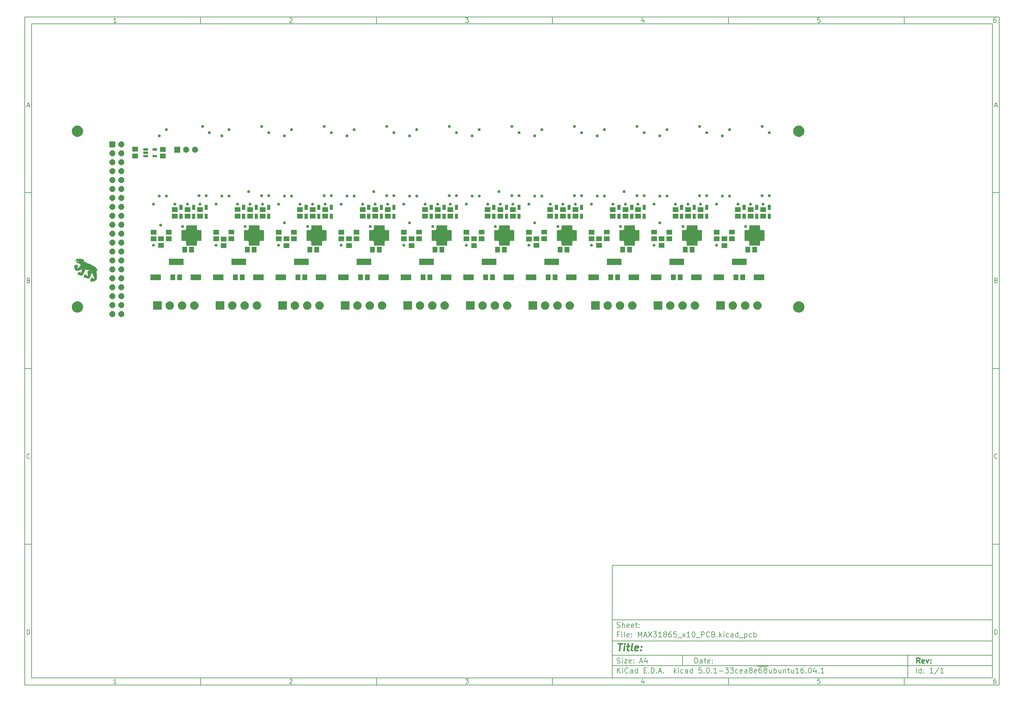
<source format=gbr>
G04 #@! TF.GenerationSoftware,KiCad,Pcbnew,5.0.1-33cea8e~68~ubuntu16.04.1*
G04 #@! TF.CreationDate,2018-10-23T13:55:12+02:00*
G04 #@! TF.ProjectId,MAX31865_x10_PCB,4D415833313836355F7831305F504342,rev?*
G04 #@! TF.SameCoordinates,Original*
G04 #@! TF.FileFunction,Soldermask,Top*
G04 #@! TF.FilePolarity,Negative*
%FSLAX46Y46*%
G04 Gerber Fmt 4.6, Leading zero omitted, Abs format (unit mm)*
G04 Created by KiCad (PCBNEW 5.0.1-33cea8e~68~ubuntu16.04.1) date Tue 23 Oct 2018 01:55:12 PM CEST*
%MOMM*%
%LPD*%
G01*
G04 APERTURE LIST*
%ADD10C,0.100000*%
%ADD11C,0.150000*%
%ADD12C,0.300000*%
%ADD13C,0.400000*%
%ADD14C,0.010000*%
G04 APERTURE END LIST*
D10*
D11*
X177002200Y-166007200D02*
X177002200Y-198007200D01*
X285002200Y-198007200D01*
X285002200Y-166007200D01*
X177002200Y-166007200D01*
D10*
D11*
X10000000Y-10000000D02*
X10000000Y-200007200D01*
X287002200Y-200007200D01*
X287002200Y-10000000D01*
X10000000Y-10000000D01*
D10*
D11*
X12000000Y-12000000D02*
X12000000Y-198007200D01*
X285002200Y-198007200D01*
X285002200Y-12000000D01*
X12000000Y-12000000D01*
D10*
D11*
X60000000Y-12000000D02*
X60000000Y-10000000D01*
D10*
D11*
X110000000Y-12000000D02*
X110000000Y-10000000D01*
D10*
D11*
X160000000Y-12000000D02*
X160000000Y-10000000D01*
D10*
D11*
X210000000Y-12000000D02*
X210000000Y-10000000D01*
D10*
D11*
X260000000Y-12000000D02*
X260000000Y-10000000D01*
D10*
D11*
X36065476Y-11588095D02*
X35322619Y-11588095D01*
X35694047Y-11588095D02*
X35694047Y-10288095D01*
X35570238Y-10473809D01*
X35446428Y-10597619D01*
X35322619Y-10659523D01*
D10*
D11*
X85322619Y-10411904D02*
X85384523Y-10350000D01*
X85508333Y-10288095D01*
X85817857Y-10288095D01*
X85941666Y-10350000D01*
X86003571Y-10411904D01*
X86065476Y-10535714D01*
X86065476Y-10659523D01*
X86003571Y-10845238D01*
X85260714Y-11588095D01*
X86065476Y-11588095D01*
D10*
D11*
X135260714Y-10288095D02*
X136065476Y-10288095D01*
X135632142Y-10783333D01*
X135817857Y-10783333D01*
X135941666Y-10845238D01*
X136003571Y-10907142D01*
X136065476Y-11030952D01*
X136065476Y-11340476D01*
X136003571Y-11464285D01*
X135941666Y-11526190D01*
X135817857Y-11588095D01*
X135446428Y-11588095D01*
X135322619Y-11526190D01*
X135260714Y-11464285D01*
D10*
D11*
X185941666Y-10721428D02*
X185941666Y-11588095D01*
X185632142Y-10226190D02*
X185322619Y-11154761D01*
X186127380Y-11154761D01*
D10*
D11*
X236003571Y-10288095D02*
X235384523Y-10288095D01*
X235322619Y-10907142D01*
X235384523Y-10845238D01*
X235508333Y-10783333D01*
X235817857Y-10783333D01*
X235941666Y-10845238D01*
X236003571Y-10907142D01*
X236065476Y-11030952D01*
X236065476Y-11340476D01*
X236003571Y-11464285D01*
X235941666Y-11526190D01*
X235817857Y-11588095D01*
X235508333Y-11588095D01*
X235384523Y-11526190D01*
X235322619Y-11464285D01*
D10*
D11*
X285941666Y-10288095D02*
X285694047Y-10288095D01*
X285570238Y-10350000D01*
X285508333Y-10411904D01*
X285384523Y-10597619D01*
X285322619Y-10845238D01*
X285322619Y-11340476D01*
X285384523Y-11464285D01*
X285446428Y-11526190D01*
X285570238Y-11588095D01*
X285817857Y-11588095D01*
X285941666Y-11526190D01*
X286003571Y-11464285D01*
X286065476Y-11340476D01*
X286065476Y-11030952D01*
X286003571Y-10907142D01*
X285941666Y-10845238D01*
X285817857Y-10783333D01*
X285570238Y-10783333D01*
X285446428Y-10845238D01*
X285384523Y-10907142D01*
X285322619Y-11030952D01*
D10*
D11*
X60000000Y-198007200D02*
X60000000Y-200007200D01*
D10*
D11*
X110000000Y-198007200D02*
X110000000Y-200007200D01*
D10*
D11*
X160000000Y-198007200D02*
X160000000Y-200007200D01*
D10*
D11*
X210000000Y-198007200D02*
X210000000Y-200007200D01*
D10*
D11*
X260000000Y-198007200D02*
X260000000Y-200007200D01*
D10*
D11*
X36065476Y-199595295D02*
X35322619Y-199595295D01*
X35694047Y-199595295D02*
X35694047Y-198295295D01*
X35570238Y-198481009D01*
X35446428Y-198604819D01*
X35322619Y-198666723D01*
D10*
D11*
X85322619Y-198419104D02*
X85384523Y-198357200D01*
X85508333Y-198295295D01*
X85817857Y-198295295D01*
X85941666Y-198357200D01*
X86003571Y-198419104D01*
X86065476Y-198542914D01*
X86065476Y-198666723D01*
X86003571Y-198852438D01*
X85260714Y-199595295D01*
X86065476Y-199595295D01*
D10*
D11*
X135260714Y-198295295D02*
X136065476Y-198295295D01*
X135632142Y-198790533D01*
X135817857Y-198790533D01*
X135941666Y-198852438D01*
X136003571Y-198914342D01*
X136065476Y-199038152D01*
X136065476Y-199347676D01*
X136003571Y-199471485D01*
X135941666Y-199533390D01*
X135817857Y-199595295D01*
X135446428Y-199595295D01*
X135322619Y-199533390D01*
X135260714Y-199471485D01*
D10*
D11*
X185941666Y-198728628D02*
X185941666Y-199595295D01*
X185632142Y-198233390D02*
X185322619Y-199161961D01*
X186127380Y-199161961D01*
D10*
D11*
X236003571Y-198295295D02*
X235384523Y-198295295D01*
X235322619Y-198914342D01*
X235384523Y-198852438D01*
X235508333Y-198790533D01*
X235817857Y-198790533D01*
X235941666Y-198852438D01*
X236003571Y-198914342D01*
X236065476Y-199038152D01*
X236065476Y-199347676D01*
X236003571Y-199471485D01*
X235941666Y-199533390D01*
X235817857Y-199595295D01*
X235508333Y-199595295D01*
X235384523Y-199533390D01*
X235322619Y-199471485D01*
D10*
D11*
X285941666Y-198295295D02*
X285694047Y-198295295D01*
X285570238Y-198357200D01*
X285508333Y-198419104D01*
X285384523Y-198604819D01*
X285322619Y-198852438D01*
X285322619Y-199347676D01*
X285384523Y-199471485D01*
X285446428Y-199533390D01*
X285570238Y-199595295D01*
X285817857Y-199595295D01*
X285941666Y-199533390D01*
X286003571Y-199471485D01*
X286065476Y-199347676D01*
X286065476Y-199038152D01*
X286003571Y-198914342D01*
X285941666Y-198852438D01*
X285817857Y-198790533D01*
X285570238Y-198790533D01*
X285446428Y-198852438D01*
X285384523Y-198914342D01*
X285322619Y-199038152D01*
D10*
D11*
X10000000Y-60000000D02*
X12000000Y-60000000D01*
D10*
D11*
X10000000Y-110000000D02*
X12000000Y-110000000D01*
D10*
D11*
X10000000Y-160000000D02*
X12000000Y-160000000D01*
D10*
D11*
X10690476Y-35216666D02*
X11309523Y-35216666D01*
X10566666Y-35588095D02*
X11000000Y-34288095D01*
X11433333Y-35588095D01*
D10*
D11*
X11092857Y-84907142D02*
X11278571Y-84969047D01*
X11340476Y-85030952D01*
X11402380Y-85154761D01*
X11402380Y-85340476D01*
X11340476Y-85464285D01*
X11278571Y-85526190D01*
X11154761Y-85588095D01*
X10659523Y-85588095D01*
X10659523Y-84288095D01*
X11092857Y-84288095D01*
X11216666Y-84350000D01*
X11278571Y-84411904D01*
X11340476Y-84535714D01*
X11340476Y-84659523D01*
X11278571Y-84783333D01*
X11216666Y-84845238D01*
X11092857Y-84907142D01*
X10659523Y-84907142D01*
D10*
D11*
X11402380Y-135464285D02*
X11340476Y-135526190D01*
X11154761Y-135588095D01*
X11030952Y-135588095D01*
X10845238Y-135526190D01*
X10721428Y-135402380D01*
X10659523Y-135278571D01*
X10597619Y-135030952D01*
X10597619Y-134845238D01*
X10659523Y-134597619D01*
X10721428Y-134473809D01*
X10845238Y-134350000D01*
X11030952Y-134288095D01*
X11154761Y-134288095D01*
X11340476Y-134350000D01*
X11402380Y-134411904D01*
D10*
D11*
X10659523Y-185588095D02*
X10659523Y-184288095D01*
X10969047Y-184288095D01*
X11154761Y-184350000D01*
X11278571Y-184473809D01*
X11340476Y-184597619D01*
X11402380Y-184845238D01*
X11402380Y-185030952D01*
X11340476Y-185278571D01*
X11278571Y-185402380D01*
X11154761Y-185526190D01*
X10969047Y-185588095D01*
X10659523Y-185588095D01*
D10*
D11*
X287002200Y-60000000D02*
X285002200Y-60000000D01*
D10*
D11*
X287002200Y-110000000D02*
X285002200Y-110000000D01*
D10*
D11*
X287002200Y-160000000D02*
X285002200Y-160000000D01*
D10*
D11*
X285692676Y-35216666D02*
X286311723Y-35216666D01*
X285568866Y-35588095D02*
X286002200Y-34288095D01*
X286435533Y-35588095D01*
D10*
D11*
X286095057Y-84907142D02*
X286280771Y-84969047D01*
X286342676Y-85030952D01*
X286404580Y-85154761D01*
X286404580Y-85340476D01*
X286342676Y-85464285D01*
X286280771Y-85526190D01*
X286156961Y-85588095D01*
X285661723Y-85588095D01*
X285661723Y-84288095D01*
X286095057Y-84288095D01*
X286218866Y-84350000D01*
X286280771Y-84411904D01*
X286342676Y-84535714D01*
X286342676Y-84659523D01*
X286280771Y-84783333D01*
X286218866Y-84845238D01*
X286095057Y-84907142D01*
X285661723Y-84907142D01*
D10*
D11*
X286404580Y-135464285D02*
X286342676Y-135526190D01*
X286156961Y-135588095D01*
X286033152Y-135588095D01*
X285847438Y-135526190D01*
X285723628Y-135402380D01*
X285661723Y-135278571D01*
X285599819Y-135030952D01*
X285599819Y-134845238D01*
X285661723Y-134597619D01*
X285723628Y-134473809D01*
X285847438Y-134350000D01*
X286033152Y-134288095D01*
X286156961Y-134288095D01*
X286342676Y-134350000D01*
X286404580Y-134411904D01*
D10*
D11*
X285661723Y-185588095D02*
X285661723Y-184288095D01*
X285971247Y-184288095D01*
X286156961Y-184350000D01*
X286280771Y-184473809D01*
X286342676Y-184597619D01*
X286404580Y-184845238D01*
X286404580Y-185030952D01*
X286342676Y-185278571D01*
X286280771Y-185402380D01*
X286156961Y-185526190D01*
X285971247Y-185588095D01*
X285661723Y-185588095D01*
D10*
D11*
X200434342Y-193785771D02*
X200434342Y-192285771D01*
X200791485Y-192285771D01*
X201005771Y-192357200D01*
X201148628Y-192500057D01*
X201220057Y-192642914D01*
X201291485Y-192928628D01*
X201291485Y-193142914D01*
X201220057Y-193428628D01*
X201148628Y-193571485D01*
X201005771Y-193714342D01*
X200791485Y-193785771D01*
X200434342Y-193785771D01*
X202577200Y-193785771D02*
X202577200Y-193000057D01*
X202505771Y-192857200D01*
X202362914Y-192785771D01*
X202077200Y-192785771D01*
X201934342Y-192857200D01*
X202577200Y-193714342D02*
X202434342Y-193785771D01*
X202077200Y-193785771D01*
X201934342Y-193714342D01*
X201862914Y-193571485D01*
X201862914Y-193428628D01*
X201934342Y-193285771D01*
X202077200Y-193214342D01*
X202434342Y-193214342D01*
X202577200Y-193142914D01*
X203077200Y-192785771D02*
X203648628Y-192785771D01*
X203291485Y-192285771D02*
X203291485Y-193571485D01*
X203362914Y-193714342D01*
X203505771Y-193785771D01*
X203648628Y-193785771D01*
X204720057Y-193714342D02*
X204577200Y-193785771D01*
X204291485Y-193785771D01*
X204148628Y-193714342D01*
X204077200Y-193571485D01*
X204077200Y-193000057D01*
X204148628Y-192857200D01*
X204291485Y-192785771D01*
X204577200Y-192785771D01*
X204720057Y-192857200D01*
X204791485Y-193000057D01*
X204791485Y-193142914D01*
X204077200Y-193285771D01*
X205434342Y-193642914D02*
X205505771Y-193714342D01*
X205434342Y-193785771D01*
X205362914Y-193714342D01*
X205434342Y-193642914D01*
X205434342Y-193785771D01*
X205434342Y-192857200D02*
X205505771Y-192928628D01*
X205434342Y-193000057D01*
X205362914Y-192928628D01*
X205434342Y-192857200D01*
X205434342Y-193000057D01*
D10*
D11*
X177002200Y-194507200D02*
X285002200Y-194507200D01*
D10*
D11*
X178434342Y-196585771D02*
X178434342Y-195085771D01*
X179291485Y-196585771D02*
X178648628Y-195728628D01*
X179291485Y-195085771D02*
X178434342Y-195942914D01*
X179934342Y-196585771D02*
X179934342Y-195585771D01*
X179934342Y-195085771D02*
X179862914Y-195157200D01*
X179934342Y-195228628D01*
X180005771Y-195157200D01*
X179934342Y-195085771D01*
X179934342Y-195228628D01*
X181505771Y-196442914D02*
X181434342Y-196514342D01*
X181220057Y-196585771D01*
X181077200Y-196585771D01*
X180862914Y-196514342D01*
X180720057Y-196371485D01*
X180648628Y-196228628D01*
X180577200Y-195942914D01*
X180577200Y-195728628D01*
X180648628Y-195442914D01*
X180720057Y-195300057D01*
X180862914Y-195157200D01*
X181077200Y-195085771D01*
X181220057Y-195085771D01*
X181434342Y-195157200D01*
X181505771Y-195228628D01*
X182791485Y-196585771D02*
X182791485Y-195800057D01*
X182720057Y-195657200D01*
X182577200Y-195585771D01*
X182291485Y-195585771D01*
X182148628Y-195657200D01*
X182791485Y-196514342D02*
X182648628Y-196585771D01*
X182291485Y-196585771D01*
X182148628Y-196514342D01*
X182077200Y-196371485D01*
X182077200Y-196228628D01*
X182148628Y-196085771D01*
X182291485Y-196014342D01*
X182648628Y-196014342D01*
X182791485Y-195942914D01*
X184148628Y-196585771D02*
X184148628Y-195085771D01*
X184148628Y-196514342D02*
X184005771Y-196585771D01*
X183720057Y-196585771D01*
X183577200Y-196514342D01*
X183505771Y-196442914D01*
X183434342Y-196300057D01*
X183434342Y-195871485D01*
X183505771Y-195728628D01*
X183577200Y-195657200D01*
X183720057Y-195585771D01*
X184005771Y-195585771D01*
X184148628Y-195657200D01*
X186005771Y-195800057D02*
X186505771Y-195800057D01*
X186720057Y-196585771D02*
X186005771Y-196585771D01*
X186005771Y-195085771D01*
X186720057Y-195085771D01*
X187362914Y-196442914D02*
X187434342Y-196514342D01*
X187362914Y-196585771D01*
X187291485Y-196514342D01*
X187362914Y-196442914D01*
X187362914Y-196585771D01*
X188077200Y-196585771D02*
X188077200Y-195085771D01*
X188434342Y-195085771D01*
X188648628Y-195157200D01*
X188791485Y-195300057D01*
X188862914Y-195442914D01*
X188934342Y-195728628D01*
X188934342Y-195942914D01*
X188862914Y-196228628D01*
X188791485Y-196371485D01*
X188648628Y-196514342D01*
X188434342Y-196585771D01*
X188077200Y-196585771D01*
X189577200Y-196442914D02*
X189648628Y-196514342D01*
X189577200Y-196585771D01*
X189505771Y-196514342D01*
X189577200Y-196442914D01*
X189577200Y-196585771D01*
X190220057Y-196157200D02*
X190934342Y-196157200D01*
X190077200Y-196585771D02*
X190577200Y-195085771D01*
X191077200Y-196585771D01*
X191577200Y-196442914D02*
X191648628Y-196514342D01*
X191577200Y-196585771D01*
X191505771Y-196514342D01*
X191577200Y-196442914D01*
X191577200Y-196585771D01*
X194577200Y-196585771D02*
X194577200Y-195085771D01*
X194720057Y-196014342D02*
X195148628Y-196585771D01*
X195148628Y-195585771D02*
X194577200Y-196157200D01*
X195791485Y-196585771D02*
X195791485Y-195585771D01*
X195791485Y-195085771D02*
X195720057Y-195157200D01*
X195791485Y-195228628D01*
X195862914Y-195157200D01*
X195791485Y-195085771D01*
X195791485Y-195228628D01*
X197148628Y-196514342D02*
X197005771Y-196585771D01*
X196720057Y-196585771D01*
X196577200Y-196514342D01*
X196505771Y-196442914D01*
X196434342Y-196300057D01*
X196434342Y-195871485D01*
X196505771Y-195728628D01*
X196577200Y-195657200D01*
X196720057Y-195585771D01*
X197005771Y-195585771D01*
X197148628Y-195657200D01*
X198434342Y-196585771D02*
X198434342Y-195800057D01*
X198362914Y-195657200D01*
X198220057Y-195585771D01*
X197934342Y-195585771D01*
X197791485Y-195657200D01*
X198434342Y-196514342D02*
X198291485Y-196585771D01*
X197934342Y-196585771D01*
X197791485Y-196514342D01*
X197720057Y-196371485D01*
X197720057Y-196228628D01*
X197791485Y-196085771D01*
X197934342Y-196014342D01*
X198291485Y-196014342D01*
X198434342Y-195942914D01*
X199791485Y-196585771D02*
X199791485Y-195085771D01*
X199791485Y-196514342D02*
X199648628Y-196585771D01*
X199362914Y-196585771D01*
X199220057Y-196514342D01*
X199148628Y-196442914D01*
X199077200Y-196300057D01*
X199077200Y-195871485D01*
X199148628Y-195728628D01*
X199220057Y-195657200D01*
X199362914Y-195585771D01*
X199648628Y-195585771D01*
X199791485Y-195657200D01*
X202362914Y-195085771D02*
X201648628Y-195085771D01*
X201577200Y-195800057D01*
X201648628Y-195728628D01*
X201791485Y-195657200D01*
X202148628Y-195657200D01*
X202291485Y-195728628D01*
X202362914Y-195800057D01*
X202434342Y-195942914D01*
X202434342Y-196300057D01*
X202362914Y-196442914D01*
X202291485Y-196514342D01*
X202148628Y-196585771D01*
X201791485Y-196585771D01*
X201648628Y-196514342D01*
X201577200Y-196442914D01*
X203077200Y-196442914D02*
X203148628Y-196514342D01*
X203077200Y-196585771D01*
X203005771Y-196514342D01*
X203077200Y-196442914D01*
X203077200Y-196585771D01*
X204077200Y-195085771D02*
X204220057Y-195085771D01*
X204362914Y-195157200D01*
X204434342Y-195228628D01*
X204505771Y-195371485D01*
X204577200Y-195657200D01*
X204577200Y-196014342D01*
X204505771Y-196300057D01*
X204434342Y-196442914D01*
X204362914Y-196514342D01*
X204220057Y-196585771D01*
X204077200Y-196585771D01*
X203934342Y-196514342D01*
X203862914Y-196442914D01*
X203791485Y-196300057D01*
X203720057Y-196014342D01*
X203720057Y-195657200D01*
X203791485Y-195371485D01*
X203862914Y-195228628D01*
X203934342Y-195157200D01*
X204077200Y-195085771D01*
X205220057Y-196442914D02*
X205291485Y-196514342D01*
X205220057Y-196585771D01*
X205148628Y-196514342D01*
X205220057Y-196442914D01*
X205220057Y-196585771D01*
X206720057Y-196585771D02*
X205862914Y-196585771D01*
X206291485Y-196585771D02*
X206291485Y-195085771D01*
X206148628Y-195300057D01*
X206005771Y-195442914D01*
X205862914Y-195514342D01*
X207362914Y-196014342D02*
X208505771Y-196014342D01*
X209077200Y-195085771D02*
X210005771Y-195085771D01*
X209505771Y-195657200D01*
X209720057Y-195657200D01*
X209862914Y-195728628D01*
X209934342Y-195800057D01*
X210005771Y-195942914D01*
X210005771Y-196300057D01*
X209934342Y-196442914D01*
X209862914Y-196514342D01*
X209720057Y-196585771D01*
X209291485Y-196585771D01*
X209148628Y-196514342D01*
X209077200Y-196442914D01*
X210505771Y-195085771D02*
X211434342Y-195085771D01*
X210934342Y-195657200D01*
X211148628Y-195657200D01*
X211291485Y-195728628D01*
X211362914Y-195800057D01*
X211434342Y-195942914D01*
X211434342Y-196300057D01*
X211362914Y-196442914D01*
X211291485Y-196514342D01*
X211148628Y-196585771D01*
X210720057Y-196585771D01*
X210577200Y-196514342D01*
X210505771Y-196442914D01*
X212720057Y-196514342D02*
X212577200Y-196585771D01*
X212291485Y-196585771D01*
X212148628Y-196514342D01*
X212077200Y-196442914D01*
X212005771Y-196300057D01*
X212005771Y-195871485D01*
X212077200Y-195728628D01*
X212148628Y-195657200D01*
X212291485Y-195585771D01*
X212577200Y-195585771D01*
X212720057Y-195657200D01*
X213934342Y-196514342D02*
X213791485Y-196585771D01*
X213505771Y-196585771D01*
X213362914Y-196514342D01*
X213291485Y-196371485D01*
X213291485Y-195800057D01*
X213362914Y-195657200D01*
X213505771Y-195585771D01*
X213791485Y-195585771D01*
X213934342Y-195657200D01*
X214005771Y-195800057D01*
X214005771Y-195942914D01*
X213291485Y-196085771D01*
X215291485Y-196585771D02*
X215291485Y-195800057D01*
X215220057Y-195657200D01*
X215077200Y-195585771D01*
X214791485Y-195585771D01*
X214648628Y-195657200D01*
X215291485Y-196514342D02*
X215148628Y-196585771D01*
X214791485Y-196585771D01*
X214648628Y-196514342D01*
X214577200Y-196371485D01*
X214577200Y-196228628D01*
X214648628Y-196085771D01*
X214791485Y-196014342D01*
X215148628Y-196014342D01*
X215291485Y-195942914D01*
X216220057Y-195728628D02*
X216077200Y-195657200D01*
X216005771Y-195585771D01*
X215934342Y-195442914D01*
X215934342Y-195371485D01*
X216005771Y-195228628D01*
X216077200Y-195157200D01*
X216220057Y-195085771D01*
X216505771Y-195085771D01*
X216648628Y-195157200D01*
X216720057Y-195228628D01*
X216791485Y-195371485D01*
X216791485Y-195442914D01*
X216720057Y-195585771D01*
X216648628Y-195657200D01*
X216505771Y-195728628D01*
X216220057Y-195728628D01*
X216077200Y-195800057D01*
X216005771Y-195871485D01*
X215934342Y-196014342D01*
X215934342Y-196300057D01*
X216005771Y-196442914D01*
X216077200Y-196514342D01*
X216220057Y-196585771D01*
X216505771Y-196585771D01*
X216648628Y-196514342D01*
X216720057Y-196442914D01*
X216791485Y-196300057D01*
X216791485Y-196014342D01*
X216720057Y-195871485D01*
X216648628Y-195800057D01*
X216505771Y-195728628D01*
X218005771Y-196514342D02*
X217862914Y-196585771D01*
X217577200Y-196585771D01*
X217434342Y-196514342D01*
X217362914Y-196371485D01*
X217362914Y-195800057D01*
X217434342Y-195657200D01*
X217577200Y-195585771D01*
X217862914Y-195585771D01*
X218005771Y-195657200D01*
X218077200Y-195800057D01*
X218077200Y-195942914D01*
X217362914Y-196085771D01*
X218362914Y-194677200D02*
X219791485Y-194677200D01*
X219362914Y-195085771D02*
X219077200Y-195085771D01*
X218934342Y-195157200D01*
X218862914Y-195228628D01*
X218720057Y-195442914D01*
X218648628Y-195728628D01*
X218648628Y-196300057D01*
X218720057Y-196442914D01*
X218791485Y-196514342D01*
X218934342Y-196585771D01*
X219220057Y-196585771D01*
X219362914Y-196514342D01*
X219434342Y-196442914D01*
X219505771Y-196300057D01*
X219505771Y-195942914D01*
X219434342Y-195800057D01*
X219362914Y-195728628D01*
X219220057Y-195657200D01*
X218934342Y-195657200D01*
X218791485Y-195728628D01*
X218720057Y-195800057D01*
X218648628Y-195942914D01*
X219791485Y-194677200D02*
X221220057Y-194677200D01*
X220362914Y-195728628D02*
X220220057Y-195657200D01*
X220148628Y-195585771D01*
X220077200Y-195442914D01*
X220077200Y-195371485D01*
X220148628Y-195228628D01*
X220220057Y-195157200D01*
X220362914Y-195085771D01*
X220648628Y-195085771D01*
X220791485Y-195157200D01*
X220862914Y-195228628D01*
X220934342Y-195371485D01*
X220934342Y-195442914D01*
X220862914Y-195585771D01*
X220791485Y-195657200D01*
X220648628Y-195728628D01*
X220362914Y-195728628D01*
X220220057Y-195800057D01*
X220148628Y-195871485D01*
X220077200Y-196014342D01*
X220077200Y-196300057D01*
X220148628Y-196442914D01*
X220220057Y-196514342D01*
X220362914Y-196585771D01*
X220648628Y-196585771D01*
X220791485Y-196514342D01*
X220862914Y-196442914D01*
X220934342Y-196300057D01*
X220934342Y-196014342D01*
X220862914Y-195871485D01*
X220791485Y-195800057D01*
X220648628Y-195728628D01*
X222220057Y-195585771D02*
X222220057Y-196585771D01*
X221577200Y-195585771D02*
X221577200Y-196371485D01*
X221648628Y-196514342D01*
X221791485Y-196585771D01*
X222005771Y-196585771D01*
X222148628Y-196514342D01*
X222220057Y-196442914D01*
X222934342Y-196585771D02*
X222934342Y-195085771D01*
X222934342Y-195657200D02*
X223077200Y-195585771D01*
X223362914Y-195585771D01*
X223505771Y-195657200D01*
X223577200Y-195728628D01*
X223648628Y-195871485D01*
X223648628Y-196300057D01*
X223577200Y-196442914D01*
X223505771Y-196514342D01*
X223362914Y-196585771D01*
X223077200Y-196585771D01*
X222934342Y-196514342D01*
X224934342Y-195585771D02*
X224934342Y-196585771D01*
X224291485Y-195585771D02*
X224291485Y-196371485D01*
X224362914Y-196514342D01*
X224505771Y-196585771D01*
X224720057Y-196585771D01*
X224862914Y-196514342D01*
X224934342Y-196442914D01*
X225648628Y-195585771D02*
X225648628Y-196585771D01*
X225648628Y-195728628D02*
X225720057Y-195657200D01*
X225862914Y-195585771D01*
X226077200Y-195585771D01*
X226220057Y-195657200D01*
X226291485Y-195800057D01*
X226291485Y-196585771D01*
X226791485Y-195585771D02*
X227362914Y-195585771D01*
X227005771Y-195085771D02*
X227005771Y-196371485D01*
X227077200Y-196514342D01*
X227220057Y-196585771D01*
X227362914Y-196585771D01*
X228505771Y-195585771D02*
X228505771Y-196585771D01*
X227862914Y-195585771D02*
X227862914Y-196371485D01*
X227934342Y-196514342D01*
X228077200Y-196585771D01*
X228291485Y-196585771D01*
X228434342Y-196514342D01*
X228505771Y-196442914D01*
X230005771Y-196585771D02*
X229148628Y-196585771D01*
X229577200Y-196585771D02*
X229577200Y-195085771D01*
X229434342Y-195300057D01*
X229291485Y-195442914D01*
X229148628Y-195514342D01*
X231291485Y-195085771D02*
X231005771Y-195085771D01*
X230862914Y-195157200D01*
X230791485Y-195228628D01*
X230648628Y-195442914D01*
X230577200Y-195728628D01*
X230577200Y-196300057D01*
X230648628Y-196442914D01*
X230720057Y-196514342D01*
X230862914Y-196585771D01*
X231148628Y-196585771D01*
X231291485Y-196514342D01*
X231362914Y-196442914D01*
X231434342Y-196300057D01*
X231434342Y-195942914D01*
X231362914Y-195800057D01*
X231291485Y-195728628D01*
X231148628Y-195657200D01*
X230862914Y-195657200D01*
X230720057Y-195728628D01*
X230648628Y-195800057D01*
X230577200Y-195942914D01*
X232077200Y-196442914D02*
X232148628Y-196514342D01*
X232077200Y-196585771D01*
X232005771Y-196514342D01*
X232077200Y-196442914D01*
X232077200Y-196585771D01*
X233077200Y-195085771D02*
X233220057Y-195085771D01*
X233362914Y-195157200D01*
X233434342Y-195228628D01*
X233505771Y-195371485D01*
X233577200Y-195657200D01*
X233577200Y-196014342D01*
X233505771Y-196300057D01*
X233434342Y-196442914D01*
X233362914Y-196514342D01*
X233220057Y-196585771D01*
X233077200Y-196585771D01*
X232934342Y-196514342D01*
X232862914Y-196442914D01*
X232791485Y-196300057D01*
X232720057Y-196014342D01*
X232720057Y-195657200D01*
X232791485Y-195371485D01*
X232862914Y-195228628D01*
X232934342Y-195157200D01*
X233077200Y-195085771D01*
X234862914Y-195585771D02*
X234862914Y-196585771D01*
X234505771Y-195014342D02*
X234148628Y-196085771D01*
X235077200Y-196085771D01*
X235648628Y-196442914D02*
X235720057Y-196514342D01*
X235648628Y-196585771D01*
X235577199Y-196514342D01*
X235648628Y-196442914D01*
X235648628Y-196585771D01*
X237148628Y-196585771D02*
X236291485Y-196585771D01*
X236720057Y-196585771D02*
X236720057Y-195085771D01*
X236577200Y-195300057D01*
X236434342Y-195442914D01*
X236291485Y-195514342D01*
D10*
D11*
X177002200Y-191507200D02*
X285002200Y-191507200D01*
D10*
D12*
X264411485Y-193785771D02*
X263911485Y-193071485D01*
X263554342Y-193785771D02*
X263554342Y-192285771D01*
X264125771Y-192285771D01*
X264268628Y-192357200D01*
X264340057Y-192428628D01*
X264411485Y-192571485D01*
X264411485Y-192785771D01*
X264340057Y-192928628D01*
X264268628Y-193000057D01*
X264125771Y-193071485D01*
X263554342Y-193071485D01*
X265625771Y-193714342D02*
X265482914Y-193785771D01*
X265197200Y-193785771D01*
X265054342Y-193714342D01*
X264982914Y-193571485D01*
X264982914Y-193000057D01*
X265054342Y-192857200D01*
X265197200Y-192785771D01*
X265482914Y-192785771D01*
X265625771Y-192857200D01*
X265697200Y-193000057D01*
X265697200Y-193142914D01*
X264982914Y-193285771D01*
X266197200Y-192785771D02*
X266554342Y-193785771D01*
X266911485Y-192785771D01*
X267482914Y-193642914D02*
X267554342Y-193714342D01*
X267482914Y-193785771D01*
X267411485Y-193714342D01*
X267482914Y-193642914D01*
X267482914Y-193785771D01*
X267482914Y-192857200D02*
X267554342Y-192928628D01*
X267482914Y-193000057D01*
X267411485Y-192928628D01*
X267482914Y-192857200D01*
X267482914Y-193000057D01*
D10*
D11*
X178362914Y-193714342D02*
X178577200Y-193785771D01*
X178934342Y-193785771D01*
X179077200Y-193714342D01*
X179148628Y-193642914D01*
X179220057Y-193500057D01*
X179220057Y-193357200D01*
X179148628Y-193214342D01*
X179077200Y-193142914D01*
X178934342Y-193071485D01*
X178648628Y-193000057D01*
X178505771Y-192928628D01*
X178434342Y-192857200D01*
X178362914Y-192714342D01*
X178362914Y-192571485D01*
X178434342Y-192428628D01*
X178505771Y-192357200D01*
X178648628Y-192285771D01*
X179005771Y-192285771D01*
X179220057Y-192357200D01*
X179862914Y-193785771D02*
X179862914Y-192785771D01*
X179862914Y-192285771D02*
X179791485Y-192357200D01*
X179862914Y-192428628D01*
X179934342Y-192357200D01*
X179862914Y-192285771D01*
X179862914Y-192428628D01*
X180434342Y-192785771D02*
X181220057Y-192785771D01*
X180434342Y-193785771D01*
X181220057Y-193785771D01*
X182362914Y-193714342D02*
X182220057Y-193785771D01*
X181934342Y-193785771D01*
X181791485Y-193714342D01*
X181720057Y-193571485D01*
X181720057Y-193000057D01*
X181791485Y-192857200D01*
X181934342Y-192785771D01*
X182220057Y-192785771D01*
X182362914Y-192857200D01*
X182434342Y-193000057D01*
X182434342Y-193142914D01*
X181720057Y-193285771D01*
X183077200Y-193642914D02*
X183148628Y-193714342D01*
X183077200Y-193785771D01*
X183005771Y-193714342D01*
X183077200Y-193642914D01*
X183077200Y-193785771D01*
X183077200Y-192857200D02*
X183148628Y-192928628D01*
X183077200Y-193000057D01*
X183005771Y-192928628D01*
X183077200Y-192857200D01*
X183077200Y-193000057D01*
X184862914Y-193357200D02*
X185577200Y-193357200D01*
X184720057Y-193785771D02*
X185220057Y-192285771D01*
X185720057Y-193785771D01*
X186862914Y-192785771D02*
X186862914Y-193785771D01*
X186505771Y-192214342D02*
X186148628Y-193285771D01*
X187077200Y-193285771D01*
D10*
D11*
X263434342Y-196585771D02*
X263434342Y-195085771D01*
X264791485Y-196585771D02*
X264791485Y-195085771D01*
X264791485Y-196514342D02*
X264648628Y-196585771D01*
X264362914Y-196585771D01*
X264220057Y-196514342D01*
X264148628Y-196442914D01*
X264077200Y-196300057D01*
X264077200Y-195871485D01*
X264148628Y-195728628D01*
X264220057Y-195657200D01*
X264362914Y-195585771D01*
X264648628Y-195585771D01*
X264791485Y-195657200D01*
X265505771Y-196442914D02*
X265577200Y-196514342D01*
X265505771Y-196585771D01*
X265434342Y-196514342D01*
X265505771Y-196442914D01*
X265505771Y-196585771D01*
X265505771Y-195657200D02*
X265577200Y-195728628D01*
X265505771Y-195800057D01*
X265434342Y-195728628D01*
X265505771Y-195657200D01*
X265505771Y-195800057D01*
X268148628Y-196585771D02*
X267291485Y-196585771D01*
X267720057Y-196585771D02*
X267720057Y-195085771D01*
X267577200Y-195300057D01*
X267434342Y-195442914D01*
X267291485Y-195514342D01*
X269862914Y-195014342D02*
X268577200Y-196942914D01*
X271148628Y-196585771D02*
X270291485Y-196585771D01*
X270720057Y-196585771D02*
X270720057Y-195085771D01*
X270577200Y-195300057D01*
X270434342Y-195442914D01*
X270291485Y-195514342D01*
D10*
D11*
X177002200Y-187507200D02*
X285002200Y-187507200D01*
D10*
D13*
X178714580Y-188211961D02*
X179857438Y-188211961D01*
X179036009Y-190211961D02*
X179286009Y-188211961D01*
X180274104Y-190211961D02*
X180440771Y-188878628D01*
X180524104Y-188211961D02*
X180416961Y-188307200D01*
X180500295Y-188402438D01*
X180607438Y-188307200D01*
X180524104Y-188211961D01*
X180500295Y-188402438D01*
X181107438Y-188878628D02*
X181869342Y-188878628D01*
X181476485Y-188211961D02*
X181262200Y-189926247D01*
X181333628Y-190116723D01*
X181512200Y-190211961D01*
X181702676Y-190211961D01*
X182655057Y-190211961D02*
X182476485Y-190116723D01*
X182405057Y-189926247D01*
X182619342Y-188211961D01*
X184190771Y-190116723D02*
X183988390Y-190211961D01*
X183607438Y-190211961D01*
X183428866Y-190116723D01*
X183357438Y-189926247D01*
X183452676Y-189164342D01*
X183571723Y-188973866D01*
X183774104Y-188878628D01*
X184155057Y-188878628D01*
X184333628Y-188973866D01*
X184405057Y-189164342D01*
X184381247Y-189354819D01*
X183405057Y-189545295D01*
X185155057Y-190021485D02*
X185238390Y-190116723D01*
X185131247Y-190211961D01*
X185047914Y-190116723D01*
X185155057Y-190021485D01*
X185131247Y-190211961D01*
X185286009Y-188973866D02*
X185369342Y-189069104D01*
X185262200Y-189164342D01*
X185178866Y-189069104D01*
X185286009Y-188973866D01*
X185262200Y-189164342D01*
D10*
D11*
X178934342Y-185600057D02*
X178434342Y-185600057D01*
X178434342Y-186385771D02*
X178434342Y-184885771D01*
X179148628Y-184885771D01*
X179720057Y-186385771D02*
X179720057Y-185385771D01*
X179720057Y-184885771D02*
X179648628Y-184957200D01*
X179720057Y-185028628D01*
X179791485Y-184957200D01*
X179720057Y-184885771D01*
X179720057Y-185028628D01*
X180648628Y-186385771D02*
X180505771Y-186314342D01*
X180434342Y-186171485D01*
X180434342Y-184885771D01*
X181791485Y-186314342D02*
X181648628Y-186385771D01*
X181362914Y-186385771D01*
X181220057Y-186314342D01*
X181148628Y-186171485D01*
X181148628Y-185600057D01*
X181220057Y-185457200D01*
X181362914Y-185385771D01*
X181648628Y-185385771D01*
X181791485Y-185457200D01*
X181862914Y-185600057D01*
X181862914Y-185742914D01*
X181148628Y-185885771D01*
X182505771Y-186242914D02*
X182577200Y-186314342D01*
X182505771Y-186385771D01*
X182434342Y-186314342D01*
X182505771Y-186242914D01*
X182505771Y-186385771D01*
X182505771Y-185457200D02*
X182577200Y-185528628D01*
X182505771Y-185600057D01*
X182434342Y-185528628D01*
X182505771Y-185457200D01*
X182505771Y-185600057D01*
X184362914Y-186385771D02*
X184362914Y-184885771D01*
X184862914Y-185957200D01*
X185362914Y-184885771D01*
X185362914Y-186385771D01*
X186005771Y-185957200D02*
X186720057Y-185957200D01*
X185862914Y-186385771D02*
X186362914Y-184885771D01*
X186862914Y-186385771D01*
X187220057Y-184885771D02*
X188220057Y-186385771D01*
X188220057Y-184885771D02*
X187220057Y-186385771D01*
X188648628Y-184885771D02*
X189577200Y-184885771D01*
X189077200Y-185457200D01*
X189291485Y-185457200D01*
X189434342Y-185528628D01*
X189505771Y-185600057D01*
X189577200Y-185742914D01*
X189577200Y-186100057D01*
X189505771Y-186242914D01*
X189434342Y-186314342D01*
X189291485Y-186385771D01*
X188862914Y-186385771D01*
X188720057Y-186314342D01*
X188648628Y-186242914D01*
X191005771Y-186385771D02*
X190148628Y-186385771D01*
X190577200Y-186385771D02*
X190577200Y-184885771D01*
X190434342Y-185100057D01*
X190291485Y-185242914D01*
X190148628Y-185314342D01*
X191862914Y-185528628D02*
X191720057Y-185457200D01*
X191648628Y-185385771D01*
X191577200Y-185242914D01*
X191577200Y-185171485D01*
X191648628Y-185028628D01*
X191720057Y-184957200D01*
X191862914Y-184885771D01*
X192148628Y-184885771D01*
X192291485Y-184957200D01*
X192362914Y-185028628D01*
X192434342Y-185171485D01*
X192434342Y-185242914D01*
X192362914Y-185385771D01*
X192291485Y-185457200D01*
X192148628Y-185528628D01*
X191862914Y-185528628D01*
X191720057Y-185600057D01*
X191648628Y-185671485D01*
X191577200Y-185814342D01*
X191577200Y-186100057D01*
X191648628Y-186242914D01*
X191720057Y-186314342D01*
X191862914Y-186385771D01*
X192148628Y-186385771D01*
X192291485Y-186314342D01*
X192362914Y-186242914D01*
X192434342Y-186100057D01*
X192434342Y-185814342D01*
X192362914Y-185671485D01*
X192291485Y-185600057D01*
X192148628Y-185528628D01*
X193720057Y-184885771D02*
X193434342Y-184885771D01*
X193291485Y-184957200D01*
X193220057Y-185028628D01*
X193077200Y-185242914D01*
X193005771Y-185528628D01*
X193005771Y-186100057D01*
X193077200Y-186242914D01*
X193148628Y-186314342D01*
X193291485Y-186385771D01*
X193577200Y-186385771D01*
X193720057Y-186314342D01*
X193791485Y-186242914D01*
X193862914Y-186100057D01*
X193862914Y-185742914D01*
X193791485Y-185600057D01*
X193720057Y-185528628D01*
X193577200Y-185457200D01*
X193291485Y-185457200D01*
X193148628Y-185528628D01*
X193077200Y-185600057D01*
X193005771Y-185742914D01*
X195220057Y-184885771D02*
X194505771Y-184885771D01*
X194434342Y-185600057D01*
X194505771Y-185528628D01*
X194648628Y-185457200D01*
X195005771Y-185457200D01*
X195148628Y-185528628D01*
X195220057Y-185600057D01*
X195291485Y-185742914D01*
X195291485Y-186100057D01*
X195220057Y-186242914D01*
X195148628Y-186314342D01*
X195005771Y-186385771D01*
X194648628Y-186385771D01*
X194505771Y-186314342D01*
X194434342Y-186242914D01*
X195577200Y-186528628D02*
X196720057Y-186528628D01*
X196934342Y-186385771D02*
X197720057Y-185385771D01*
X196934342Y-185385771D02*
X197720057Y-186385771D01*
X199077200Y-186385771D02*
X198220057Y-186385771D01*
X198648628Y-186385771D02*
X198648628Y-184885771D01*
X198505771Y-185100057D01*
X198362914Y-185242914D01*
X198220057Y-185314342D01*
X200005771Y-184885771D02*
X200148628Y-184885771D01*
X200291485Y-184957200D01*
X200362914Y-185028628D01*
X200434342Y-185171485D01*
X200505771Y-185457200D01*
X200505771Y-185814342D01*
X200434342Y-186100057D01*
X200362914Y-186242914D01*
X200291485Y-186314342D01*
X200148628Y-186385771D01*
X200005771Y-186385771D01*
X199862914Y-186314342D01*
X199791485Y-186242914D01*
X199720057Y-186100057D01*
X199648628Y-185814342D01*
X199648628Y-185457200D01*
X199720057Y-185171485D01*
X199791485Y-185028628D01*
X199862914Y-184957200D01*
X200005771Y-184885771D01*
X200791485Y-186528628D02*
X201934342Y-186528628D01*
X202291485Y-186385771D02*
X202291485Y-184885771D01*
X202862914Y-184885771D01*
X203005771Y-184957200D01*
X203077200Y-185028628D01*
X203148628Y-185171485D01*
X203148628Y-185385771D01*
X203077200Y-185528628D01*
X203005771Y-185600057D01*
X202862914Y-185671485D01*
X202291485Y-185671485D01*
X204648628Y-186242914D02*
X204577200Y-186314342D01*
X204362914Y-186385771D01*
X204220057Y-186385771D01*
X204005771Y-186314342D01*
X203862914Y-186171485D01*
X203791485Y-186028628D01*
X203720057Y-185742914D01*
X203720057Y-185528628D01*
X203791485Y-185242914D01*
X203862914Y-185100057D01*
X204005771Y-184957200D01*
X204220057Y-184885771D01*
X204362914Y-184885771D01*
X204577200Y-184957200D01*
X204648628Y-185028628D01*
X205791485Y-185600057D02*
X206005771Y-185671485D01*
X206077200Y-185742914D01*
X206148628Y-185885771D01*
X206148628Y-186100057D01*
X206077200Y-186242914D01*
X206005771Y-186314342D01*
X205862914Y-186385771D01*
X205291485Y-186385771D01*
X205291485Y-184885771D01*
X205791485Y-184885771D01*
X205934342Y-184957200D01*
X206005771Y-185028628D01*
X206077200Y-185171485D01*
X206077200Y-185314342D01*
X206005771Y-185457200D01*
X205934342Y-185528628D01*
X205791485Y-185600057D01*
X205291485Y-185600057D01*
X206791485Y-186242914D02*
X206862914Y-186314342D01*
X206791485Y-186385771D01*
X206720057Y-186314342D01*
X206791485Y-186242914D01*
X206791485Y-186385771D01*
X207505771Y-186385771D02*
X207505771Y-184885771D01*
X207648628Y-185814342D02*
X208077200Y-186385771D01*
X208077200Y-185385771D02*
X207505771Y-185957200D01*
X208720057Y-186385771D02*
X208720057Y-185385771D01*
X208720057Y-184885771D02*
X208648628Y-184957200D01*
X208720057Y-185028628D01*
X208791485Y-184957200D01*
X208720057Y-184885771D01*
X208720057Y-185028628D01*
X210077200Y-186314342D02*
X209934342Y-186385771D01*
X209648628Y-186385771D01*
X209505771Y-186314342D01*
X209434342Y-186242914D01*
X209362914Y-186100057D01*
X209362914Y-185671485D01*
X209434342Y-185528628D01*
X209505771Y-185457200D01*
X209648628Y-185385771D01*
X209934342Y-185385771D01*
X210077200Y-185457200D01*
X211362914Y-186385771D02*
X211362914Y-185600057D01*
X211291485Y-185457200D01*
X211148628Y-185385771D01*
X210862914Y-185385771D01*
X210720057Y-185457200D01*
X211362914Y-186314342D02*
X211220057Y-186385771D01*
X210862914Y-186385771D01*
X210720057Y-186314342D01*
X210648628Y-186171485D01*
X210648628Y-186028628D01*
X210720057Y-185885771D01*
X210862914Y-185814342D01*
X211220057Y-185814342D01*
X211362914Y-185742914D01*
X212720057Y-186385771D02*
X212720057Y-184885771D01*
X212720057Y-186314342D02*
X212577200Y-186385771D01*
X212291485Y-186385771D01*
X212148628Y-186314342D01*
X212077200Y-186242914D01*
X212005771Y-186100057D01*
X212005771Y-185671485D01*
X212077200Y-185528628D01*
X212148628Y-185457200D01*
X212291485Y-185385771D01*
X212577200Y-185385771D01*
X212720057Y-185457200D01*
X213077200Y-186528628D02*
X214220057Y-186528628D01*
X214577200Y-185385771D02*
X214577200Y-186885771D01*
X214577200Y-185457200D02*
X214720057Y-185385771D01*
X215005771Y-185385771D01*
X215148628Y-185457200D01*
X215220057Y-185528628D01*
X215291485Y-185671485D01*
X215291485Y-186100057D01*
X215220057Y-186242914D01*
X215148628Y-186314342D01*
X215005771Y-186385771D01*
X214720057Y-186385771D01*
X214577200Y-186314342D01*
X216577200Y-186314342D02*
X216434342Y-186385771D01*
X216148628Y-186385771D01*
X216005771Y-186314342D01*
X215934342Y-186242914D01*
X215862914Y-186100057D01*
X215862914Y-185671485D01*
X215934342Y-185528628D01*
X216005771Y-185457200D01*
X216148628Y-185385771D01*
X216434342Y-185385771D01*
X216577200Y-185457200D01*
X217220057Y-186385771D02*
X217220057Y-184885771D01*
X217220057Y-185457200D02*
X217362914Y-185385771D01*
X217648628Y-185385771D01*
X217791485Y-185457200D01*
X217862914Y-185528628D01*
X217934342Y-185671485D01*
X217934342Y-186100057D01*
X217862914Y-186242914D01*
X217791485Y-186314342D01*
X217648628Y-186385771D01*
X217362914Y-186385771D01*
X217220057Y-186314342D01*
D10*
D11*
X177002200Y-181507200D02*
X285002200Y-181507200D01*
D10*
D11*
X178362914Y-183614342D02*
X178577200Y-183685771D01*
X178934342Y-183685771D01*
X179077200Y-183614342D01*
X179148628Y-183542914D01*
X179220057Y-183400057D01*
X179220057Y-183257200D01*
X179148628Y-183114342D01*
X179077200Y-183042914D01*
X178934342Y-182971485D01*
X178648628Y-182900057D01*
X178505771Y-182828628D01*
X178434342Y-182757200D01*
X178362914Y-182614342D01*
X178362914Y-182471485D01*
X178434342Y-182328628D01*
X178505771Y-182257200D01*
X178648628Y-182185771D01*
X179005771Y-182185771D01*
X179220057Y-182257200D01*
X179862914Y-183685771D02*
X179862914Y-182185771D01*
X180505771Y-183685771D02*
X180505771Y-182900057D01*
X180434342Y-182757200D01*
X180291485Y-182685771D01*
X180077200Y-182685771D01*
X179934342Y-182757200D01*
X179862914Y-182828628D01*
X181791485Y-183614342D02*
X181648628Y-183685771D01*
X181362914Y-183685771D01*
X181220057Y-183614342D01*
X181148628Y-183471485D01*
X181148628Y-182900057D01*
X181220057Y-182757200D01*
X181362914Y-182685771D01*
X181648628Y-182685771D01*
X181791485Y-182757200D01*
X181862914Y-182900057D01*
X181862914Y-183042914D01*
X181148628Y-183185771D01*
X183077200Y-183614342D02*
X182934342Y-183685771D01*
X182648628Y-183685771D01*
X182505771Y-183614342D01*
X182434342Y-183471485D01*
X182434342Y-182900057D01*
X182505771Y-182757200D01*
X182648628Y-182685771D01*
X182934342Y-182685771D01*
X183077200Y-182757200D01*
X183148628Y-182900057D01*
X183148628Y-183042914D01*
X182434342Y-183185771D01*
X183577200Y-182685771D02*
X184148628Y-182685771D01*
X183791485Y-182185771D02*
X183791485Y-183471485D01*
X183862914Y-183614342D01*
X184005771Y-183685771D01*
X184148628Y-183685771D01*
X184648628Y-183542914D02*
X184720057Y-183614342D01*
X184648628Y-183685771D01*
X184577200Y-183614342D01*
X184648628Y-183542914D01*
X184648628Y-183685771D01*
X184648628Y-182757200D02*
X184720057Y-182828628D01*
X184648628Y-182900057D01*
X184577200Y-182828628D01*
X184648628Y-182757200D01*
X184648628Y-182900057D01*
D10*
D11*
X197002200Y-191507200D02*
X197002200Y-194507200D01*
D10*
D11*
X261002200Y-191507200D02*
X261002200Y-198007200D01*
D14*
G04 #@! TO.C,*
G36*
X24159251Y-78901248D02*
X24250145Y-78986498D01*
X24231499Y-79035509D01*
X24219663Y-79036333D01*
X24148050Y-78976196D01*
X24121915Y-78938584D01*
X24111935Y-78880647D01*
X24159251Y-78901248D01*
X24159251Y-78901248D01*
G37*
X24159251Y-78901248D02*
X24250145Y-78986498D01*
X24231499Y-79035509D01*
X24219663Y-79036333D01*
X24148050Y-78976196D01*
X24121915Y-78938584D01*
X24111935Y-78880647D01*
X24159251Y-78901248D01*
G36*
X24764029Y-79355839D02*
X24765000Y-79375000D01*
X24699912Y-79456413D01*
X24675336Y-79459666D01*
X24624770Y-79407796D01*
X24638000Y-79375000D01*
X24714082Y-79294229D01*
X24727663Y-79290333D01*
X24764029Y-79355839D01*
X24764029Y-79355839D01*
G37*
X24764029Y-79355839D02*
X24765000Y-79375000D01*
X24699912Y-79456413D01*
X24675336Y-79459666D01*
X24624770Y-79407796D01*
X24638000Y-79375000D01*
X24714082Y-79294229D01*
X24727663Y-79290333D01*
X24764029Y-79355839D01*
G36*
X24301487Y-79147570D02*
X24362833Y-79194866D01*
X24494462Y-79318447D01*
X24493890Y-79373609D01*
X24479033Y-79375000D01*
X24408359Y-79317140D01*
X24330866Y-79226833D01*
X24257643Y-79126546D01*
X24301487Y-79147570D01*
X24301487Y-79147570D01*
G37*
X24301487Y-79147570D02*
X24362833Y-79194866D01*
X24494462Y-79318447D01*
X24493890Y-79373609D01*
X24479033Y-79375000D01*
X24408359Y-79317140D01*
X24330866Y-79226833D01*
X24257643Y-79126546D01*
X24301487Y-79147570D01*
G36*
X24511000Y-79502000D02*
X24468666Y-79544333D01*
X24426333Y-79502000D01*
X24468666Y-79459666D01*
X24511000Y-79502000D01*
X24511000Y-79502000D01*
G37*
X24511000Y-79502000D02*
X24468666Y-79544333D01*
X24426333Y-79502000D01*
X24468666Y-79459666D01*
X24511000Y-79502000D01*
G36*
X24906111Y-79403222D02*
X24916244Y-79503701D01*
X24906111Y-79516111D01*
X24855776Y-79504488D01*
X24849666Y-79459666D01*
X24880644Y-79389976D01*
X24906111Y-79403222D01*
X24906111Y-79403222D01*
G37*
X24906111Y-79403222D02*
X24916244Y-79503701D01*
X24906111Y-79516111D01*
X24855776Y-79504488D01*
X24849666Y-79459666D01*
X24880644Y-79389976D01*
X24906111Y-79403222D01*
G36*
X28717770Y-84848356D02*
X28702000Y-84878333D01*
X28622225Y-84959190D01*
X28607339Y-84963000D01*
X28601563Y-84908309D01*
X28617333Y-84878333D01*
X28697107Y-84797476D01*
X28711993Y-84793666D01*
X28717770Y-84848356D01*
X28717770Y-84848356D01*
G37*
X28717770Y-84848356D02*
X28702000Y-84878333D01*
X28622225Y-84959190D01*
X28607339Y-84963000D01*
X28601563Y-84908309D01*
X28617333Y-84878333D01*
X28697107Y-84797476D01*
X28711993Y-84793666D01*
X28717770Y-84848356D01*
G36*
X24522712Y-80365584D02*
X24593968Y-80431287D01*
X24669411Y-80540874D01*
X24619090Y-80540167D01*
X24513451Y-80478973D01*
X24431115Y-80389668D01*
X24437886Y-80351224D01*
X24522712Y-80365584D01*
X24522712Y-80365584D01*
G37*
X24522712Y-80365584D02*
X24593968Y-80431287D01*
X24669411Y-80540874D01*
X24619090Y-80540167D01*
X24513451Y-80478973D01*
X24431115Y-80389668D01*
X24437886Y-80351224D01*
X24522712Y-80365584D01*
G36*
X25797137Y-78775995D02*
X25898065Y-78815059D01*
X26103415Y-78918627D01*
X26232903Y-79016290D01*
X26241327Y-79027694D01*
X26363453Y-79114059D01*
X26399830Y-79118425D01*
X26422662Y-79083827D01*
X26352500Y-79029551D01*
X26224214Y-78912741D01*
X26227271Y-78816190D01*
X26339259Y-78782333D01*
X26467567Y-78853412D01*
X26518467Y-78951666D01*
X26603515Y-79089263D01*
X26679874Y-79120999D01*
X26778856Y-79178659D01*
X26785939Y-79301026D01*
X26703555Y-79412186D01*
X26670000Y-79429048D01*
X26546977Y-79508513D01*
X26567653Y-79573401D01*
X26706795Y-79597476D01*
X26819750Y-79584754D01*
X27077221Y-79581115D01*
X27292040Y-79702467D01*
X27298371Y-79707917D01*
X27416952Y-79836450D01*
X27389544Y-79887937D01*
X27381454Y-79888572D01*
X27389444Y-79909973D01*
X27530190Y-79959958D01*
X27728333Y-80015667D01*
X28191613Y-80165872D01*
X28676755Y-80373684D01*
X29158048Y-80622335D01*
X29609785Y-80895059D01*
X30006256Y-81175088D01*
X30321754Y-81445654D01*
X30530568Y-81689990D01*
X30606991Y-81891329D01*
X30607000Y-81893151D01*
X30567737Y-82076556D01*
X30476124Y-82124941D01*
X30371425Y-82024336D01*
X30351866Y-81983939D01*
X30304001Y-81887464D01*
X30302112Y-81937014D01*
X30331415Y-82084333D01*
X30356043Y-82282839D01*
X30376267Y-82606422D01*
X30390044Y-83010846D01*
X30395327Y-83451869D01*
X30395333Y-83466786D01*
X30395333Y-84552907D01*
X30079076Y-84842620D01*
X29880803Y-85003163D01*
X29682459Y-85099734D01*
X29431563Y-85147617D01*
X29075633Y-85162098D01*
X28981376Y-85162324D01*
X28878518Y-85191586D01*
X28876924Y-85226046D01*
X28856371Y-85320603D01*
X28824981Y-85346483D01*
X28771210Y-85326898D01*
X28780130Y-85157853D01*
X28789079Y-85106913D01*
X28808471Y-84887560D01*
X28748231Y-84764703D01*
X28689351Y-84723929D01*
X28590194Y-84631448D01*
X28594825Y-84576285D01*
X28699537Y-84572264D01*
X28784620Y-84622635D01*
X28886105Y-84684217D01*
X28913493Y-84612043D01*
X28913666Y-84596574D01*
X28847483Y-84447258D01*
X28765500Y-84377115D01*
X28687818Y-84308720D01*
X28718169Y-84288241D01*
X28853049Y-84347156D01*
X28871333Y-84370333D01*
X28956391Y-84439588D01*
X29044001Y-84451329D01*
X29059241Y-84396981D01*
X29056257Y-84391500D01*
X29051909Y-84268526D01*
X29058491Y-84243333D01*
X29167666Y-84243333D01*
X29210000Y-84285666D01*
X29252333Y-84243333D01*
X29210000Y-84201000D01*
X29167666Y-84243333D01*
X29058491Y-84243333D01*
X29079606Y-84162528D01*
X29129942Y-84054220D01*
X29193022Y-84067384D01*
X29299494Y-84183694D01*
X29448090Y-84319578D01*
X29561274Y-84370333D01*
X29664645Y-84440484D01*
X29698689Y-84518500D01*
X29733096Y-84619714D01*
X29777044Y-84566126D01*
X29800911Y-84512534D01*
X29804114Y-84350136D01*
X29713747Y-84077787D01*
X29560620Y-83750534D01*
X29272273Y-83024971D01*
X29130672Y-82431966D01*
X29062930Y-82095648D01*
X28989813Y-81820526D01*
X28924056Y-81652177D01*
X28905938Y-81627632D01*
X28840615Y-81588515D01*
X28861231Y-81683935D01*
X28868477Y-81703333D01*
X28966216Y-81987551D01*
X28987969Y-82130075D01*
X28935062Y-82139866D01*
X28932853Y-82138525D01*
X28815058Y-82138959D01*
X28787520Y-82167618D01*
X28805182Y-82241848D01*
X28862500Y-82253666D01*
X28972940Y-82326104D01*
X29042754Y-82500107D01*
X29061999Y-82710713D01*
X29020736Y-82892957D01*
X28970050Y-82956513D01*
X28819955Y-83148248D01*
X28706148Y-83431348D01*
X28659696Y-83727926D01*
X28659666Y-83734699D01*
X28583193Y-83975519D01*
X28378706Y-84156833D01*
X28083602Y-84255366D01*
X27815775Y-84259917D01*
X27582174Y-84217050D01*
X27432776Y-84158043D01*
X27408967Y-84131902D01*
X27309958Y-84087705D01*
X27115465Y-84122126D01*
X26891865Y-84165142D01*
X26801029Y-84133596D01*
X26854220Y-84032863D01*
X26878565Y-84009088D01*
X26954721Y-83948961D01*
X26927500Y-84016248D01*
X26923339Y-84023581D01*
X26900534Y-84101613D01*
X26953251Y-84082084D01*
X27042593Y-83997652D01*
X27036059Y-83989333D01*
X28067000Y-83989333D01*
X28109333Y-84031666D01*
X28151666Y-83989333D01*
X28109333Y-83947000D01*
X28067000Y-83989333D01*
X27036059Y-83989333D01*
X26984576Y-83923792D01*
X26941794Y-83904666D01*
X27897666Y-83904666D01*
X27940000Y-83947000D01*
X27982333Y-83904666D01*
X27940000Y-83862333D01*
X27897666Y-83904666D01*
X26941794Y-83904666D01*
X26860500Y-83868324D01*
X26735163Y-83812982D01*
X26748846Y-83769469D01*
X26819266Y-83739444D01*
X27509536Y-83739444D01*
X27517266Y-83778636D01*
X27607822Y-83848822D01*
X27704867Y-83860600D01*
X27728333Y-83829058D01*
X27661920Y-83774681D01*
X27596935Y-83745361D01*
X27509536Y-83739444D01*
X26819266Y-83739444D01*
X26862004Y-83721222D01*
X28095222Y-83721222D01*
X28106844Y-83771556D01*
X28151666Y-83777666D01*
X28221356Y-83746688D01*
X28208111Y-83721222D01*
X28107631Y-83711089D01*
X28095222Y-83721222D01*
X26862004Y-83721222D01*
X26902833Y-83703814D01*
X27068512Y-83622855D01*
X27128339Y-83566000D01*
X27389666Y-83566000D01*
X27432000Y-83608333D01*
X27474333Y-83566000D01*
X27432000Y-83523666D01*
X27389666Y-83566000D01*
X27128339Y-83566000D01*
X27135666Y-83559037D01*
X27071720Y-83538610D01*
X26996691Y-83558879D01*
X26905769Y-83578124D01*
X26951138Y-83499650D01*
X26953623Y-83496648D01*
X27008674Y-83372456D01*
X26993820Y-83325376D01*
X27012654Y-83279065D01*
X27084218Y-83269666D01*
X27182359Y-83307441D01*
X27178000Y-83354333D01*
X27182321Y-83432457D01*
X27211129Y-83439000D01*
X27319881Y-83374084D01*
X27373743Y-83301127D01*
X27458266Y-83218291D01*
X27509947Y-83258794D01*
X27528737Y-83345162D01*
X27508708Y-83354333D01*
X27521066Y-83401005D01*
X27632947Y-83514290D01*
X27643666Y-83523666D01*
X27805321Y-83644170D01*
X27914825Y-83693000D01*
X27940555Y-83617463D01*
X27947026Y-83424497D01*
X27937016Y-83164564D01*
X27913304Y-82888126D01*
X27878669Y-82645647D01*
X27850612Y-82526912D01*
X27881877Y-82380651D01*
X28018583Y-82226226D01*
X28206700Y-82112424D01*
X28342166Y-82083036D01*
X28548514Y-82050289D01*
X28648913Y-82008104D01*
X28637137Y-81962911D01*
X28463813Y-81919263D01*
X28136728Y-81879000D01*
X28082002Y-81873994D01*
X27722969Y-81834419D01*
X27503158Y-81787753D01*
X27392467Y-81725588D01*
X27364980Y-81673760D01*
X27321320Y-81697254D01*
X27225332Y-81840323D01*
X27094742Y-82068376D01*
X26947275Y-82346825D01*
X26800658Y-82641081D01*
X26672616Y-82916554D01*
X26580874Y-83138656D01*
X26543159Y-83272797D01*
X26543000Y-83277736D01*
X26472917Y-83363685D01*
X26325821Y-83441095D01*
X25942358Y-83521404D01*
X25608499Y-83462630D01*
X25409140Y-83328837D01*
X25243897Y-83204327D01*
X25109939Y-83169054D01*
X25104870Y-83170487D01*
X25037765Y-83156842D01*
X25054544Y-83111317D01*
X25054989Y-83025782D01*
X25018999Y-83015666D01*
X24965050Y-82963539D01*
X24979207Y-82926888D01*
X25075022Y-82889551D01*
X25155583Y-82938953D01*
X25284542Y-82995467D01*
X25338412Y-82978475D01*
X25327923Y-82889630D01*
X25239168Y-82799746D01*
X25139256Y-82712931D01*
X25168181Y-82655158D01*
X25316588Y-82591856D01*
X25522127Y-82543999D01*
X25646620Y-82601608D01*
X25693128Y-82667246D01*
X25632833Y-82642090D01*
X25539706Y-82635310D01*
X25527000Y-82669345D01*
X25465140Y-82720214D01*
X25400000Y-82707617D01*
X25290065Y-82686634D01*
X25273000Y-82701216D01*
X25337006Y-82780545D01*
X25483648Y-82785844D01*
X25644857Y-82720297D01*
X25691707Y-82681625D01*
X25815139Y-82579210D01*
X25880280Y-82602411D01*
X25900483Y-82645610D01*
X25905448Y-82729340D01*
X25872613Y-82723626D01*
X25847892Y-82752244D01*
X25894417Y-82883570D01*
X25949858Y-82983607D01*
X25995475Y-82989412D01*
X26048327Y-82879345D01*
X26125477Y-82631766D01*
X26144645Y-82566174D01*
X26254191Y-81980154D01*
X26248403Y-81408208D01*
X26220935Y-81291288D01*
X27220333Y-81291288D01*
X27268411Y-81425890D01*
X27276777Y-81435222D01*
X27367451Y-81455308D01*
X27376966Y-81447922D01*
X27365281Y-81360938D01*
X27320522Y-81303988D01*
X27235280Y-81256258D01*
X27220333Y-81291288D01*
X26220935Y-81291288D01*
X26129133Y-80900537D01*
X26078834Y-80783327D01*
X25844336Y-80451567D01*
X25506560Y-80163922D01*
X25126793Y-79966727D01*
X24930128Y-79914840D01*
X24725108Y-79866315D01*
X24651497Y-79791018D01*
X24660070Y-79697339D01*
X24715348Y-79595534D01*
X24762348Y-79624710D01*
X24879429Y-79677414D01*
X24976158Y-79659812D01*
X25083655Y-79641676D01*
X25073392Y-79694154D01*
X25087673Y-79765594D01*
X25186503Y-79775191D01*
X25328097Y-79724414D01*
X25329279Y-79618010D01*
X25201047Y-79476178D01*
X24954395Y-79319118D01*
X24931933Y-79307544D01*
X24706295Y-79169301D01*
X24653975Y-79083663D01*
X25527000Y-79083663D01*
X25596252Y-79186189D01*
X25675166Y-79204370D01*
X25773210Y-79190387D01*
X25712551Y-79131606D01*
X25696333Y-79121000D01*
X25623265Y-79053951D01*
X25680163Y-79037629D01*
X25749831Y-78988526D01*
X25737813Y-78950285D01*
X25643970Y-78901234D01*
X25554470Y-78972981D01*
X25527000Y-79083663D01*
X24653975Y-79083663D01*
X24628262Y-79041576D01*
X24682041Y-78890454D01*
X24715661Y-78843150D01*
X24822422Y-78744892D01*
X24957450Y-78754687D01*
X25057735Y-78796099D01*
X25264696Y-78857180D01*
X25433118Y-78807446D01*
X25449008Y-78797813D01*
X25604923Y-78741115D01*
X25797137Y-78775995D01*
X25797137Y-78775995D01*
G37*
X25797137Y-78775995D02*
X25898065Y-78815059D01*
X26103415Y-78918627D01*
X26232903Y-79016290D01*
X26241327Y-79027694D01*
X26363453Y-79114059D01*
X26399830Y-79118425D01*
X26422662Y-79083827D01*
X26352500Y-79029551D01*
X26224214Y-78912741D01*
X26227271Y-78816190D01*
X26339259Y-78782333D01*
X26467567Y-78853412D01*
X26518467Y-78951666D01*
X26603515Y-79089263D01*
X26679874Y-79120999D01*
X26778856Y-79178659D01*
X26785939Y-79301026D01*
X26703555Y-79412186D01*
X26670000Y-79429048D01*
X26546977Y-79508513D01*
X26567653Y-79573401D01*
X26706795Y-79597476D01*
X26819750Y-79584754D01*
X27077221Y-79581115D01*
X27292040Y-79702467D01*
X27298371Y-79707917D01*
X27416952Y-79836450D01*
X27389544Y-79887937D01*
X27381454Y-79888572D01*
X27389444Y-79909973D01*
X27530190Y-79959958D01*
X27728333Y-80015667D01*
X28191613Y-80165872D01*
X28676755Y-80373684D01*
X29158048Y-80622335D01*
X29609785Y-80895059D01*
X30006256Y-81175088D01*
X30321754Y-81445654D01*
X30530568Y-81689990D01*
X30606991Y-81891329D01*
X30607000Y-81893151D01*
X30567737Y-82076556D01*
X30476124Y-82124941D01*
X30371425Y-82024336D01*
X30351866Y-81983939D01*
X30304001Y-81887464D01*
X30302112Y-81937014D01*
X30331415Y-82084333D01*
X30356043Y-82282839D01*
X30376267Y-82606422D01*
X30390044Y-83010846D01*
X30395327Y-83451869D01*
X30395333Y-83466786D01*
X30395333Y-84552907D01*
X30079076Y-84842620D01*
X29880803Y-85003163D01*
X29682459Y-85099734D01*
X29431563Y-85147617D01*
X29075633Y-85162098D01*
X28981376Y-85162324D01*
X28878518Y-85191586D01*
X28876924Y-85226046D01*
X28856371Y-85320603D01*
X28824981Y-85346483D01*
X28771210Y-85326898D01*
X28780130Y-85157853D01*
X28789079Y-85106913D01*
X28808471Y-84887560D01*
X28748231Y-84764703D01*
X28689351Y-84723929D01*
X28590194Y-84631448D01*
X28594825Y-84576285D01*
X28699537Y-84572264D01*
X28784620Y-84622635D01*
X28886105Y-84684217D01*
X28913493Y-84612043D01*
X28913666Y-84596574D01*
X28847483Y-84447258D01*
X28765500Y-84377115D01*
X28687818Y-84308720D01*
X28718169Y-84288241D01*
X28853049Y-84347156D01*
X28871333Y-84370333D01*
X28956391Y-84439588D01*
X29044001Y-84451329D01*
X29059241Y-84396981D01*
X29056257Y-84391500D01*
X29051909Y-84268526D01*
X29058491Y-84243333D01*
X29167666Y-84243333D01*
X29210000Y-84285666D01*
X29252333Y-84243333D01*
X29210000Y-84201000D01*
X29167666Y-84243333D01*
X29058491Y-84243333D01*
X29079606Y-84162528D01*
X29129942Y-84054220D01*
X29193022Y-84067384D01*
X29299494Y-84183694D01*
X29448090Y-84319578D01*
X29561274Y-84370333D01*
X29664645Y-84440484D01*
X29698689Y-84518500D01*
X29733096Y-84619714D01*
X29777044Y-84566126D01*
X29800911Y-84512534D01*
X29804114Y-84350136D01*
X29713747Y-84077787D01*
X29560620Y-83750534D01*
X29272273Y-83024971D01*
X29130672Y-82431966D01*
X29062930Y-82095648D01*
X28989813Y-81820526D01*
X28924056Y-81652177D01*
X28905938Y-81627632D01*
X28840615Y-81588515D01*
X28861231Y-81683935D01*
X28868477Y-81703333D01*
X28966216Y-81987551D01*
X28987969Y-82130075D01*
X28935062Y-82139866D01*
X28932853Y-82138525D01*
X28815058Y-82138959D01*
X28787520Y-82167618D01*
X28805182Y-82241848D01*
X28862500Y-82253666D01*
X28972940Y-82326104D01*
X29042754Y-82500107D01*
X29061999Y-82710713D01*
X29020736Y-82892957D01*
X28970050Y-82956513D01*
X28819955Y-83148248D01*
X28706148Y-83431348D01*
X28659696Y-83727926D01*
X28659666Y-83734699D01*
X28583193Y-83975519D01*
X28378706Y-84156833D01*
X28083602Y-84255366D01*
X27815775Y-84259917D01*
X27582174Y-84217050D01*
X27432776Y-84158043D01*
X27408967Y-84131902D01*
X27309958Y-84087705D01*
X27115465Y-84122126D01*
X26891865Y-84165142D01*
X26801029Y-84133596D01*
X26854220Y-84032863D01*
X26878565Y-84009088D01*
X26954721Y-83948961D01*
X26927500Y-84016248D01*
X26923339Y-84023581D01*
X26900534Y-84101613D01*
X26953251Y-84082084D01*
X27042593Y-83997652D01*
X27036059Y-83989333D01*
X28067000Y-83989333D01*
X28109333Y-84031666D01*
X28151666Y-83989333D01*
X28109333Y-83947000D01*
X28067000Y-83989333D01*
X27036059Y-83989333D01*
X26984576Y-83923792D01*
X26941794Y-83904666D01*
X27897666Y-83904666D01*
X27940000Y-83947000D01*
X27982333Y-83904666D01*
X27940000Y-83862333D01*
X27897666Y-83904666D01*
X26941794Y-83904666D01*
X26860500Y-83868324D01*
X26735163Y-83812982D01*
X26748846Y-83769469D01*
X26819266Y-83739444D01*
X27509536Y-83739444D01*
X27517266Y-83778636D01*
X27607822Y-83848822D01*
X27704867Y-83860600D01*
X27728333Y-83829058D01*
X27661920Y-83774681D01*
X27596935Y-83745361D01*
X27509536Y-83739444D01*
X26819266Y-83739444D01*
X26862004Y-83721222D01*
X28095222Y-83721222D01*
X28106844Y-83771556D01*
X28151666Y-83777666D01*
X28221356Y-83746688D01*
X28208111Y-83721222D01*
X28107631Y-83711089D01*
X28095222Y-83721222D01*
X26862004Y-83721222D01*
X26902833Y-83703814D01*
X27068512Y-83622855D01*
X27128339Y-83566000D01*
X27389666Y-83566000D01*
X27432000Y-83608333D01*
X27474333Y-83566000D01*
X27432000Y-83523666D01*
X27389666Y-83566000D01*
X27128339Y-83566000D01*
X27135666Y-83559037D01*
X27071720Y-83538610D01*
X26996691Y-83558879D01*
X26905769Y-83578124D01*
X26951138Y-83499650D01*
X26953623Y-83496648D01*
X27008674Y-83372456D01*
X26993820Y-83325376D01*
X27012654Y-83279065D01*
X27084218Y-83269666D01*
X27182359Y-83307441D01*
X27178000Y-83354333D01*
X27182321Y-83432457D01*
X27211129Y-83439000D01*
X27319881Y-83374084D01*
X27373743Y-83301127D01*
X27458266Y-83218291D01*
X27509947Y-83258794D01*
X27528737Y-83345162D01*
X27508708Y-83354333D01*
X27521066Y-83401005D01*
X27632947Y-83514290D01*
X27643666Y-83523666D01*
X27805321Y-83644170D01*
X27914825Y-83693000D01*
X27940555Y-83617463D01*
X27947026Y-83424497D01*
X27937016Y-83164564D01*
X27913304Y-82888126D01*
X27878669Y-82645647D01*
X27850612Y-82526912D01*
X27881877Y-82380651D01*
X28018583Y-82226226D01*
X28206700Y-82112424D01*
X28342166Y-82083036D01*
X28548514Y-82050289D01*
X28648913Y-82008104D01*
X28637137Y-81962911D01*
X28463813Y-81919263D01*
X28136728Y-81879000D01*
X28082002Y-81873994D01*
X27722969Y-81834419D01*
X27503158Y-81787753D01*
X27392467Y-81725588D01*
X27364980Y-81673760D01*
X27321320Y-81697254D01*
X27225332Y-81840323D01*
X27094742Y-82068376D01*
X26947275Y-82346825D01*
X26800658Y-82641081D01*
X26672616Y-82916554D01*
X26580874Y-83138656D01*
X26543159Y-83272797D01*
X26543000Y-83277736D01*
X26472917Y-83363685D01*
X26325821Y-83441095D01*
X25942358Y-83521404D01*
X25608499Y-83462630D01*
X25409140Y-83328837D01*
X25243897Y-83204327D01*
X25109939Y-83169054D01*
X25104870Y-83170487D01*
X25037765Y-83156842D01*
X25054544Y-83111317D01*
X25054989Y-83025782D01*
X25018999Y-83015666D01*
X24965050Y-82963539D01*
X24979207Y-82926888D01*
X25075022Y-82889551D01*
X25155583Y-82938953D01*
X25284542Y-82995467D01*
X25338412Y-82978475D01*
X25327923Y-82889630D01*
X25239168Y-82799746D01*
X25139256Y-82712931D01*
X25168181Y-82655158D01*
X25316588Y-82591856D01*
X25522127Y-82543999D01*
X25646620Y-82601608D01*
X25693128Y-82667246D01*
X25632833Y-82642090D01*
X25539706Y-82635310D01*
X25527000Y-82669345D01*
X25465140Y-82720214D01*
X25400000Y-82707617D01*
X25290065Y-82686634D01*
X25273000Y-82701216D01*
X25337006Y-82780545D01*
X25483648Y-82785844D01*
X25644857Y-82720297D01*
X25691707Y-82681625D01*
X25815139Y-82579210D01*
X25880280Y-82602411D01*
X25900483Y-82645610D01*
X25905448Y-82729340D01*
X25872613Y-82723626D01*
X25847892Y-82752244D01*
X25894417Y-82883570D01*
X25949858Y-82983607D01*
X25995475Y-82989412D01*
X26048327Y-82879345D01*
X26125477Y-82631766D01*
X26144645Y-82566174D01*
X26254191Y-81980154D01*
X26248403Y-81408208D01*
X26220935Y-81291288D01*
X27220333Y-81291288D01*
X27268411Y-81425890D01*
X27276777Y-81435222D01*
X27367451Y-81455308D01*
X27376966Y-81447922D01*
X27365281Y-81360938D01*
X27320522Y-81303988D01*
X27235280Y-81256258D01*
X27220333Y-81291288D01*
X26220935Y-81291288D01*
X26129133Y-80900537D01*
X26078834Y-80783327D01*
X25844336Y-80451567D01*
X25506560Y-80163922D01*
X25126793Y-79966727D01*
X24930128Y-79914840D01*
X24725108Y-79866315D01*
X24651497Y-79791018D01*
X24660070Y-79697339D01*
X24715348Y-79595534D01*
X24762348Y-79624710D01*
X24879429Y-79677414D01*
X24976158Y-79659812D01*
X25083655Y-79641676D01*
X25073392Y-79694154D01*
X25087673Y-79765594D01*
X25186503Y-79775191D01*
X25328097Y-79724414D01*
X25329279Y-79618010D01*
X25201047Y-79476178D01*
X24954395Y-79319118D01*
X24931933Y-79307544D01*
X24706295Y-79169301D01*
X24653975Y-79083663D01*
X25527000Y-79083663D01*
X25596252Y-79186189D01*
X25675166Y-79204370D01*
X25773210Y-79190387D01*
X25712551Y-79131606D01*
X25696333Y-79121000D01*
X25623265Y-79053951D01*
X25680163Y-79037629D01*
X25749831Y-78988526D01*
X25737813Y-78950285D01*
X25643970Y-78901234D01*
X25554470Y-78972981D01*
X25527000Y-79083663D01*
X24653975Y-79083663D01*
X24628262Y-79041576D01*
X24682041Y-78890454D01*
X24715661Y-78843150D01*
X24822422Y-78744892D01*
X24957450Y-78754687D01*
X25057735Y-78796099D01*
X25264696Y-78857180D01*
X25433118Y-78807446D01*
X25449008Y-78797813D01*
X25604923Y-78741115D01*
X25797137Y-78775995D01*
G36*
X24243918Y-79324581D02*
X24334811Y-79409832D01*
X24316166Y-79458842D01*
X24304330Y-79459666D01*
X24232717Y-79399529D01*
X24206581Y-79361918D01*
X24196602Y-79303981D01*
X24243918Y-79324581D01*
X24243918Y-79324581D01*
G37*
X24243918Y-79324581D02*
X24334811Y-79409832D01*
X24316166Y-79458842D01*
X24304330Y-79459666D01*
X24232717Y-79399529D01*
X24206581Y-79361918D01*
X24196602Y-79303981D01*
X24243918Y-79324581D01*
G36*
X24084221Y-80875793D02*
X24087666Y-80899000D01*
X24058779Y-80981465D01*
X24050330Y-80983666D01*
X23978044Y-80924337D01*
X23960666Y-80899000D01*
X23967379Y-80820981D01*
X23998003Y-80814333D01*
X24084221Y-80875793D01*
X24084221Y-80875793D01*
G37*
X24084221Y-80875793D02*
X24087666Y-80899000D01*
X24058779Y-80981465D01*
X24050330Y-80983666D01*
X23978044Y-80924337D01*
X23960666Y-80899000D01*
X23967379Y-80820981D01*
X23998003Y-80814333D01*
X24084221Y-80875793D01*
G36*
X24909424Y-80456660D02*
X24895182Y-80550306D01*
X24907079Y-80708340D01*
X24978540Y-80761003D01*
X25068297Y-80769137D01*
X25064349Y-80734547D01*
X25075548Y-80626694D01*
X25102285Y-80603520D01*
X25179849Y-80593435D01*
X25175646Y-80687439D01*
X25098733Y-80846704D01*
X25019000Y-80960563D01*
X24885557Y-81241917D01*
X24855033Y-81481918D01*
X24863424Y-81668303D01*
X24886843Y-81701592D01*
X24936776Y-81597985D01*
X24936971Y-81597500D01*
X25023201Y-81451024D01*
X25089018Y-81407000D01*
X25188405Y-81354940D01*
X25369181Y-81219916D01*
X25545885Y-81071284D01*
X25927277Y-80735569D01*
X26073263Y-81059308D01*
X26187536Y-81392428D01*
X26173547Y-81632377D01*
X26022055Y-81806434D01*
X25781000Y-81921960D01*
X25344864Y-82051818D01*
X24948942Y-82116525D01*
X24638364Y-82110145D01*
X24543943Y-82084726D01*
X24378611Y-81957333D01*
X24595666Y-81957333D01*
X24638000Y-81999666D01*
X24680333Y-81957333D01*
X24638000Y-81915000D01*
X24595666Y-81957333D01*
X24378611Y-81957333D01*
X24350299Y-81935518D01*
X24215075Y-81661000D01*
X24201925Y-81611611D01*
X24602350Y-81611611D01*
X24617917Y-81721425D01*
X24646819Y-81722736D01*
X24667030Y-81609419D01*
X24653503Y-81560458D01*
X24615908Y-81528388D01*
X24602350Y-81611611D01*
X24201925Y-81611611D01*
X24122939Y-81314967D01*
X24120951Y-81188277D01*
X24517684Y-81188277D01*
X24533250Y-81298091D01*
X24562152Y-81299402D01*
X24582364Y-81186085D01*
X24568836Y-81137125D01*
X24531242Y-81105054D01*
X24517684Y-81188277D01*
X24120951Y-81188277D01*
X24119005Y-81064304D01*
X24151719Y-80959681D01*
X24604251Y-80959681D01*
X24689088Y-80941917D01*
X24705151Y-80935889D01*
X24808829Y-80868817D01*
X24809573Y-80830684D01*
X24720008Y-80840181D01*
X24657755Y-80888493D01*
X24604251Y-80959681D01*
X24151719Y-80959681D01*
X24158614Y-80937632D01*
X24206826Y-80771893D01*
X24140747Y-80672258D01*
X24105859Y-80650117D01*
X24018919Y-80586788D01*
X24082187Y-80565129D01*
X24156163Y-80562907D01*
X24287400Y-80588555D01*
X24302949Y-80639149D01*
X24313566Y-80747889D01*
X24340285Y-80771146D01*
X24419063Y-80760715D01*
X24426333Y-80725605D01*
X24488040Y-80665799D01*
X24561168Y-80678624D01*
X24689550Y-80661899D01*
X24740376Y-80560682D01*
X24809800Y-80423187D01*
X24865246Y-80391000D01*
X24909424Y-80456660D01*
X24909424Y-80456660D01*
G37*
X24909424Y-80456660D02*
X24895182Y-80550306D01*
X24907079Y-80708340D01*
X24978540Y-80761003D01*
X25068297Y-80769137D01*
X25064349Y-80734547D01*
X25075548Y-80626694D01*
X25102285Y-80603520D01*
X25179849Y-80593435D01*
X25175646Y-80687439D01*
X25098733Y-80846704D01*
X25019000Y-80960563D01*
X24885557Y-81241917D01*
X24855033Y-81481918D01*
X24863424Y-81668303D01*
X24886843Y-81701592D01*
X24936776Y-81597985D01*
X24936971Y-81597500D01*
X25023201Y-81451024D01*
X25089018Y-81407000D01*
X25188405Y-81354940D01*
X25369181Y-81219916D01*
X25545885Y-81071284D01*
X25927277Y-80735569D01*
X26073263Y-81059308D01*
X26187536Y-81392428D01*
X26173547Y-81632377D01*
X26022055Y-81806434D01*
X25781000Y-81921960D01*
X25344864Y-82051818D01*
X24948942Y-82116525D01*
X24638364Y-82110145D01*
X24543943Y-82084726D01*
X24378611Y-81957333D01*
X24595666Y-81957333D01*
X24638000Y-81999666D01*
X24680333Y-81957333D01*
X24638000Y-81915000D01*
X24595666Y-81957333D01*
X24378611Y-81957333D01*
X24350299Y-81935518D01*
X24215075Y-81661000D01*
X24201925Y-81611611D01*
X24602350Y-81611611D01*
X24617917Y-81721425D01*
X24646819Y-81722736D01*
X24667030Y-81609419D01*
X24653503Y-81560458D01*
X24615908Y-81528388D01*
X24602350Y-81611611D01*
X24201925Y-81611611D01*
X24122939Y-81314967D01*
X24120951Y-81188277D01*
X24517684Y-81188277D01*
X24533250Y-81298091D01*
X24562152Y-81299402D01*
X24582364Y-81186085D01*
X24568836Y-81137125D01*
X24531242Y-81105054D01*
X24517684Y-81188277D01*
X24120951Y-81188277D01*
X24119005Y-81064304D01*
X24151719Y-80959681D01*
X24604251Y-80959681D01*
X24689088Y-80941917D01*
X24705151Y-80935889D01*
X24808829Y-80868817D01*
X24809573Y-80830684D01*
X24720008Y-80840181D01*
X24657755Y-80888493D01*
X24604251Y-80959681D01*
X24151719Y-80959681D01*
X24158614Y-80937632D01*
X24206826Y-80771893D01*
X24140747Y-80672258D01*
X24105859Y-80650117D01*
X24018919Y-80586788D01*
X24082187Y-80565129D01*
X24156163Y-80562907D01*
X24287400Y-80588555D01*
X24302949Y-80639149D01*
X24313566Y-80747889D01*
X24340285Y-80771146D01*
X24419063Y-80760715D01*
X24426333Y-80725605D01*
X24488040Y-80665799D01*
X24561168Y-80678624D01*
X24689550Y-80661899D01*
X24740376Y-80560682D01*
X24809800Y-80423187D01*
X24865246Y-80391000D01*
X24909424Y-80456660D01*
D10*
G04 #@! TO.C,SJ1*
G36*
X55186000Y-78729000D02*
X50986000Y-78729000D01*
X50986000Y-80529000D01*
X55186000Y-80529000D01*
X55186000Y-78729000D01*
G37*
G04 #@! TO.C,SJ2*
G36*
X48704500Y-83248500D02*
X45783500Y-83248500D01*
X45783500Y-84899500D01*
X48704500Y-84899500D01*
X48704500Y-83248500D01*
G37*
G04 #@! TO.C,SJ3*
G36*
X60134500Y-83248500D02*
X57213500Y-83248500D01*
X57213500Y-84899500D01*
X60134500Y-84899500D01*
X60134500Y-83248500D01*
G37*
G04 #@! TO.C,SJ4*
G36*
X72966000Y-78729000D02*
X68766000Y-78729000D01*
X68766000Y-80529000D01*
X72966000Y-80529000D01*
X72966000Y-78729000D01*
G37*
G04 #@! TO.C,SJ5*
G36*
X66484500Y-83248500D02*
X63563500Y-83248500D01*
X63563500Y-84899500D01*
X66484500Y-84899500D01*
X66484500Y-83248500D01*
G37*
G04 #@! TO.C,SJ6*
G36*
X77914500Y-83248500D02*
X74993500Y-83248500D01*
X74993500Y-84899500D01*
X77914500Y-84899500D01*
X77914500Y-83248500D01*
G37*
G04 #@! TO.C,SJ7*
G36*
X90746000Y-78729000D02*
X86546000Y-78729000D01*
X86546000Y-80529000D01*
X90746000Y-80529000D01*
X90746000Y-78729000D01*
G37*
G04 #@! TO.C,SJ8*
G36*
X84264500Y-83248500D02*
X81343500Y-83248500D01*
X81343500Y-84899500D01*
X84264500Y-84899500D01*
X84264500Y-83248500D01*
G37*
G04 #@! TO.C,SJ9*
G36*
X95694500Y-83248500D02*
X92773500Y-83248500D01*
X92773500Y-84899500D01*
X95694500Y-84899500D01*
X95694500Y-83248500D01*
G37*
G04 #@! TO.C,SJ10*
G36*
X108526000Y-78729000D02*
X104326000Y-78729000D01*
X104326000Y-80529000D01*
X108526000Y-80529000D01*
X108526000Y-78729000D01*
G37*
G04 #@! TO.C,SJ11*
G36*
X102044500Y-83248500D02*
X99123500Y-83248500D01*
X99123500Y-84899500D01*
X102044500Y-84899500D01*
X102044500Y-83248500D01*
G37*
G04 #@! TO.C,SJ12*
G36*
X113474500Y-83248500D02*
X110553500Y-83248500D01*
X110553500Y-84899500D01*
X113474500Y-84899500D01*
X113474500Y-83248500D01*
G37*
G04 #@! TO.C,SJ13*
G36*
X126306000Y-78729000D02*
X122106000Y-78729000D01*
X122106000Y-80529000D01*
X126306000Y-80529000D01*
X126306000Y-78729000D01*
G37*
G04 #@! TO.C,SJ14*
G36*
X119824500Y-83248500D02*
X116903500Y-83248500D01*
X116903500Y-84899500D01*
X119824500Y-84899500D01*
X119824500Y-83248500D01*
G37*
G04 #@! TO.C,SJ15*
G36*
X131254500Y-83248500D02*
X128333500Y-83248500D01*
X128333500Y-84899500D01*
X131254500Y-84899500D01*
X131254500Y-83248500D01*
G37*
G04 #@! TO.C,SJ16*
G36*
X144086000Y-78729000D02*
X139886000Y-78729000D01*
X139886000Y-80529000D01*
X144086000Y-80529000D01*
X144086000Y-78729000D01*
G37*
G04 #@! TO.C,SJ17*
G36*
X137604500Y-83248500D02*
X134683500Y-83248500D01*
X134683500Y-84899500D01*
X137604500Y-84899500D01*
X137604500Y-83248500D01*
G37*
G04 #@! TO.C,SJ18*
G36*
X149034500Y-83248500D02*
X146113500Y-83248500D01*
X146113500Y-84899500D01*
X149034500Y-84899500D01*
X149034500Y-83248500D01*
G37*
G04 #@! TO.C,SJ19*
G36*
X161866000Y-78729000D02*
X157666000Y-78729000D01*
X157666000Y-80529000D01*
X161866000Y-80529000D01*
X161866000Y-78729000D01*
G37*
G04 #@! TO.C,SJ20*
G36*
X155384500Y-83248500D02*
X152463500Y-83248500D01*
X152463500Y-84899500D01*
X155384500Y-84899500D01*
X155384500Y-83248500D01*
G37*
G04 #@! TO.C,SJ21*
G36*
X166814500Y-83248500D02*
X163893500Y-83248500D01*
X163893500Y-84899500D01*
X166814500Y-84899500D01*
X166814500Y-83248500D01*
G37*
G04 #@! TO.C,SJ22*
G36*
X179646000Y-78729000D02*
X175446000Y-78729000D01*
X175446000Y-80529000D01*
X179646000Y-80529000D01*
X179646000Y-78729000D01*
G37*
G04 #@! TO.C,SJ23*
G36*
X173164500Y-83248500D02*
X170243500Y-83248500D01*
X170243500Y-84899500D01*
X173164500Y-84899500D01*
X173164500Y-83248500D01*
G37*
G04 #@! TO.C,SJ24*
G36*
X184594500Y-83248500D02*
X181673500Y-83248500D01*
X181673500Y-84899500D01*
X184594500Y-84899500D01*
X184594500Y-83248500D01*
G37*
G04 #@! TO.C,SJ25*
G36*
X197426000Y-78729000D02*
X193226000Y-78729000D01*
X193226000Y-80529000D01*
X197426000Y-80529000D01*
X197426000Y-78729000D01*
G37*
G04 #@! TO.C,SJ26*
G36*
X190944500Y-83248500D02*
X188023500Y-83248500D01*
X188023500Y-84899500D01*
X190944500Y-84899500D01*
X190944500Y-83248500D01*
G37*
G04 #@! TO.C,SJ27*
G36*
X202374500Y-83248500D02*
X199453500Y-83248500D01*
X199453500Y-84899500D01*
X202374500Y-84899500D01*
X202374500Y-83248500D01*
G37*
G04 #@! TO.C,SJ28*
G36*
X215206000Y-78729000D02*
X211006000Y-78729000D01*
X211006000Y-80529000D01*
X215206000Y-80529000D01*
X215206000Y-78729000D01*
G37*
G04 #@! TO.C,SJ29*
G36*
X208724500Y-83248500D02*
X205803500Y-83248500D01*
X205803500Y-84899500D01*
X208724500Y-84899500D01*
X208724500Y-83248500D01*
G37*
G04 #@! TO.C,SJ30*
G36*
X220154500Y-83248500D02*
X217233500Y-83248500D01*
X217233500Y-84899500D01*
X220154500Y-84899500D01*
X220154500Y-83248500D01*
G37*
G36*
X37631630Y-93650299D02*
X37791855Y-93698903D01*
X37939520Y-93777831D01*
X38068949Y-93884051D01*
X38175169Y-94013480D01*
X38254097Y-94161145D01*
X38302701Y-94321370D01*
X38319112Y-94488000D01*
X38302701Y-94654630D01*
X38254097Y-94814855D01*
X38175169Y-94962520D01*
X38068949Y-95091949D01*
X37939520Y-95198169D01*
X37791855Y-95277097D01*
X37631630Y-95325701D01*
X37506752Y-95338000D01*
X37423248Y-95338000D01*
X37298370Y-95325701D01*
X37138145Y-95277097D01*
X36990480Y-95198169D01*
X36861051Y-95091949D01*
X36754831Y-94962520D01*
X36675903Y-94814855D01*
X36627299Y-94654630D01*
X36610888Y-94488000D01*
X36627299Y-94321370D01*
X36675903Y-94161145D01*
X36754831Y-94013480D01*
X36861051Y-93884051D01*
X36990480Y-93777831D01*
X37138145Y-93698903D01*
X37298370Y-93650299D01*
X37423248Y-93638000D01*
X37506752Y-93638000D01*
X37631630Y-93650299D01*
X37631630Y-93650299D01*
G37*
G36*
X35091630Y-93650299D02*
X35251855Y-93698903D01*
X35399520Y-93777831D01*
X35528949Y-93884051D01*
X35635169Y-94013480D01*
X35714097Y-94161145D01*
X35762701Y-94321370D01*
X35779112Y-94488000D01*
X35762701Y-94654630D01*
X35714097Y-94814855D01*
X35635169Y-94962520D01*
X35528949Y-95091949D01*
X35399520Y-95198169D01*
X35251855Y-95277097D01*
X35091630Y-95325701D01*
X34966752Y-95338000D01*
X34883248Y-95338000D01*
X34758370Y-95325701D01*
X34598145Y-95277097D01*
X34450480Y-95198169D01*
X34321051Y-95091949D01*
X34214831Y-94962520D01*
X34135903Y-94814855D01*
X34087299Y-94654630D01*
X34070888Y-94488000D01*
X34087299Y-94321370D01*
X34135903Y-94161145D01*
X34214831Y-94013480D01*
X34321051Y-93884051D01*
X34450480Y-93777831D01*
X34598145Y-93698903D01*
X34758370Y-93650299D01*
X34883248Y-93638000D01*
X34966752Y-93638000D01*
X35091630Y-93650299D01*
X35091630Y-93650299D01*
G37*
G36*
X230466703Y-90961486D02*
X230757883Y-91082097D01*
X231019944Y-91257201D01*
X231242799Y-91480056D01*
X231417903Y-91742117D01*
X231538514Y-92033297D01*
X231600000Y-92342412D01*
X231600000Y-92657588D01*
X231538514Y-92966703D01*
X231417903Y-93257883D01*
X231242799Y-93519944D01*
X231019944Y-93742799D01*
X230757883Y-93917903D01*
X230466703Y-94038514D01*
X230157588Y-94100000D01*
X229842412Y-94100000D01*
X229533297Y-94038514D01*
X229242117Y-93917903D01*
X228980056Y-93742799D01*
X228757201Y-93519944D01*
X228582097Y-93257883D01*
X228461486Y-92966703D01*
X228400000Y-92657588D01*
X228400000Y-92342412D01*
X228461486Y-92033297D01*
X228582097Y-91742117D01*
X228757201Y-91480056D01*
X228980056Y-91257201D01*
X229242117Y-91082097D01*
X229533297Y-90961486D01*
X229842412Y-90900000D01*
X230157588Y-90900000D01*
X230466703Y-90961486D01*
X230466703Y-90961486D01*
G37*
G36*
X25466703Y-90961486D02*
X25757883Y-91082097D01*
X26019944Y-91257201D01*
X26242799Y-91480056D01*
X26417903Y-91742117D01*
X26538514Y-92033297D01*
X26600000Y-92342412D01*
X26600000Y-92657588D01*
X26538514Y-92966703D01*
X26417903Y-93257883D01*
X26242799Y-93519944D01*
X26019944Y-93742799D01*
X25757883Y-93917903D01*
X25466703Y-94038514D01*
X25157588Y-94100000D01*
X24842412Y-94100000D01*
X24533297Y-94038514D01*
X24242117Y-93917903D01*
X23980056Y-93742799D01*
X23757201Y-93519944D01*
X23582097Y-93257883D01*
X23461486Y-92966703D01*
X23400000Y-92657588D01*
X23400000Y-92342412D01*
X23461486Y-92033297D01*
X23582097Y-91742117D01*
X23757201Y-91480056D01*
X23980056Y-91257201D01*
X24242117Y-91082097D01*
X24533297Y-90961486D01*
X24842412Y-90900000D01*
X25157588Y-90900000D01*
X25466703Y-90961486D01*
X25466703Y-90961486D01*
G37*
G36*
X211607026Y-90921115D02*
X211825412Y-91011573D01*
X212021958Y-91142901D01*
X212189099Y-91310042D01*
X212320427Y-91506588D01*
X212410885Y-91724974D01*
X212457000Y-91956809D01*
X212457000Y-92193191D01*
X212410885Y-92425026D01*
X212320427Y-92643412D01*
X212189099Y-92839958D01*
X212021958Y-93007099D01*
X211825412Y-93138427D01*
X211607026Y-93228885D01*
X211375191Y-93275000D01*
X211138809Y-93275000D01*
X210906974Y-93228885D01*
X210688588Y-93138427D01*
X210492042Y-93007099D01*
X210324901Y-92839958D01*
X210193573Y-92643412D01*
X210103115Y-92425026D01*
X210057000Y-92193191D01*
X210057000Y-91956809D01*
X210103115Y-91724974D01*
X210193573Y-91506588D01*
X210324901Y-91310042D01*
X210492042Y-91142901D01*
X210688588Y-91011573D01*
X210906974Y-90921115D01*
X211138809Y-90875000D01*
X211375191Y-90875000D01*
X211607026Y-90921115D01*
X211607026Y-90921115D01*
G37*
G36*
X90647026Y-90921115D02*
X90865412Y-91011573D01*
X91061958Y-91142901D01*
X91229099Y-91310042D01*
X91360427Y-91506588D01*
X91450885Y-91724974D01*
X91497000Y-91956809D01*
X91497000Y-92193191D01*
X91450885Y-92425026D01*
X91360427Y-92643412D01*
X91229099Y-92839958D01*
X91061958Y-93007099D01*
X90865412Y-93138427D01*
X90647026Y-93228885D01*
X90415191Y-93275000D01*
X90178809Y-93275000D01*
X89946974Y-93228885D01*
X89728588Y-93138427D01*
X89532042Y-93007099D01*
X89364901Y-92839958D01*
X89233573Y-92643412D01*
X89143115Y-92425026D01*
X89097000Y-92193191D01*
X89097000Y-91956809D01*
X89143115Y-91724974D01*
X89233573Y-91506588D01*
X89364901Y-91310042D01*
X89532042Y-91142901D01*
X89728588Y-91011573D01*
X89946974Y-90921115D01*
X90178809Y-90875000D01*
X90415191Y-90875000D01*
X90647026Y-90921115D01*
X90647026Y-90921115D01*
G37*
G36*
X84497000Y-93275000D02*
X82097000Y-93275000D01*
X82097000Y-90875000D01*
X84497000Y-90875000D01*
X84497000Y-93275000D01*
X84497000Y-93275000D01*
G37*
G36*
X48937000Y-93275000D02*
X46537000Y-93275000D01*
X46537000Y-90875000D01*
X48937000Y-90875000D01*
X48937000Y-93275000D01*
X48937000Y-93275000D01*
G37*
G36*
X51587026Y-90921115D02*
X51805412Y-91011573D01*
X52001958Y-91142901D01*
X52169099Y-91310042D01*
X52300427Y-91506588D01*
X52390885Y-91724974D01*
X52437000Y-91956809D01*
X52437000Y-92193191D01*
X52390885Y-92425026D01*
X52300427Y-92643412D01*
X52169099Y-92839958D01*
X52001958Y-93007099D01*
X51805412Y-93138427D01*
X51587026Y-93228885D01*
X51355191Y-93275000D01*
X51118809Y-93275000D01*
X50886974Y-93228885D01*
X50668588Y-93138427D01*
X50472042Y-93007099D01*
X50304901Y-92839958D01*
X50173573Y-92643412D01*
X50083115Y-92425026D01*
X50037000Y-92193191D01*
X50037000Y-91956809D01*
X50083115Y-91724974D01*
X50173573Y-91506588D01*
X50304901Y-91310042D01*
X50472042Y-91142901D01*
X50668588Y-91011573D01*
X50886974Y-90921115D01*
X51118809Y-90875000D01*
X51355191Y-90875000D01*
X51587026Y-90921115D01*
X51587026Y-90921115D01*
G37*
G36*
X55087026Y-90921115D02*
X55305412Y-91011573D01*
X55501958Y-91142901D01*
X55669099Y-91310042D01*
X55800427Y-91506588D01*
X55890885Y-91724974D01*
X55937000Y-91956809D01*
X55937000Y-92193191D01*
X55890885Y-92425026D01*
X55800427Y-92643412D01*
X55669099Y-92839958D01*
X55501958Y-93007099D01*
X55305412Y-93138427D01*
X55087026Y-93228885D01*
X54855191Y-93275000D01*
X54618809Y-93275000D01*
X54386974Y-93228885D01*
X54168588Y-93138427D01*
X53972042Y-93007099D01*
X53804901Y-92839958D01*
X53673573Y-92643412D01*
X53583115Y-92425026D01*
X53537000Y-92193191D01*
X53537000Y-91956809D01*
X53583115Y-91724974D01*
X53673573Y-91506588D01*
X53804901Y-91310042D01*
X53972042Y-91142901D01*
X54168588Y-91011573D01*
X54386974Y-90921115D01*
X54618809Y-90875000D01*
X54855191Y-90875000D01*
X55087026Y-90921115D01*
X55087026Y-90921115D01*
G37*
G36*
X58587026Y-90921115D02*
X58805412Y-91011573D01*
X59001958Y-91142901D01*
X59169099Y-91310042D01*
X59300427Y-91506588D01*
X59390885Y-91724974D01*
X59437000Y-91956809D01*
X59437000Y-92193191D01*
X59390885Y-92425026D01*
X59300427Y-92643412D01*
X59169099Y-92839958D01*
X59001958Y-93007099D01*
X58805412Y-93138427D01*
X58587026Y-93228885D01*
X58355191Y-93275000D01*
X58118809Y-93275000D01*
X57886974Y-93228885D01*
X57668588Y-93138427D01*
X57472042Y-93007099D01*
X57304901Y-92839958D01*
X57173573Y-92643412D01*
X57083115Y-92425026D01*
X57037000Y-92193191D01*
X57037000Y-91956809D01*
X57083115Y-91724974D01*
X57173573Y-91506588D01*
X57304901Y-91310042D01*
X57472042Y-91142901D01*
X57668588Y-91011573D01*
X57886974Y-90921115D01*
X58118809Y-90875000D01*
X58355191Y-90875000D01*
X58587026Y-90921115D01*
X58587026Y-90921115D01*
G37*
G36*
X76367026Y-90921115D02*
X76585412Y-91011573D01*
X76781958Y-91142901D01*
X76949099Y-91310042D01*
X77080427Y-91506588D01*
X77170885Y-91724974D01*
X77217000Y-91956809D01*
X77217000Y-92193191D01*
X77170885Y-92425026D01*
X77080427Y-92643412D01*
X76949099Y-92839958D01*
X76781958Y-93007099D01*
X76585412Y-93138427D01*
X76367026Y-93228885D01*
X76135191Y-93275000D01*
X75898809Y-93275000D01*
X75666974Y-93228885D01*
X75448588Y-93138427D01*
X75252042Y-93007099D01*
X75084901Y-92839958D01*
X74953573Y-92643412D01*
X74863115Y-92425026D01*
X74817000Y-92193191D01*
X74817000Y-91956809D01*
X74863115Y-91724974D01*
X74953573Y-91506588D01*
X75084901Y-91310042D01*
X75252042Y-91142901D01*
X75448588Y-91011573D01*
X75666974Y-90921115D01*
X75898809Y-90875000D01*
X76135191Y-90875000D01*
X76367026Y-90921115D01*
X76367026Y-90921115D01*
G37*
G36*
X72867026Y-90921115D02*
X73085412Y-91011573D01*
X73281958Y-91142901D01*
X73449099Y-91310042D01*
X73580427Y-91506588D01*
X73670885Y-91724974D01*
X73717000Y-91956809D01*
X73717000Y-92193191D01*
X73670885Y-92425026D01*
X73580427Y-92643412D01*
X73449099Y-92839958D01*
X73281958Y-93007099D01*
X73085412Y-93138427D01*
X72867026Y-93228885D01*
X72635191Y-93275000D01*
X72398809Y-93275000D01*
X72166974Y-93228885D01*
X71948588Y-93138427D01*
X71752042Y-93007099D01*
X71584901Y-92839958D01*
X71453573Y-92643412D01*
X71363115Y-92425026D01*
X71317000Y-92193191D01*
X71317000Y-91956809D01*
X71363115Y-91724974D01*
X71453573Y-91506588D01*
X71584901Y-91310042D01*
X71752042Y-91142901D01*
X71948588Y-91011573D01*
X72166974Y-90921115D01*
X72398809Y-90875000D01*
X72635191Y-90875000D01*
X72867026Y-90921115D01*
X72867026Y-90921115D01*
G37*
G36*
X69367026Y-90921115D02*
X69585412Y-91011573D01*
X69781958Y-91142901D01*
X69949099Y-91310042D01*
X70080427Y-91506588D01*
X70170885Y-91724974D01*
X70217000Y-91956809D01*
X70217000Y-92193191D01*
X70170885Y-92425026D01*
X70080427Y-92643412D01*
X69949099Y-92839958D01*
X69781958Y-93007099D01*
X69585412Y-93138427D01*
X69367026Y-93228885D01*
X69135191Y-93275000D01*
X68898809Y-93275000D01*
X68666974Y-93228885D01*
X68448588Y-93138427D01*
X68252042Y-93007099D01*
X68084901Y-92839958D01*
X67953573Y-92643412D01*
X67863115Y-92425026D01*
X67817000Y-92193191D01*
X67817000Y-91956809D01*
X67863115Y-91724974D01*
X67953573Y-91506588D01*
X68084901Y-91310042D01*
X68252042Y-91142901D01*
X68448588Y-91011573D01*
X68666974Y-90921115D01*
X68898809Y-90875000D01*
X69135191Y-90875000D01*
X69367026Y-90921115D01*
X69367026Y-90921115D01*
G37*
G36*
X66717000Y-93275000D02*
X64317000Y-93275000D01*
X64317000Y-90875000D01*
X66717000Y-90875000D01*
X66717000Y-93275000D01*
X66717000Y-93275000D01*
G37*
G36*
X126207026Y-90921115D02*
X126425412Y-91011573D01*
X126621958Y-91142901D01*
X126789099Y-91310042D01*
X126920427Y-91506588D01*
X127010885Y-91724974D01*
X127057000Y-91956809D01*
X127057000Y-92193191D01*
X127010885Y-92425026D01*
X126920427Y-92643412D01*
X126789099Y-92839958D01*
X126621958Y-93007099D01*
X126425412Y-93138427D01*
X126207026Y-93228885D01*
X125975191Y-93275000D01*
X125738809Y-93275000D01*
X125506974Y-93228885D01*
X125288588Y-93138427D01*
X125092042Y-93007099D01*
X124924901Y-92839958D01*
X124793573Y-92643412D01*
X124703115Y-92425026D01*
X124657000Y-92193191D01*
X124657000Y-91956809D01*
X124703115Y-91724974D01*
X124793573Y-91506588D01*
X124924901Y-91310042D01*
X125092042Y-91142901D01*
X125288588Y-91011573D01*
X125506974Y-90921115D01*
X125738809Y-90875000D01*
X125975191Y-90875000D01*
X126207026Y-90921115D01*
X126207026Y-90921115D01*
G37*
G36*
X87147026Y-90921115D02*
X87365412Y-91011573D01*
X87561958Y-91142901D01*
X87729099Y-91310042D01*
X87860427Y-91506588D01*
X87950885Y-91724974D01*
X87997000Y-91956809D01*
X87997000Y-92193191D01*
X87950885Y-92425026D01*
X87860427Y-92643412D01*
X87729099Y-92839958D01*
X87561958Y-93007099D01*
X87365412Y-93138427D01*
X87147026Y-93228885D01*
X86915191Y-93275000D01*
X86678809Y-93275000D01*
X86446974Y-93228885D01*
X86228588Y-93138427D01*
X86032042Y-93007099D01*
X85864901Y-92839958D01*
X85733573Y-92643412D01*
X85643115Y-92425026D01*
X85597000Y-92193191D01*
X85597000Y-91956809D01*
X85643115Y-91724974D01*
X85733573Y-91506588D01*
X85864901Y-91310042D01*
X86032042Y-91142901D01*
X86228588Y-91011573D01*
X86446974Y-90921115D01*
X86678809Y-90875000D01*
X86915191Y-90875000D01*
X87147026Y-90921115D01*
X87147026Y-90921115D01*
G37*
G36*
X94147026Y-90921115D02*
X94365412Y-91011573D01*
X94561958Y-91142901D01*
X94729099Y-91310042D01*
X94860427Y-91506588D01*
X94950885Y-91724974D01*
X94997000Y-91956809D01*
X94997000Y-92193191D01*
X94950885Y-92425026D01*
X94860427Y-92643412D01*
X94729099Y-92839958D01*
X94561958Y-93007099D01*
X94365412Y-93138427D01*
X94147026Y-93228885D01*
X93915191Y-93275000D01*
X93678809Y-93275000D01*
X93446974Y-93228885D01*
X93228588Y-93138427D01*
X93032042Y-93007099D01*
X92864901Y-92839958D01*
X92733573Y-92643412D01*
X92643115Y-92425026D01*
X92597000Y-92193191D01*
X92597000Y-91956809D01*
X92643115Y-91724974D01*
X92733573Y-91506588D01*
X92864901Y-91310042D01*
X93032042Y-91142901D01*
X93228588Y-91011573D01*
X93446974Y-90921115D01*
X93678809Y-90875000D01*
X93915191Y-90875000D01*
X94147026Y-90921115D01*
X94147026Y-90921115D01*
G37*
G36*
X111927026Y-90921115D02*
X112145412Y-91011573D01*
X112341958Y-91142901D01*
X112509099Y-91310042D01*
X112640427Y-91506588D01*
X112730885Y-91724974D01*
X112777000Y-91956809D01*
X112777000Y-92193191D01*
X112730885Y-92425026D01*
X112640427Y-92643412D01*
X112509099Y-92839958D01*
X112341958Y-93007099D01*
X112145412Y-93138427D01*
X111927026Y-93228885D01*
X111695191Y-93275000D01*
X111458809Y-93275000D01*
X111226974Y-93228885D01*
X111008588Y-93138427D01*
X110812042Y-93007099D01*
X110644901Y-92839958D01*
X110513573Y-92643412D01*
X110423115Y-92425026D01*
X110377000Y-92193191D01*
X110377000Y-91956809D01*
X110423115Y-91724974D01*
X110513573Y-91506588D01*
X110644901Y-91310042D01*
X110812042Y-91142901D01*
X111008588Y-91011573D01*
X111226974Y-90921115D01*
X111458809Y-90875000D01*
X111695191Y-90875000D01*
X111927026Y-90921115D01*
X111927026Y-90921115D01*
G37*
G36*
X108427026Y-90921115D02*
X108645412Y-91011573D01*
X108841958Y-91142901D01*
X109009099Y-91310042D01*
X109140427Y-91506588D01*
X109230885Y-91724974D01*
X109277000Y-91956809D01*
X109277000Y-92193191D01*
X109230885Y-92425026D01*
X109140427Y-92643412D01*
X109009099Y-92839958D01*
X108841958Y-93007099D01*
X108645412Y-93138427D01*
X108427026Y-93228885D01*
X108195191Y-93275000D01*
X107958809Y-93275000D01*
X107726974Y-93228885D01*
X107508588Y-93138427D01*
X107312042Y-93007099D01*
X107144901Y-92839958D01*
X107013573Y-92643412D01*
X106923115Y-92425026D01*
X106877000Y-92193191D01*
X106877000Y-91956809D01*
X106923115Y-91724974D01*
X107013573Y-91506588D01*
X107144901Y-91310042D01*
X107312042Y-91142901D01*
X107508588Y-91011573D01*
X107726974Y-90921115D01*
X107958809Y-90875000D01*
X108195191Y-90875000D01*
X108427026Y-90921115D01*
X108427026Y-90921115D01*
G37*
G36*
X104927026Y-90921115D02*
X105145412Y-91011573D01*
X105341958Y-91142901D01*
X105509099Y-91310042D01*
X105640427Y-91506588D01*
X105730885Y-91724974D01*
X105777000Y-91956809D01*
X105777000Y-92193191D01*
X105730885Y-92425026D01*
X105640427Y-92643412D01*
X105509099Y-92839958D01*
X105341958Y-93007099D01*
X105145412Y-93138427D01*
X104927026Y-93228885D01*
X104695191Y-93275000D01*
X104458809Y-93275000D01*
X104226974Y-93228885D01*
X104008588Y-93138427D01*
X103812042Y-93007099D01*
X103644901Y-92839958D01*
X103513573Y-92643412D01*
X103423115Y-92425026D01*
X103377000Y-92193191D01*
X103377000Y-91956809D01*
X103423115Y-91724974D01*
X103513573Y-91506588D01*
X103644901Y-91310042D01*
X103812042Y-91142901D01*
X104008588Y-91011573D01*
X104226974Y-90921115D01*
X104458809Y-90875000D01*
X104695191Y-90875000D01*
X104927026Y-90921115D01*
X104927026Y-90921115D01*
G37*
G36*
X102277000Y-93275000D02*
X99877000Y-93275000D01*
X99877000Y-90875000D01*
X102277000Y-90875000D01*
X102277000Y-93275000D01*
X102277000Y-93275000D01*
G37*
G36*
X120057000Y-93275000D02*
X117657000Y-93275000D01*
X117657000Y-90875000D01*
X120057000Y-90875000D01*
X120057000Y-93275000D01*
X120057000Y-93275000D01*
G37*
G36*
X122707026Y-90921115D02*
X122925412Y-91011573D01*
X123121958Y-91142901D01*
X123289099Y-91310042D01*
X123420427Y-91506588D01*
X123510885Y-91724974D01*
X123557000Y-91956809D01*
X123557000Y-92193191D01*
X123510885Y-92425026D01*
X123420427Y-92643412D01*
X123289099Y-92839958D01*
X123121958Y-93007099D01*
X122925412Y-93138427D01*
X122707026Y-93228885D01*
X122475191Y-93275000D01*
X122238809Y-93275000D01*
X122006974Y-93228885D01*
X121788588Y-93138427D01*
X121592042Y-93007099D01*
X121424901Y-92839958D01*
X121293573Y-92643412D01*
X121203115Y-92425026D01*
X121157000Y-92193191D01*
X121157000Y-91956809D01*
X121203115Y-91724974D01*
X121293573Y-91506588D01*
X121424901Y-91310042D01*
X121592042Y-91142901D01*
X121788588Y-91011573D01*
X122006974Y-90921115D01*
X122238809Y-90875000D01*
X122475191Y-90875000D01*
X122707026Y-90921115D01*
X122707026Y-90921115D01*
G37*
G36*
X129707026Y-90921115D02*
X129925412Y-91011573D01*
X130121958Y-91142901D01*
X130289099Y-91310042D01*
X130420427Y-91506588D01*
X130510885Y-91724974D01*
X130557000Y-91956809D01*
X130557000Y-92193191D01*
X130510885Y-92425026D01*
X130420427Y-92643412D01*
X130289099Y-92839958D01*
X130121958Y-93007099D01*
X129925412Y-93138427D01*
X129707026Y-93228885D01*
X129475191Y-93275000D01*
X129238809Y-93275000D01*
X129006974Y-93228885D01*
X128788588Y-93138427D01*
X128592042Y-93007099D01*
X128424901Y-92839958D01*
X128293573Y-92643412D01*
X128203115Y-92425026D01*
X128157000Y-92193191D01*
X128157000Y-91956809D01*
X128203115Y-91724974D01*
X128293573Y-91506588D01*
X128424901Y-91310042D01*
X128592042Y-91142901D01*
X128788588Y-91011573D01*
X129006974Y-90921115D01*
X129238809Y-90875000D01*
X129475191Y-90875000D01*
X129707026Y-90921115D01*
X129707026Y-90921115D01*
G37*
G36*
X215107026Y-90921115D02*
X215325412Y-91011573D01*
X215521958Y-91142901D01*
X215689099Y-91310042D01*
X215820427Y-91506588D01*
X215910885Y-91724974D01*
X215957000Y-91956809D01*
X215957000Y-92193191D01*
X215910885Y-92425026D01*
X215820427Y-92643412D01*
X215689099Y-92839958D01*
X215521958Y-93007099D01*
X215325412Y-93138427D01*
X215107026Y-93228885D01*
X214875191Y-93275000D01*
X214638809Y-93275000D01*
X214406974Y-93228885D01*
X214188588Y-93138427D01*
X213992042Y-93007099D01*
X213824901Y-92839958D01*
X213693573Y-92643412D01*
X213603115Y-92425026D01*
X213557000Y-92193191D01*
X213557000Y-91956809D01*
X213603115Y-91724974D01*
X213693573Y-91506588D01*
X213824901Y-91310042D01*
X213992042Y-91142901D01*
X214188588Y-91011573D01*
X214406974Y-90921115D01*
X214638809Y-90875000D01*
X214875191Y-90875000D01*
X215107026Y-90921115D01*
X215107026Y-90921115D01*
G37*
G36*
X208957000Y-93275000D02*
X206557000Y-93275000D01*
X206557000Y-90875000D01*
X208957000Y-90875000D01*
X208957000Y-93275000D01*
X208957000Y-93275000D01*
G37*
G36*
X147487026Y-90921115D02*
X147705412Y-91011573D01*
X147901958Y-91142901D01*
X148069099Y-91310042D01*
X148200427Y-91506588D01*
X148290885Y-91724974D01*
X148337000Y-91956809D01*
X148337000Y-92193191D01*
X148290885Y-92425026D01*
X148200427Y-92643412D01*
X148069099Y-92839958D01*
X147901958Y-93007099D01*
X147705412Y-93138427D01*
X147487026Y-93228885D01*
X147255191Y-93275000D01*
X147018809Y-93275000D01*
X146786974Y-93228885D01*
X146568588Y-93138427D01*
X146372042Y-93007099D01*
X146204901Y-92839958D01*
X146073573Y-92643412D01*
X145983115Y-92425026D01*
X145937000Y-92193191D01*
X145937000Y-91956809D01*
X145983115Y-91724974D01*
X146073573Y-91506588D01*
X146204901Y-91310042D01*
X146372042Y-91142901D01*
X146568588Y-91011573D01*
X146786974Y-90921115D01*
X147018809Y-90875000D01*
X147255191Y-90875000D01*
X147487026Y-90921115D01*
X147487026Y-90921115D01*
G37*
G36*
X143987026Y-90921115D02*
X144205412Y-91011573D01*
X144401958Y-91142901D01*
X144569099Y-91310042D01*
X144700427Y-91506588D01*
X144790885Y-91724974D01*
X144837000Y-91956809D01*
X144837000Y-92193191D01*
X144790885Y-92425026D01*
X144700427Y-92643412D01*
X144569099Y-92839958D01*
X144401958Y-93007099D01*
X144205412Y-93138427D01*
X143987026Y-93228885D01*
X143755191Y-93275000D01*
X143518809Y-93275000D01*
X143286974Y-93228885D01*
X143068588Y-93138427D01*
X142872042Y-93007099D01*
X142704901Y-92839958D01*
X142573573Y-92643412D01*
X142483115Y-92425026D01*
X142437000Y-92193191D01*
X142437000Y-91956809D01*
X142483115Y-91724974D01*
X142573573Y-91506588D01*
X142704901Y-91310042D01*
X142872042Y-91142901D01*
X143068588Y-91011573D01*
X143286974Y-90921115D01*
X143518809Y-90875000D01*
X143755191Y-90875000D01*
X143987026Y-90921115D01*
X143987026Y-90921115D01*
G37*
G36*
X140487026Y-90921115D02*
X140705412Y-91011573D01*
X140901958Y-91142901D01*
X141069099Y-91310042D01*
X141200427Y-91506588D01*
X141290885Y-91724974D01*
X141337000Y-91956809D01*
X141337000Y-92193191D01*
X141290885Y-92425026D01*
X141200427Y-92643412D01*
X141069099Y-92839958D01*
X140901958Y-93007099D01*
X140705412Y-93138427D01*
X140487026Y-93228885D01*
X140255191Y-93275000D01*
X140018809Y-93275000D01*
X139786974Y-93228885D01*
X139568588Y-93138427D01*
X139372042Y-93007099D01*
X139204901Y-92839958D01*
X139073573Y-92643412D01*
X138983115Y-92425026D01*
X138937000Y-92193191D01*
X138937000Y-91956809D01*
X138983115Y-91724974D01*
X139073573Y-91506588D01*
X139204901Y-91310042D01*
X139372042Y-91142901D01*
X139568588Y-91011573D01*
X139786974Y-90921115D01*
X140018809Y-90875000D01*
X140255191Y-90875000D01*
X140487026Y-90921115D01*
X140487026Y-90921115D01*
G37*
G36*
X137837000Y-93275000D02*
X135437000Y-93275000D01*
X135437000Y-90875000D01*
X137837000Y-90875000D01*
X137837000Y-93275000D01*
X137837000Y-93275000D01*
G37*
G36*
X165267026Y-90921115D02*
X165485412Y-91011573D01*
X165681958Y-91142901D01*
X165849099Y-91310042D01*
X165980427Y-91506588D01*
X166070885Y-91724974D01*
X166117000Y-91956809D01*
X166117000Y-92193191D01*
X166070885Y-92425026D01*
X165980427Y-92643412D01*
X165849099Y-92839958D01*
X165681958Y-93007099D01*
X165485412Y-93138427D01*
X165267026Y-93228885D01*
X165035191Y-93275000D01*
X164798809Y-93275000D01*
X164566974Y-93228885D01*
X164348588Y-93138427D01*
X164152042Y-93007099D01*
X163984901Y-92839958D01*
X163853573Y-92643412D01*
X163763115Y-92425026D01*
X163717000Y-92193191D01*
X163717000Y-91956809D01*
X163763115Y-91724974D01*
X163853573Y-91506588D01*
X163984901Y-91310042D01*
X164152042Y-91142901D01*
X164348588Y-91011573D01*
X164566974Y-90921115D01*
X164798809Y-90875000D01*
X165035191Y-90875000D01*
X165267026Y-90921115D01*
X165267026Y-90921115D01*
G37*
G36*
X161767026Y-90921115D02*
X161985412Y-91011573D01*
X162181958Y-91142901D01*
X162349099Y-91310042D01*
X162480427Y-91506588D01*
X162570885Y-91724974D01*
X162617000Y-91956809D01*
X162617000Y-92193191D01*
X162570885Y-92425026D01*
X162480427Y-92643412D01*
X162349099Y-92839958D01*
X162181958Y-93007099D01*
X161985412Y-93138427D01*
X161767026Y-93228885D01*
X161535191Y-93275000D01*
X161298809Y-93275000D01*
X161066974Y-93228885D01*
X160848588Y-93138427D01*
X160652042Y-93007099D01*
X160484901Y-92839958D01*
X160353573Y-92643412D01*
X160263115Y-92425026D01*
X160217000Y-92193191D01*
X160217000Y-91956809D01*
X160263115Y-91724974D01*
X160353573Y-91506588D01*
X160484901Y-91310042D01*
X160652042Y-91142901D01*
X160848588Y-91011573D01*
X161066974Y-90921115D01*
X161298809Y-90875000D01*
X161535191Y-90875000D01*
X161767026Y-90921115D01*
X161767026Y-90921115D01*
G37*
G36*
X158267026Y-90921115D02*
X158485412Y-91011573D01*
X158681958Y-91142901D01*
X158849099Y-91310042D01*
X158980427Y-91506588D01*
X159070885Y-91724974D01*
X159117000Y-91956809D01*
X159117000Y-92193191D01*
X159070885Y-92425026D01*
X158980427Y-92643412D01*
X158849099Y-92839958D01*
X158681958Y-93007099D01*
X158485412Y-93138427D01*
X158267026Y-93228885D01*
X158035191Y-93275000D01*
X157798809Y-93275000D01*
X157566974Y-93228885D01*
X157348588Y-93138427D01*
X157152042Y-93007099D01*
X156984901Y-92839958D01*
X156853573Y-92643412D01*
X156763115Y-92425026D01*
X156717000Y-92193191D01*
X156717000Y-91956809D01*
X156763115Y-91724974D01*
X156853573Y-91506588D01*
X156984901Y-91310042D01*
X157152042Y-91142901D01*
X157348588Y-91011573D01*
X157566974Y-90921115D01*
X157798809Y-90875000D01*
X158035191Y-90875000D01*
X158267026Y-90921115D01*
X158267026Y-90921115D01*
G37*
G36*
X155617000Y-93275000D02*
X153217000Y-93275000D01*
X153217000Y-90875000D01*
X155617000Y-90875000D01*
X155617000Y-93275000D01*
X155617000Y-93275000D01*
G37*
G36*
X173397000Y-93275000D02*
X170997000Y-93275000D01*
X170997000Y-90875000D01*
X173397000Y-90875000D01*
X173397000Y-93275000D01*
X173397000Y-93275000D01*
G37*
G36*
X176047026Y-90921115D02*
X176265412Y-91011573D01*
X176461958Y-91142901D01*
X176629099Y-91310042D01*
X176760427Y-91506588D01*
X176850885Y-91724974D01*
X176897000Y-91956809D01*
X176897000Y-92193191D01*
X176850885Y-92425026D01*
X176760427Y-92643412D01*
X176629099Y-92839958D01*
X176461958Y-93007099D01*
X176265412Y-93138427D01*
X176047026Y-93228885D01*
X175815191Y-93275000D01*
X175578809Y-93275000D01*
X175346974Y-93228885D01*
X175128588Y-93138427D01*
X174932042Y-93007099D01*
X174764901Y-92839958D01*
X174633573Y-92643412D01*
X174543115Y-92425026D01*
X174497000Y-92193191D01*
X174497000Y-91956809D01*
X174543115Y-91724974D01*
X174633573Y-91506588D01*
X174764901Y-91310042D01*
X174932042Y-91142901D01*
X175128588Y-91011573D01*
X175346974Y-90921115D01*
X175578809Y-90875000D01*
X175815191Y-90875000D01*
X176047026Y-90921115D01*
X176047026Y-90921115D01*
G37*
G36*
X179547026Y-90921115D02*
X179765412Y-91011573D01*
X179961958Y-91142901D01*
X180129099Y-91310042D01*
X180260427Y-91506588D01*
X180350885Y-91724974D01*
X180397000Y-91956809D01*
X180397000Y-92193191D01*
X180350885Y-92425026D01*
X180260427Y-92643412D01*
X180129099Y-92839958D01*
X179961958Y-93007099D01*
X179765412Y-93138427D01*
X179547026Y-93228885D01*
X179315191Y-93275000D01*
X179078809Y-93275000D01*
X178846974Y-93228885D01*
X178628588Y-93138427D01*
X178432042Y-93007099D01*
X178264901Y-92839958D01*
X178133573Y-92643412D01*
X178043115Y-92425026D01*
X177997000Y-92193191D01*
X177997000Y-91956809D01*
X178043115Y-91724974D01*
X178133573Y-91506588D01*
X178264901Y-91310042D01*
X178432042Y-91142901D01*
X178628588Y-91011573D01*
X178846974Y-90921115D01*
X179078809Y-90875000D01*
X179315191Y-90875000D01*
X179547026Y-90921115D01*
X179547026Y-90921115D01*
G37*
G36*
X183047026Y-90921115D02*
X183265412Y-91011573D01*
X183461958Y-91142901D01*
X183629099Y-91310042D01*
X183760427Y-91506588D01*
X183850885Y-91724974D01*
X183897000Y-91956809D01*
X183897000Y-92193191D01*
X183850885Y-92425026D01*
X183760427Y-92643412D01*
X183629099Y-92839958D01*
X183461958Y-93007099D01*
X183265412Y-93138427D01*
X183047026Y-93228885D01*
X182815191Y-93275000D01*
X182578809Y-93275000D01*
X182346974Y-93228885D01*
X182128588Y-93138427D01*
X181932042Y-93007099D01*
X181764901Y-92839958D01*
X181633573Y-92643412D01*
X181543115Y-92425026D01*
X181497000Y-92193191D01*
X181497000Y-91956809D01*
X181543115Y-91724974D01*
X181633573Y-91506588D01*
X181764901Y-91310042D01*
X181932042Y-91142901D01*
X182128588Y-91011573D01*
X182346974Y-90921115D01*
X182578809Y-90875000D01*
X182815191Y-90875000D01*
X183047026Y-90921115D01*
X183047026Y-90921115D01*
G37*
G36*
X191177000Y-93275000D02*
X188777000Y-93275000D01*
X188777000Y-90875000D01*
X191177000Y-90875000D01*
X191177000Y-93275000D01*
X191177000Y-93275000D01*
G37*
G36*
X193827026Y-90921115D02*
X194045412Y-91011573D01*
X194241958Y-91142901D01*
X194409099Y-91310042D01*
X194540427Y-91506588D01*
X194630885Y-91724974D01*
X194677000Y-91956809D01*
X194677000Y-92193191D01*
X194630885Y-92425026D01*
X194540427Y-92643412D01*
X194409099Y-92839958D01*
X194241958Y-93007099D01*
X194045412Y-93138427D01*
X193827026Y-93228885D01*
X193595191Y-93275000D01*
X193358809Y-93275000D01*
X193126974Y-93228885D01*
X192908588Y-93138427D01*
X192712042Y-93007099D01*
X192544901Y-92839958D01*
X192413573Y-92643412D01*
X192323115Y-92425026D01*
X192277000Y-92193191D01*
X192277000Y-91956809D01*
X192323115Y-91724974D01*
X192413573Y-91506588D01*
X192544901Y-91310042D01*
X192712042Y-91142901D01*
X192908588Y-91011573D01*
X193126974Y-90921115D01*
X193358809Y-90875000D01*
X193595191Y-90875000D01*
X193827026Y-90921115D01*
X193827026Y-90921115D01*
G37*
G36*
X197327026Y-90921115D02*
X197545412Y-91011573D01*
X197741958Y-91142901D01*
X197909099Y-91310042D01*
X198040427Y-91506588D01*
X198130885Y-91724974D01*
X198177000Y-91956809D01*
X198177000Y-92193191D01*
X198130885Y-92425026D01*
X198040427Y-92643412D01*
X197909099Y-92839958D01*
X197741958Y-93007099D01*
X197545412Y-93138427D01*
X197327026Y-93228885D01*
X197095191Y-93275000D01*
X196858809Y-93275000D01*
X196626974Y-93228885D01*
X196408588Y-93138427D01*
X196212042Y-93007099D01*
X196044901Y-92839958D01*
X195913573Y-92643412D01*
X195823115Y-92425026D01*
X195777000Y-92193191D01*
X195777000Y-91956809D01*
X195823115Y-91724974D01*
X195913573Y-91506588D01*
X196044901Y-91310042D01*
X196212042Y-91142901D01*
X196408588Y-91011573D01*
X196626974Y-90921115D01*
X196858809Y-90875000D01*
X197095191Y-90875000D01*
X197327026Y-90921115D01*
X197327026Y-90921115D01*
G37*
G36*
X200827026Y-90921115D02*
X201045412Y-91011573D01*
X201241958Y-91142901D01*
X201409099Y-91310042D01*
X201540427Y-91506588D01*
X201630885Y-91724974D01*
X201677000Y-91956809D01*
X201677000Y-92193191D01*
X201630885Y-92425026D01*
X201540427Y-92643412D01*
X201409099Y-92839958D01*
X201241958Y-93007099D01*
X201045412Y-93138427D01*
X200827026Y-93228885D01*
X200595191Y-93275000D01*
X200358809Y-93275000D01*
X200126974Y-93228885D01*
X199908588Y-93138427D01*
X199712042Y-93007099D01*
X199544901Y-92839958D01*
X199413573Y-92643412D01*
X199323115Y-92425026D01*
X199277000Y-92193191D01*
X199277000Y-91956809D01*
X199323115Y-91724974D01*
X199413573Y-91506588D01*
X199544901Y-91310042D01*
X199712042Y-91142901D01*
X199908588Y-91011573D01*
X200126974Y-90921115D01*
X200358809Y-90875000D01*
X200595191Y-90875000D01*
X200827026Y-90921115D01*
X200827026Y-90921115D01*
G37*
G36*
X218607026Y-90921115D02*
X218825412Y-91011573D01*
X219021958Y-91142901D01*
X219189099Y-91310042D01*
X219320427Y-91506588D01*
X219410885Y-91724974D01*
X219457000Y-91956809D01*
X219457000Y-92193191D01*
X219410885Y-92425026D01*
X219320427Y-92643412D01*
X219189099Y-92839958D01*
X219021958Y-93007099D01*
X218825412Y-93138427D01*
X218607026Y-93228885D01*
X218375191Y-93275000D01*
X218138809Y-93275000D01*
X217906974Y-93228885D01*
X217688588Y-93138427D01*
X217492042Y-93007099D01*
X217324901Y-92839958D01*
X217193573Y-92643412D01*
X217103115Y-92425026D01*
X217057000Y-92193191D01*
X217057000Y-91956809D01*
X217103115Y-91724974D01*
X217193573Y-91506588D01*
X217324901Y-91310042D01*
X217492042Y-91142901D01*
X217688588Y-91011573D01*
X217906974Y-90921115D01*
X218138809Y-90875000D01*
X218375191Y-90875000D01*
X218607026Y-90921115D01*
X218607026Y-90921115D01*
G37*
G36*
X35091630Y-91110299D02*
X35251855Y-91158903D01*
X35399520Y-91237831D01*
X35528949Y-91344051D01*
X35635169Y-91473480D01*
X35714097Y-91621145D01*
X35762701Y-91781370D01*
X35779112Y-91948000D01*
X35762701Y-92114630D01*
X35714097Y-92274855D01*
X35635169Y-92422520D01*
X35528949Y-92551949D01*
X35399520Y-92658169D01*
X35251855Y-92737097D01*
X35091630Y-92785701D01*
X34966752Y-92798000D01*
X34883248Y-92798000D01*
X34758370Y-92785701D01*
X34598145Y-92737097D01*
X34450480Y-92658169D01*
X34321051Y-92551949D01*
X34214831Y-92422520D01*
X34135903Y-92274855D01*
X34087299Y-92114630D01*
X34070888Y-91948000D01*
X34087299Y-91781370D01*
X34135903Y-91621145D01*
X34214831Y-91473480D01*
X34321051Y-91344051D01*
X34450480Y-91237831D01*
X34598145Y-91158903D01*
X34758370Y-91110299D01*
X34883248Y-91098000D01*
X34966752Y-91098000D01*
X35091630Y-91110299D01*
X35091630Y-91110299D01*
G37*
G36*
X37631630Y-91110299D02*
X37791855Y-91158903D01*
X37939520Y-91237831D01*
X38068949Y-91344051D01*
X38175169Y-91473480D01*
X38254097Y-91621145D01*
X38302701Y-91781370D01*
X38319112Y-91948000D01*
X38302701Y-92114630D01*
X38254097Y-92274855D01*
X38175169Y-92422520D01*
X38068949Y-92551949D01*
X37939520Y-92658169D01*
X37791855Y-92737097D01*
X37631630Y-92785701D01*
X37506752Y-92798000D01*
X37423248Y-92798000D01*
X37298370Y-92785701D01*
X37138145Y-92737097D01*
X36990480Y-92658169D01*
X36861051Y-92551949D01*
X36754831Y-92422520D01*
X36675903Y-92274855D01*
X36627299Y-92114630D01*
X36610888Y-91948000D01*
X36627299Y-91781370D01*
X36675903Y-91621145D01*
X36754831Y-91473480D01*
X36861051Y-91344051D01*
X36990480Y-91237831D01*
X37138145Y-91158903D01*
X37298370Y-91110299D01*
X37423248Y-91098000D01*
X37506752Y-91098000D01*
X37631630Y-91110299D01*
X37631630Y-91110299D01*
G37*
G36*
X35091630Y-88570299D02*
X35251855Y-88618903D01*
X35399520Y-88697831D01*
X35528949Y-88804051D01*
X35635169Y-88933480D01*
X35714097Y-89081145D01*
X35762701Y-89241370D01*
X35779112Y-89408000D01*
X35762701Y-89574630D01*
X35714097Y-89734855D01*
X35635169Y-89882520D01*
X35528949Y-90011949D01*
X35399520Y-90118169D01*
X35251855Y-90197097D01*
X35091630Y-90245701D01*
X34966752Y-90258000D01*
X34883248Y-90258000D01*
X34758370Y-90245701D01*
X34598145Y-90197097D01*
X34450480Y-90118169D01*
X34321051Y-90011949D01*
X34214831Y-89882520D01*
X34135903Y-89734855D01*
X34087299Y-89574630D01*
X34070888Y-89408000D01*
X34087299Y-89241370D01*
X34135903Y-89081145D01*
X34214831Y-88933480D01*
X34321051Y-88804051D01*
X34450480Y-88697831D01*
X34598145Y-88618903D01*
X34758370Y-88570299D01*
X34883248Y-88558000D01*
X34966752Y-88558000D01*
X35091630Y-88570299D01*
X35091630Y-88570299D01*
G37*
G36*
X37631630Y-88570299D02*
X37791855Y-88618903D01*
X37939520Y-88697831D01*
X38068949Y-88804051D01*
X38175169Y-88933480D01*
X38254097Y-89081145D01*
X38302701Y-89241370D01*
X38319112Y-89408000D01*
X38302701Y-89574630D01*
X38254097Y-89734855D01*
X38175169Y-89882520D01*
X38068949Y-90011949D01*
X37939520Y-90118169D01*
X37791855Y-90197097D01*
X37631630Y-90245701D01*
X37506752Y-90258000D01*
X37423248Y-90258000D01*
X37298370Y-90245701D01*
X37138145Y-90197097D01*
X36990480Y-90118169D01*
X36861051Y-90011949D01*
X36754831Y-89882520D01*
X36675903Y-89734855D01*
X36627299Y-89574630D01*
X36610888Y-89408000D01*
X36627299Y-89241370D01*
X36675903Y-89081145D01*
X36754831Y-88933480D01*
X36861051Y-88804051D01*
X36990480Y-88697831D01*
X37138145Y-88618903D01*
X37298370Y-88570299D01*
X37423248Y-88558000D01*
X37506752Y-88558000D01*
X37631630Y-88570299D01*
X37631630Y-88570299D01*
G37*
G36*
X35091630Y-86030299D02*
X35251855Y-86078903D01*
X35399520Y-86157831D01*
X35528949Y-86264051D01*
X35635169Y-86393480D01*
X35714097Y-86541145D01*
X35762701Y-86701370D01*
X35779112Y-86868000D01*
X35762701Y-87034630D01*
X35714097Y-87194855D01*
X35635169Y-87342520D01*
X35528949Y-87471949D01*
X35399520Y-87578169D01*
X35251855Y-87657097D01*
X35091630Y-87705701D01*
X34966752Y-87718000D01*
X34883248Y-87718000D01*
X34758370Y-87705701D01*
X34598145Y-87657097D01*
X34450480Y-87578169D01*
X34321051Y-87471949D01*
X34214831Y-87342520D01*
X34135903Y-87194855D01*
X34087299Y-87034630D01*
X34070888Y-86868000D01*
X34087299Y-86701370D01*
X34135903Y-86541145D01*
X34214831Y-86393480D01*
X34321051Y-86264051D01*
X34450480Y-86157831D01*
X34598145Y-86078903D01*
X34758370Y-86030299D01*
X34883248Y-86018000D01*
X34966752Y-86018000D01*
X35091630Y-86030299D01*
X35091630Y-86030299D01*
G37*
G36*
X37631630Y-86030299D02*
X37791855Y-86078903D01*
X37939520Y-86157831D01*
X38068949Y-86264051D01*
X38175169Y-86393480D01*
X38254097Y-86541145D01*
X38302701Y-86701370D01*
X38319112Y-86868000D01*
X38302701Y-87034630D01*
X38254097Y-87194855D01*
X38175169Y-87342520D01*
X38068949Y-87471949D01*
X37939520Y-87578169D01*
X37791855Y-87657097D01*
X37631630Y-87705701D01*
X37506752Y-87718000D01*
X37423248Y-87718000D01*
X37298370Y-87705701D01*
X37138145Y-87657097D01*
X36990480Y-87578169D01*
X36861051Y-87471949D01*
X36754831Y-87342520D01*
X36675903Y-87194855D01*
X36627299Y-87034630D01*
X36610888Y-86868000D01*
X36627299Y-86701370D01*
X36675903Y-86541145D01*
X36754831Y-86393480D01*
X36861051Y-86264051D01*
X36990480Y-86157831D01*
X37138145Y-86078903D01*
X37298370Y-86030299D01*
X37423248Y-86018000D01*
X37506752Y-86018000D01*
X37631630Y-86030299D01*
X37631630Y-86030299D01*
G37*
G36*
X37631630Y-83490299D02*
X37791855Y-83538903D01*
X37939520Y-83617831D01*
X38068949Y-83724051D01*
X38175169Y-83853480D01*
X38254097Y-84001145D01*
X38302701Y-84161370D01*
X38319112Y-84328000D01*
X38302701Y-84494630D01*
X38254097Y-84654855D01*
X38175169Y-84802520D01*
X38068949Y-84931949D01*
X37939520Y-85038169D01*
X37791855Y-85117097D01*
X37631630Y-85165701D01*
X37506752Y-85178000D01*
X37423248Y-85178000D01*
X37298370Y-85165701D01*
X37138145Y-85117097D01*
X36990480Y-85038169D01*
X36861051Y-84931949D01*
X36754831Y-84802520D01*
X36675903Y-84654855D01*
X36627299Y-84494630D01*
X36610888Y-84328000D01*
X36627299Y-84161370D01*
X36675903Y-84001145D01*
X36754831Y-83853480D01*
X36861051Y-83724051D01*
X36990480Y-83617831D01*
X37138145Y-83538903D01*
X37298370Y-83490299D01*
X37423248Y-83478000D01*
X37506752Y-83478000D01*
X37631630Y-83490299D01*
X37631630Y-83490299D01*
G37*
G36*
X35091630Y-83490299D02*
X35251855Y-83538903D01*
X35399520Y-83617831D01*
X35528949Y-83724051D01*
X35635169Y-83853480D01*
X35714097Y-84001145D01*
X35762701Y-84161370D01*
X35779112Y-84328000D01*
X35762701Y-84494630D01*
X35714097Y-84654855D01*
X35635169Y-84802520D01*
X35528949Y-84931949D01*
X35399520Y-85038169D01*
X35251855Y-85117097D01*
X35091630Y-85165701D01*
X34966752Y-85178000D01*
X34883248Y-85178000D01*
X34758370Y-85165701D01*
X34598145Y-85117097D01*
X34450480Y-85038169D01*
X34321051Y-84931949D01*
X34214831Y-84802520D01*
X34135903Y-84654855D01*
X34087299Y-84494630D01*
X34070888Y-84328000D01*
X34087299Y-84161370D01*
X34135903Y-84001145D01*
X34214831Y-83853480D01*
X34321051Y-83724051D01*
X34450480Y-83617831D01*
X34598145Y-83538903D01*
X34758370Y-83490299D01*
X34883248Y-83478000D01*
X34966752Y-83478000D01*
X35091630Y-83490299D01*
X35091630Y-83490299D01*
G37*
G36*
X48568210Y-83264740D02*
X48596872Y-83273435D01*
X48623289Y-83287555D01*
X48646443Y-83306557D01*
X48665445Y-83329711D01*
X48679565Y-83356128D01*
X48688260Y-83384790D01*
X48691800Y-83420738D01*
X48691800Y-84727262D01*
X48688260Y-84763210D01*
X48679565Y-84791872D01*
X48665445Y-84818289D01*
X48646443Y-84841443D01*
X48623289Y-84860445D01*
X48596872Y-84874565D01*
X48568210Y-84883260D01*
X48532262Y-84886800D01*
X47987738Y-84886800D01*
X47951790Y-84883260D01*
X47923128Y-84874565D01*
X47896711Y-84860445D01*
X47873557Y-84841443D01*
X47854555Y-84818289D01*
X47840435Y-84791872D01*
X47831740Y-84763210D01*
X47828200Y-84727262D01*
X47828200Y-83420738D01*
X47831740Y-83384790D01*
X47840435Y-83356128D01*
X47854555Y-83329711D01*
X47873557Y-83306557D01*
X47896711Y-83287555D01*
X47923128Y-83273435D01*
X47951790Y-83264740D01*
X47987738Y-83261200D01*
X48532262Y-83261200D01*
X48568210Y-83264740D01*
X48568210Y-83264740D01*
G37*
G36*
X59998210Y-83264740D02*
X60026872Y-83273435D01*
X60053289Y-83287555D01*
X60076443Y-83306557D01*
X60095445Y-83329711D01*
X60109565Y-83356128D01*
X60118260Y-83384790D01*
X60121800Y-83420738D01*
X60121800Y-84727262D01*
X60118260Y-84763210D01*
X60109565Y-84791872D01*
X60095445Y-84818289D01*
X60076443Y-84841443D01*
X60053289Y-84860445D01*
X60026872Y-84874565D01*
X59998210Y-84883260D01*
X59962262Y-84886800D01*
X59417738Y-84886800D01*
X59381790Y-84883260D01*
X59353128Y-84874565D01*
X59326711Y-84860445D01*
X59303557Y-84841443D01*
X59284555Y-84818289D01*
X59270435Y-84791872D01*
X59261740Y-84763210D01*
X59258200Y-84727262D01*
X59258200Y-83420738D01*
X59261740Y-83384790D01*
X59270435Y-83356128D01*
X59284555Y-83329711D01*
X59303557Y-83306557D01*
X59326711Y-83287555D01*
X59353128Y-83273435D01*
X59381790Y-83264740D01*
X59417738Y-83261200D01*
X59962262Y-83261200D01*
X59998210Y-83264740D01*
X59998210Y-83264740D01*
G37*
G36*
X66348210Y-83264740D02*
X66376872Y-83273435D01*
X66403289Y-83287555D01*
X66426443Y-83306557D01*
X66445445Y-83329711D01*
X66459565Y-83356128D01*
X66468260Y-83384790D01*
X66471800Y-83420738D01*
X66471800Y-84727262D01*
X66468260Y-84763210D01*
X66459565Y-84791872D01*
X66445445Y-84818289D01*
X66426443Y-84841443D01*
X66403289Y-84860445D01*
X66376872Y-84874565D01*
X66348210Y-84883260D01*
X66312262Y-84886800D01*
X65767738Y-84886800D01*
X65731790Y-84883260D01*
X65703128Y-84874565D01*
X65676711Y-84860445D01*
X65653557Y-84841443D01*
X65634555Y-84818289D01*
X65620435Y-84791872D01*
X65611740Y-84763210D01*
X65608200Y-84727262D01*
X65608200Y-83420738D01*
X65611740Y-83384790D01*
X65620435Y-83356128D01*
X65634555Y-83329711D01*
X65653557Y-83306557D01*
X65676711Y-83287555D01*
X65703128Y-83273435D01*
X65731790Y-83264740D01*
X65767738Y-83261200D01*
X66312262Y-83261200D01*
X66348210Y-83264740D01*
X66348210Y-83264740D01*
G37*
G36*
X64316210Y-83264740D02*
X64344872Y-83273435D01*
X64371289Y-83287555D01*
X64394443Y-83306557D01*
X64413445Y-83329711D01*
X64427565Y-83356128D01*
X64436260Y-83384790D01*
X64439800Y-83420738D01*
X64439800Y-84727262D01*
X64436260Y-84763210D01*
X64427565Y-84791872D01*
X64413445Y-84818289D01*
X64394443Y-84841443D01*
X64371289Y-84860445D01*
X64344872Y-84874565D01*
X64316210Y-84883260D01*
X64280262Y-84886800D01*
X63735738Y-84886800D01*
X63699790Y-84883260D01*
X63671128Y-84874565D01*
X63644711Y-84860445D01*
X63621557Y-84841443D01*
X63602555Y-84818289D01*
X63588435Y-84791872D01*
X63579740Y-84763210D01*
X63576200Y-84727262D01*
X63576200Y-83420738D01*
X63579740Y-83384790D01*
X63588435Y-83356128D01*
X63602555Y-83329711D01*
X63621557Y-83306557D01*
X63644711Y-83287555D01*
X63671128Y-83273435D01*
X63699790Y-83264740D01*
X63735738Y-83261200D01*
X64280262Y-83261200D01*
X64316210Y-83264740D01*
X64316210Y-83264740D01*
G37*
G36*
X75746210Y-83264740D02*
X75774872Y-83273435D01*
X75801289Y-83287555D01*
X75824443Y-83306557D01*
X75843445Y-83329711D01*
X75857565Y-83356128D01*
X75866260Y-83384790D01*
X75869800Y-83420738D01*
X75869800Y-84727262D01*
X75866260Y-84763210D01*
X75857565Y-84791872D01*
X75843445Y-84818289D01*
X75824443Y-84841443D01*
X75801289Y-84860445D01*
X75774872Y-84874565D01*
X75746210Y-84883260D01*
X75710262Y-84886800D01*
X75165738Y-84886800D01*
X75129790Y-84883260D01*
X75101128Y-84874565D01*
X75074711Y-84860445D01*
X75051557Y-84841443D01*
X75032555Y-84818289D01*
X75018435Y-84791872D01*
X75009740Y-84763210D01*
X75006200Y-84727262D01*
X75006200Y-83420738D01*
X75009740Y-83384790D01*
X75018435Y-83356128D01*
X75032555Y-83329711D01*
X75051557Y-83306557D01*
X75074711Y-83287555D01*
X75101128Y-83273435D01*
X75129790Y-83264740D01*
X75165738Y-83261200D01*
X75710262Y-83261200D01*
X75746210Y-83264740D01*
X75746210Y-83264740D01*
G37*
G36*
X77778210Y-83264740D02*
X77806872Y-83273435D01*
X77833289Y-83287555D01*
X77856443Y-83306557D01*
X77875445Y-83329711D01*
X77889565Y-83356128D01*
X77898260Y-83384790D01*
X77901800Y-83420738D01*
X77901800Y-84727262D01*
X77898260Y-84763210D01*
X77889565Y-84791872D01*
X77875445Y-84818289D01*
X77856443Y-84841443D01*
X77833289Y-84860445D01*
X77806872Y-84874565D01*
X77778210Y-84883260D01*
X77742262Y-84886800D01*
X77197738Y-84886800D01*
X77161790Y-84883260D01*
X77133128Y-84874565D01*
X77106711Y-84860445D01*
X77083557Y-84841443D01*
X77064555Y-84818289D01*
X77050435Y-84791872D01*
X77041740Y-84763210D01*
X77038200Y-84727262D01*
X77038200Y-83420738D01*
X77041740Y-83384790D01*
X77050435Y-83356128D01*
X77064555Y-83329711D01*
X77083557Y-83306557D01*
X77106711Y-83287555D01*
X77133128Y-83273435D01*
X77161790Y-83264740D01*
X77197738Y-83261200D01*
X77742262Y-83261200D01*
X77778210Y-83264740D01*
X77778210Y-83264740D01*
G37*
G36*
X84128210Y-83264740D02*
X84156872Y-83273435D01*
X84183289Y-83287555D01*
X84206443Y-83306557D01*
X84225445Y-83329711D01*
X84239565Y-83356128D01*
X84248260Y-83384790D01*
X84251800Y-83420738D01*
X84251800Y-84727262D01*
X84248260Y-84763210D01*
X84239565Y-84791872D01*
X84225445Y-84818289D01*
X84206443Y-84841443D01*
X84183289Y-84860445D01*
X84156872Y-84874565D01*
X84128210Y-84883260D01*
X84092262Y-84886800D01*
X83547738Y-84886800D01*
X83511790Y-84883260D01*
X83483128Y-84874565D01*
X83456711Y-84860445D01*
X83433557Y-84841443D01*
X83414555Y-84818289D01*
X83400435Y-84791872D01*
X83391740Y-84763210D01*
X83388200Y-84727262D01*
X83388200Y-83420738D01*
X83391740Y-83384790D01*
X83400435Y-83356128D01*
X83414555Y-83329711D01*
X83433557Y-83306557D01*
X83456711Y-83287555D01*
X83483128Y-83273435D01*
X83511790Y-83264740D01*
X83547738Y-83261200D01*
X84092262Y-83261200D01*
X84128210Y-83264740D01*
X84128210Y-83264740D01*
G37*
G36*
X82096210Y-83264740D02*
X82124872Y-83273435D01*
X82151289Y-83287555D01*
X82174443Y-83306557D01*
X82193445Y-83329711D01*
X82207565Y-83356128D01*
X82216260Y-83384790D01*
X82219800Y-83420738D01*
X82219800Y-84727262D01*
X82216260Y-84763210D01*
X82207565Y-84791872D01*
X82193445Y-84818289D01*
X82174443Y-84841443D01*
X82151289Y-84860445D01*
X82124872Y-84874565D01*
X82096210Y-84883260D01*
X82060262Y-84886800D01*
X81515738Y-84886800D01*
X81479790Y-84883260D01*
X81451128Y-84874565D01*
X81424711Y-84860445D01*
X81401557Y-84841443D01*
X81382555Y-84818289D01*
X81368435Y-84791872D01*
X81359740Y-84763210D01*
X81356200Y-84727262D01*
X81356200Y-83420738D01*
X81359740Y-83384790D01*
X81368435Y-83356128D01*
X81382555Y-83329711D01*
X81401557Y-83306557D01*
X81424711Y-83287555D01*
X81451128Y-83273435D01*
X81479790Y-83264740D01*
X81515738Y-83261200D01*
X82060262Y-83261200D01*
X82096210Y-83264740D01*
X82096210Y-83264740D01*
G37*
G36*
X95558210Y-83264740D02*
X95586872Y-83273435D01*
X95613289Y-83287555D01*
X95636443Y-83306557D01*
X95655445Y-83329711D01*
X95669565Y-83356128D01*
X95678260Y-83384790D01*
X95681800Y-83420738D01*
X95681800Y-84727262D01*
X95678260Y-84763210D01*
X95669565Y-84791872D01*
X95655445Y-84818289D01*
X95636443Y-84841443D01*
X95613289Y-84860445D01*
X95586872Y-84874565D01*
X95558210Y-84883260D01*
X95522262Y-84886800D01*
X94977738Y-84886800D01*
X94941790Y-84883260D01*
X94913128Y-84874565D01*
X94886711Y-84860445D01*
X94863557Y-84841443D01*
X94844555Y-84818289D01*
X94830435Y-84791872D01*
X94821740Y-84763210D01*
X94818200Y-84727262D01*
X94818200Y-83420738D01*
X94821740Y-83384790D01*
X94830435Y-83356128D01*
X94844555Y-83329711D01*
X94863557Y-83306557D01*
X94886711Y-83287555D01*
X94913128Y-83273435D01*
X94941790Y-83264740D01*
X94977738Y-83261200D01*
X95522262Y-83261200D01*
X95558210Y-83264740D01*
X95558210Y-83264740D01*
G37*
G36*
X57966210Y-83264740D02*
X57994872Y-83273435D01*
X58021289Y-83287555D01*
X58044443Y-83306557D01*
X58063445Y-83329711D01*
X58077565Y-83356128D01*
X58086260Y-83384790D01*
X58089800Y-83420738D01*
X58089800Y-84727262D01*
X58086260Y-84763210D01*
X58077565Y-84791872D01*
X58063445Y-84818289D01*
X58044443Y-84841443D01*
X58021289Y-84860445D01*
X57994872Y-84874565D01*
X57966210Y-84883260D01*
X57930262Y-84886800D01*
X57385738Y-84886800D01*
X57349790Y-84883260D01*
X57321128Y-84874565D01*
X57294711Y-84860445D01*
X57271557Y-84841443D01*
X57252555Y-84818289D01*
X57238435Y-84791872D01*
X57229740Y-84763210D01*
X57226200Y-84727262D01*
X57226200Y-83420738D01*
X57229740Y-83384790D01*
X57238435Y-83356128D01*
X57252555Y-83329711D01*
X57271557Y-83306557D01*
X57294711Y-83287555D01*
X57321128Y-83273435D01*
X57349790Y-83264740D01*
X57385738Y-83261200D01*
X57930262Y-83261200D01*
X57966210Y-83264740D01*
X57966210Y-83264740D01*
G37*
G36*
X101908210Y-83264740D02*
X101936872Y-83273435D01*
X101963289Y-83287555D01*
X101986443Y-83306557D01*
X102005445Y-83329711D01*
X102019565Y-83356128D01*
X102028260Y-83384790D01*
X102031800Y-83420738D01*
X102031800Y-84727262D01*
X102028260Y-84763210D01*
X102019565Y-84791872D01*
X102005445Y-84818289D01*
X101986443Y-84841443D01*
X101963289Y-84860445D01*
X101936872Y-84874565D01*
X101908210Y-84883260D01*
X101872262Y-84886800D01*
X101327738Y-84886800D01*
X101291790Y-84883260D01*
X101263128Y-84874565D01*
X101236711Y-84860445D01*
X101213557Y-84841443D01*
X101194555Y-84818289D01*
X101180435Y-84791872D01*
X101171740Y-84763210D01*
X101168200Y-84727262D01*
X101168200Y-83420738D01*
X101171740Y-83384790D01*
X101180435Y-83356128D01*
X101194555Y-83329711D01*
X101213557Y-83306557D01*
X101236711Y-83287555D01*
X101263128Y-83273435D01*
X101291790Y-83264740D01*
X101327738Y-83261200D01*
X101872262Y-83261200D01*
X101908210Y-83264740D01*
X101908210Y-83264740D01*
G37*
G36*
X99876210Y-83264740D02*
X99904872Y-83273435D01*
X99931289Y-83287555D01*
X99954443Y-83306557D01*
X99973445Y-83329711D01*
X99987565Y-83356128D01*
X99996260Y-83384790D01*
X99999800Y-83420738D01*
X99999800Y-84727262D01*
X99996260Y-84763210D01*
X99987565Y-84791872D01*
X99973445Y-84818289D01*
X99954443Y-84841443D01*
X99931289Y-84860445D01*
X99904872Y-84874565D01*
X99876210Y-84883260D01*
X99840262Y-84886800D01*
X99295738Y-84886800D01*
X99259790Y-84883260D01*
X99231128Y-84874565D01*
X99204711Y-84860445D01*
X99181557Y-84841443D01*
X99162555Y-84818289D01*
X99148435Y-84791872D01*
X99139740Y-84763210D01*
X99136200Y-84727262D01*
X99136200Y-83420738D01*
X99139740Y-83384790D01*
X99148435Y-83356128D01*
X99162555Y-83329711D01*
X99181557Y-83306557D01*
X99204711Y-83287555D01*
X99231128Y-83273435D01*
X99259790Y-83264740D01*
X99295738Y-83261200D01*
X99840262Y-83261200D01*
X99876210Y-83264740D01*
X99876210Y-83264740D01*
G37*
G36*
X111306210Y-83264740D02*
X111334872Y-83273435D01*
X111361289Y-83287555D01*
X111384443Y-83306557D01*
X111403445Y-83329711D01*
X111417565Y-83356128D01*
X111426260Y-83384790D01*
X111429800Y-83420738D01*
X111429800Y-84727262D01*
X111426260Y-84763210D01*
X111417565Y-84791872D01*
X111403445Y-84818289D01*
X111384443Y-84841443D01*
X111361289Y-84860445D01*
X111334872Y-84874565D01*
X111306210Y-84883260D01*
X111270262Y-84886800D01*
X110725738Y-84886800D01*
X110689790Y-84883260D01*
X110661128Y-84874565D01*
X110634711Y-84860445D01*
X110611557Y-84841443D01*
X110592555Y-84818289D01*
X110578435Y-84791872D01*
X110569740Y-84763210D01*
X110566200Y-84727262D01*
X110566200Y-83420738D01*
X110569740Y-83384790D01*
X110578435Y-83356128D01*
X110592555Y-83329711D01*
X110611557Y-83306557D01*
X110634711Y-83287555D01*
X110661128Y-83273435D01*
X110689790Y-83264740D01*
X110725738Y-83261200D01*
X111270262Y-83261200D01*
X111306210Y-83264740D01*
X111306210Y-83264740D01*
G37*
G36*
X113338210Y-83264740D02*
X113366872Y-83273435D01*
X113393289Y-83287555D01*
X113416443Y-83306557D01*
X113435445Y-83329711D01*
X113449565Y-83356128D01*
X113458260Y-83384790D01*
X113461800Y-83420738D01*
X113461800Y-84727262D01*
X113458260Y-84763210D01*
X113449565Y-84791872D01*
X113435445Y-84818289D01*
X113416443Y-84841443D01*
X113393289Y-84860445D01*
X113366872Y-84874565D01*
X113338210Y-84883260D01*
X113302262Y-84886800D01*
X112757738Y-84886800D01*
X112721790Y-84883260D01*
X112693128Y-84874565D01*
X112666711Y-84860445D01*
X112643557Y-84841443D01*
X112624555Y-84818289D01*
X112610435Y-84791872D01*
X112601740Y-84763210D01*
X112598200Y-84727262D01*
X112598200Y-83420738D01*
X112601740Y-83384790D01*
X112610435Y-83356128D01*
X112624555Y-83329711D01*
X112643557Y-83306557D01*
X112666711Y-83287555D01*
X112693128Y-83273435D01*
X112721790Y-83264740D01*
X112757738Y-83261200D01*
X113302262Y-83261200D01*
X113338210Y-83264740D01*
X113338210Y-83264740D01*
G37*
G36*
X117656210Y-83264740D02*
X117684872Y-83273435D01*
X117711289Y-83287555D01*
X117734443Y-83306557D01*
X117753445Y-83329711D01*
X117767565Y-83356128D01*
X117776260Y-83384790D01*
X117779800Y-83420738D01*
X117779800Y-84727262D01*
X117776260Y-84763210D01*
X117767565Y-84791872D01*
X117753445Y-84818289D01*
X117734443Y-84841443D01*
X117711289Y-84860445D01*
X117684872Y-84874565D01*
X117656210Y-84883260D01*
X117620262Y-84886800D01*
X117075738Y-84886800D01*
X117039790Y-84883260D01*
X117011128Y-84874565D01*
X116984711Y-84860445D01*
X116961557Y-84841443D01*
X116942555Y-84818289D01*
X116928435Y-84791872D01*
X116919740Y-84763210D01*
X116916200Y-84727262D01*
X116916200Y-83420738D01*
X116919740Y-83384790D01*
X116928435Y-83356128D01*
X116942555Y-83329711D01*
X116961557Y-83306557D01*
X116984711Y-83287555D01*
X117011128Y-83273435D01*
X117039790Y-83264740D01*
X117075738Y-83261200D01*
X117620262Y-83261200D01*
X117656210Y-83264740D01*
X117656210Y-83264740D01*
G37*
G36*
X119688210Y-83264740D02*
X119716872Y-83273435D01*
X119743289Y-83287555D01*
X119766443Y-83306557D01*
X119785445Y-83329711D01*
X119799565Y-83356128D01*
X119808260Y-83384790D01*
X119811800Y-83420738D01*
X119811800Y-84727262D01*
X119808260Y-84763210D01*
X119799565Y-84791872D01*
X119785445Y-84818289D01*
X119766443Y-84841443D01*
X119743289Y-84860445D01*
X119716872Y-84874565D01*
X119688210Y-84883260D01*
X119652262Y-84886800D01*
X119107738Y-84886800D01*
X119071790Y-84883260D01*
X119043128Y-84874565D01*
X119016711Y-84860445D01*
X118993557Y-84841443D01*
X118974555Y-84818289D01*
X118960435Y-84791872D01*
X118951740Y-84763210D01*
X118948200Y-84727262D01*
X118948200Y-83420738D01*
X118951740Y-83384790D01*
X118960435Y-83356128D01*
X118974555Y-83329711D01*
X118993557Y-83306557D01*
X119016711Y-83287555D01*
X119043128Y-83273435D01*
X119071790Y-83264740D01*
X119107738Y-83261200D01*
X119652262Y-83261200D01*
X119688210Y-83264740D01*
X119688210Y-83264740D01*
G37*
G36*
X129086210Y-83264740D02*
X129114872Y-83273435D01*
X129141289Y-83287555D01*
X129164443Y-83306557D01*
X129183445Y-83329711D01*
X129197565Y-83356128D01*
X129206260Y-83384790D01*
X129209800Y-83420738D01*
X129209800Y-84727262D01*
X129206260Y-84763210D01*
X129197565Y-84791872D01*
X129183445Y-84818289D01*
X129164443Y-84841443D01*
X129141289Y-84860445D01*
X129114872Y-84874565D01*
X129086210Y-84883260D01*
X129050262Y-84886800D01*
X128505738Y-84886800D01*
X128469790Y-84883260D01*
X128441128Y-84874565D01*
X128414711Y-84860445D01*
X128391557Y-84841443D01*
X128372555Y-84818289D01*
X128358435Y-84791872D01*
X128349740Y-84763210D01*
X128346200Y-84727262D01*
X128346200Y-83420738D01*
X128349740Y-83384790D01*
X128358435Y-83356128D01*
X128372555Y-83329711D01*
X128391557Y-83306557D01*
X128414711Y-83287555D01*
X128441128Y-83273435D01*
X128469790Y-83264740D01*
X128505738Y-83261200D01*
X129050262Y-83261200D01*
X129086210Y-83264740D01*
X129086210Y-83264740D01*
G37*
G36*
X131118210Y-83264740D02*
X131146872Y-83273435D01*
X131173289Y-83287555D01*
X131196443Y-83306557D01*
X131215445Y-83329711D01*
X131229565Y-83356128D01*
X131238260Y-83384790D01*
X131241800Y-83420738D01*
X131241800Y-84727262D01*
X131238260Y-84763210D01*
X131229565Y-84791872D01*
X131215445Y-84818289D01*
X131196443Y-84841443D01*
X131173289Y-84860445D01*
X131146872Y-84874565D01*
X131118210Y-84883260D01*
X131082262Y-84886800D01*
X130537738Y-84886800D01*
X130501790Y-84883260D01*
X130473128Y-84874565D01*
X130446711Y-84860445D01*
X130423557Y-84841443D01*
X130404555Y-84818289D01*
X130390435Y-84791872D01*
X130381740Y-84763210D01*
X130378200Y-84727262D01*
X130378200Y-83420738D01*
X130381740Y-83384790D01*
X130390435Y-83356128D01*
X130404555Y-83329711D01*
X130423557Y-83306557D01*
X130446711Y-83287555D01*
X130473128Y-83273435D01*
X130501790Y-83264740D01*
X130537738Y-83261200D01*
X131082262Y-83261200D01*
X131118210Y-83264740D01*
X131118210Y-83264740D01*
G37*
G36*
X135436210Y-83264740D02*
X135464872Y-83273435D01*
X135491289Y-83287555D01*
X135514443Y-83306557D01*
X135533445Y-83329711D01*
X135547565Y-83356128D01*
X135556260Y-83384790D01*
X135559800Y-83420738D01*
X135559800Y-84727262D01*
X135556260Y-84763210D01*
X135547565Y-84791872D01*
X135533445Y-84818289D01*
X135514443Y-84841443D01*
X135491289Y-84860445D01*
X135464872Y-84874565D01*
X135436210Y-84883260D01*
X135400262Y-84886800D01*
X134855738Y-84886800D01*
X134819790Y-84883260D01*
X134791128Y-84874565D01*
X134764711Y-84860445D01*
X134741557Y-84841443D01*
X134722555Y-84818289D01*
X134708435Y-84791872D01*
X134699740Y-84763210D01*
X134696200Y-84727262D01*
X134696200Y-83420738D01*
X134699740Y-83384790D01*
X134708435Y-83356128D01*
X134722555Y-83329711D01*
X134741557Y-83306557D01*
X134764711Y-83287555D01*
X134791128Y-83273435D01*
X134819790Y-83264740D01*
X134855738Y-83261200D01*
X135400262Y-83261200D01*
X135436210Y-83264740D01*
X135436210Y-83264740D01*
G37*
G36*
X217986210Y-83264740D02*
X218014872Y-83273435D01*
X218041289Y-83287555D01*
X218064443Y-83306557D01*
X218083445Y-83329711D01*
X218097565Y-83356128D01*
X218106260Y-83384790D01*
X218109800Y-83420738D01*
X218109800Y-84727262D01*
X218106260Y-84763210D01*
X218097565Y-84791872D01*
X218083445Y-84818289D01*
X218064443Y-84841443D01*
X218041289Y-84860445D01*
X218014872Y-84874565D01*
X217986210Y-84883260D01*
X217950262Y-84886800D01*
X217405738Y-84886800D01*
X217369790Y-84883260D01*
X217341128Y-84874565D01*
X217314711Y-84860445D01*
X217291557Y-84841443D01*
X217272555Y-84818289D01*
X217258435Y-84791872D01*
X217249740Y-84763210D01*
X217246200Y-84727262D01*
X217246200Y-83420738D01*
X217249740Y-83384790D01*
X217258435Y-83356128D01*
X217272555Y-83329711D01*
X217291557Y-83306557D01*
X217314711Y-83287555D01*
X217341128Y-83273435D01*
X217369790Y-83264740D01*
X217405738Y-83261200D01*
X217950262Y-83261200D01*
X217986210Y-83264740D01*
X217986210Y-83264740D01*
G37*
G36*
X93526210Y-83264740D02*
X93554872Y-83273435D01*
X93581289Y-83287555D01*
X93604443Y-83306557D01*
X93623445Y-83329711D01*
X93637565Y-83356128D01*
X93646260Y-83384790D01*
X93649800Y-83420738D01*
X93649800Y-84727262D01*
X93646260Y-84763210D01*
X93637565Y-84791872D01*
X93623445Y-84818289D01*
X93604443Y-84841443D01*
X93581289Y-84860445D01*
X93554872Y-84874565D01*
X93526210Y-84883260D01*
X93490262Y-84886800D01*
X92945738Y-84886800D01*
X92909790Y-84883260D01*
X92881128Y-84874565D01*
X92854711Y-84860445D01*
X92831557Y-84841443D01*
X92812555Y-84818289D01*
X92798435Y-84791872D01*
X92789740Y-84763210D01*
X92786200Y-84727262D01*
X92786200Y-83420738D01*
X92789740Y-83384790D01*
X92798435Y-83356128D01*
X92812555Y-83329711D01*
X92831557Y-83306557D01*
X92854711Y-83287555D01*
X92881128Y-83273435D01*
X92909790Y-83264740D01*
X92945738Y-83261200D01*
X93490262Y-83261200D01*
X93526210Y-83264740D01*
X93526210Y-83264740D01*
G37*
G36*
X46536210Y-83264740D02*
X46564872Y-83273435D01*
X46591289Y-83287555D01*
X46614443Y-83306557D01*
X46633445Y-83329711D01*
X46647565Y-83356128D01*
X46656260Y-83384790D01*
X46659800Y-83420738D01*
X46659800Y-84727262D01*
X46656260Y-84763210D01*
X46647565Y-84791872D01*
X46633445Y-84818289D01*
X46614443Y-84841443D01*
X46591289Y-84860445D01*
X46564872Y-84874565D01*
X46536210Y-84883260D01*
X46500262Y-84886800D01*
X45955738Y-84886800D01*
X45919790Y-84883260D01*
X45891128Y-84874565D01*
X45864711Y-84860445D01*
X45841557Y-84841443D01*
X45822555Y-84818289D01*
X45808435Y-84791872D01*
X45799740Y-84763210D01*
X45796200Y-84727262D01*
X45796200Y-83420738D01*
X45799740Y-83384790D01*
X45808435Y-83356128D01*
X45822555Y-83329711D01*
X45841557Y-83306557D01*
X45864711Y-83287555D01*
X45891128Y-83273435D01*
X45919790Y-83264740D01*
X45955738Y-83261200D01*
X46500262Y-83261200D01*
X46536210Y-83264740D01*
X46536210Y-83264740D01*
G37*
G36*
X148898210Y-83264740D02*
X148926872Y-83273435D01*
X148953289Y-83287555D01*
X148976443Y-83306557D01*
X148995445Y-83329711D01*
X149009565Y-83356128D01*
X149018260Y-83384790D01*
X149021800Y-83420738D01*
X149021800Y-84727262D01*
X149018260Y-84763210D01*
X149009565Y-84791872D01*
X148995445Y-84818289D01*
X148976443Y-84841443D01*
X148953289Y-84860445D01*
X148926872Y-84874565D01*
X148898210Y-84883260D01*
X148862262Y-84886800D01*
X148317738Y-84886800D01*
X148281790Y-84883260D01*
X148253128Y-84874565D01*
X148226711Y-84860445D01*
X148203557Y-84841443D01*
X148184555Y-84818289D01*
X148170435Y-84791872D01*
X148161740Y-84763210D01*
X148158200Y-84727262D01*
X148158200Y-83420738D01*
X148161740Y-83384790D01*
X148170435Y-83356128D01*
X148184555Y-83329711D01*
X148203557Y-83306557D01*
X148226711Y-83287555D01*
X148253128Y-83273435D01*
X148281790Y-83264740D01*
X148317738Y-83261200D01*
X148862262Y-83261200D01*
X148898210Y-83264740D01*
X148898210Y-83264740D01*
G37*
G36*
X146866210Y-83264740D02*
X146894872Y-83273435D01*
X146921289Y-83287555D01*
X146944443Y-83306557D01*
X146963445Y-83329711D01*
X146977565Y-83356128D01*
X146986260Y-83384790D01*
X146989800Y-83420738D01*
X146989800Y-84727262D01*
X146986260Y-84763210D01*
X146977565Y-84791872D01*
X146963445Y-84818289D01*
X146944443Y-84841443D01*
X146921289Y-84860445D01*
X146894872Y-84874565D01*
X146866210Y-84883260D01*
X146830262Y-84886800D01*
X146285738Y-84886800D01*
X146249790Y-84883260D01*
X146221128Y-84874565D01*
X146194711Y-84860445D01*
X146171557Y-84841443D01*
X146152555Y-84818289D01*
X146138435Y-84791872D01*
X146129740Y-84763210D01*
X146126200Y-84727262D01*
X146126200Y-83420738D01*
X146129740Y-83384790D01*
X146138435Y-83356128D01*
X146152555Y-83329711D01*
X146171557Y-83306557D01*
X146194711Y-83287555D01*
X146221128Y-83273435D01*
X146249790Y-83264740D01*
X146285738Y-83261200D01*
X146830262Y-83261200D01*
X146866210Y-83264740D01*
X146866210Y-83264740D01*
G37*
G36*
X153216210Y-83264740D02*
X153244872Y-83273435D01*
X153271289Y-83287555D01*
X153294443Y-83306557D01*
X153313445Y-83329711D01*
X153327565Y-83356128D01*
X153336260Y-83384790D01*
X153339800Y-83420738D01*
X153339800Y-84727262D01*
X153336260Y-84763210D01*
X153327565Y-84791872D01*
X153313445Y-84818289D01*
X153294443Y-84841443D01*
X153271289Y-84860445D01*
X153244872Y-84874565D01*
X153216210Y-84883260D01*
X153180262Y-84886800D01*
X152635738Y-84886800D01*
X152599790Y-84883260D01*
X152571128Y-84874565D01*
X152544711Y-84860445D01*
X152521557Y-84841443D01*
X152502555Y-84818289D01*
X152488435Y-84791872D01*
X152479740Y-84763210D01*
X152476200Y-84727262D01*
X152476200Y-83420738D01*
X152479740Y-83384790D01*
X152488435Y-83356128D01*
X152502555Y-83329711D01*
X152521557Y-83306557D01*
X152544711Y-83287555D01*
X152571128Y-83273435D01*
X152599790Y-83264740D01*
X152635738Y-83261200D01*
X153180262Y-83261200D01*
X153216210Y-83264740D01*
X153216210Y-83264740D01*
G37*
G36*
X155248210Y-83264740D02*
X155276872Y-83273435D01*
X155303289Y-83287555D01*
X155326443Y-83306557D01*
X155345445Y-83329711D01*
X155359565Y-83356128D01*
X155368260Y-83384790D01*
X155371800Y-83420738D01*
X155371800Y-84727262D01*
X155368260Y-84763210D01*
X155359565Y-84791872D01*
X155345445Y-84818289D01*
X155326443Y-84841443D01*
X155303289Y-84860445D01*
X155276872Y-84874565D01*
X155248210Y-84883260D01*
X155212262Y-84886800D01*
X154667738Y-84886800D01*
X154631790Y-84883260D01*
X154603128Y-84874565D01*
X154576711Y-84860445D01*
X154553557Y-84841443D01*
X154534555Y-84818289D01*
X154520435Y-84791872D01*
X154511740Y-84763210D01*
X154508200Y-84727262D01*
X154508200Y-83420738D01*
X154511740Y-83384790D01*
X154520435Y-83356128D01*
X154534555Y-83329711D01*
X154553557Y-83306557D01*
X154576711Y-83287555D01*
X154603128Y-83273435D01*
X154631790Y-83264740D01*
X154667738Y-83261200D01*
X155212262Y-83261200D01*
X155248210Y-83264740D01*
X155248210Y-83264740D01*
G37*
G36*
X164646210Y-83264740D02*
X164674872Y-83273435D01*
X164701289Y-83287555D01*
X164724443Y-83306557D01*
X164743445Y-83329711D01*
X164757565Y-83356128D01*
X164766260Y-83384790D01*
X164769800Y-83420738D01*
X164769800Y-84727262D01*
X164766260Y-84763210D01*
X164757565Y-84791872D01*
X164743445Y-84818289D01*
X164724443Y-84841443D01*
X164701289Y-84860445D01*
X164674872Y-84874565D01*
X164646210Y-84883260D01*
X164610262Y-84886800D01*
X164065738Y-84886800D01*
X164029790Y-84883260D01*
X164001128Y-84874565D01*
X163974711Y-84860445D01*
X163951557Y-84841443D01*
X163932555Y-84818289D01*
X163918435Y-84791872D01*
X163909740Y-84763210D01*
X163906200Y-84727262D01*
X163906200Y-83420738D01*
X163909740Y-83384790D01*
X163918435Y-83356128D01*
X163932555Y-83329711D01*
X163951557Y-83306557D01*
X163974711Y-83287555D01*
X164001128Y-83273435D01*
X164029790Y-83264740D01*
X164065738Y-83261200D01*
X164610262Y-83261200D01*
X164646210Y-83264740D01*
X164646210Y-83264740D01*
G37*
G36*
X166678210Y-83264740D02*
X166706872Y-83273435D01*
X166733289Y-83287555D01*
X166756443Y-83306557D01*
X166775445Y-83329711D01*
X166789565Y-83356128D01*
X166798260Y-83384790D01*
X166801800Y-83420738D01*
X166801800Y-84727262D01*
X166798260Y-84763210D01*
X166789565Y-84791872D01*
X166775445Y-84818289D01*
X166756443Y-84841443D01*
X166733289Y-84860445D01*
X166706872Y-84874565D01*
X166678210Y-84883260D01*
X166642262Y-84886800D01*
X166097738Y-84886800D01*
X166061790Y-84883260D01*
X166033128Y-84874565D01*
X166006711Y-84860445D01*
X165983557Y-84841443D01*
X165964555Y-84818289D01*
X165950435Y-84791872D01*
X165941740Y-84763210D01*
X165938200Y-84727262D01*
X165938200Y-83420738D01*
X165941740Y-83384790D01*
X165950435Y-83356128D01*
X165964555Y-83329711D01*
X165983557Y-83306557D01*
X166006711Y-83287555D01*
X166033128Y-83273435D01*
X166061790Y-83264740D01*
X166097738Y-83261200D01*
X166642262Y-83261200D01*
X166678210Y-83264740D01*
X166678210Y-83264740D01*
G37*
G36*
X173028210Y-83264740D02*
X173056872Y-83273435D01*
X173083289Y-83287555D01*
X173106443Y-83306557D01*
X173125445Y-83329711D01*
X173139565Y-83356128D01*
X173148260Y-83384790D01*
X173151800Y-83420738D01*
X173151800Y-84727262D01*
X173148260Y-84763210D01*
X173139565Y-84791872D01*
X173125445Y-84818289D01*
X173106443Y-84841443D01*
X173083289Y-84860445D01*
X173056872Y-84874565D01*
X173028210Y-84883260D01*
X172992262Y-84886800D01*
X172447738Y-84886800D01*
X172411790Y-84883260D01*
X172383128Y-84874565D01*
X172356711Y-84860445D01*
X172333557Y-84841443D01*
X172314555Y-84818289D01*
X172300435Y-84791872D01*
X172291740Y-84763210D01*
X172288200Y-84727262D01*
X172288200Y-83420738D01*
X172291740Y-83384790D01*
X172300435Y-83356128D01*
X172314555Y-83329711D01*
X172333557Y-83306557D01*
X172356711Y-83287555D01*
X172383128Y-83273435D01*
X172411790Y-83264740D01*
X172447738Y-83261200D01*
X172992262Y-83261200D01*
X173028210Y-83264740D01*
X173028210Y-83264740D01*
G37*
G36*
X170996210Y-83264740D02*
X171024872Y-83273435D01*
X171051289Y-83287555D01*
X171074443Y-83306557D01*
X171093445Y-83329711D01*
X171107565Y-83356128D01*
X171116260Y-83384790D01*
X171119800Y-83420738D01*
X171119800Y-84727262D01*
X171116260Y-84763210D01*
X171107565Y-84791872D01*
X171093445Y-84818289D01*
X171074443Y-84841443D01*
X171051289Y-84860445D01*
X171024872Y-84874565D01*
X170996210Y-84883260D01*
X170960262Y-84886800D01*
X170415738Y-84886800D01*
X170379790Y-84883260D01*
X170351128Y-84874565D01*
X170324711Y-84860445D01*
X170301557Y-84841443D01*
X170282555Y-84818289D01*
X170268435Y-84791872D01*
X170259740Y-84763210D01*
X170256200Y-84727262D01*
X170256200Y-83420738D01*
X170259740Y-83384790D01*
X170268435Y-83356128D01*
X170282555Y-83329711D01*
X170301557Y-83306557D01*
X170324711Y-83287555D01*
X170351128Y-83273435D01*
X170379790Y-83264740D01*
X170415738Y-83261200D01*
X170960262Y-83261200D01*
X170996210Y-83264740D01*
X170996210Y-83264740D01*
G37*
G36*
X137468210Y-83264740D02*
X137496872Y-83273435D01*
X137523289Y-83287555D01*
X137546443Y-83306557D01*
X137565445Y-83329711D01*
X137579565Y-83356128D01*
X137588260Y-83384790D01*
X137591800Y-83420738D01*
X137591800Y-84727262D01*
X137588260Y-84763210D01*
X137579565Y-84791872D01*
X137565445Y-84818289D01*
X137546443Y-84841443D01*
X137523289Y-84860445D01*
X137496872Y-84874565D01*
X137468210Y-84883260D01*
X137432262Y-84886800D01*
X136887738Y-84886800D01*
X136851790Y-84883260D01*
X136823128Y-84874565D01*
X136796711Y-84860445D01*
X136773557Y-84841443D01*
X136754555Y-84818289D01*
X136740435Y-84791872D01*
X136731740Y-84763210D01*
X136728200Y-84727262D01*
X136728200Y-83420738D01*
X136731740Y-83384790D01*
X136740435Y-83356128D01*
X136754555Y-83329711D01*
X136773557Y-83306557D01*
X136796711Y-83287555D01*
X136823128Y-83273435D01*
X136851790Y-83264740D01*
X136887738Y-83261200D01*
X137432262Y-83261200D01*
X137468210Y-83264740D01*
X137468210Y-83264740D01*
G37*
G36*
X190808210Y-83264740D02*
X190836872Y-83273435D01*
X190863289Y-83287555D01*
X190886443Y-83306557D01*
X190905445Y-83329711D01*
X190919565Y-83356128D01*
X190928260Y-83384790D01*
X190931800Y-83420738D01*
X190931800Y-84727262D01*
X190928260Y-84763210D01*
X190919565Y-84791872D01*
X190905445Y-84818289D01*
X190886443Y-84841443D01*
X190863289Y-84860445D01*
X190836872Y-84874565D01*
X190808210Y-84883260D01*
X190772262Y-84886800D01*
X190227738Y-84886800D01*
X190191790Y-84883260D01*
X190163128Y-84874565D01*
X190136711Y-84860445D01*
X190113557Y-84841443D01*
X190094555Y-84818289D01*
X190080435Y-84791872D01*
X190071740Y-84763210D01*
X190068200Y-84727262D01*
X190068200Y-83420738D01*
X190071740Y-83384790D01*
X190080435Y-83356128D01*
X190094555Y-83329711D01*
X190113557Y-83306557D01*
X190136711Y-83287555D01*
X190163128Y-83273435D01*
X190191790Y-83264740D01*
X190227738Y-83261200D01*
X190772262Y-83261200D01*
X190808210Y-83264740D01*
X190808210Y-83264740D01*
G37*
G36*
X188776210Y-83264740D02*
X188804872Y-83273435D01*
X188831289Y-83287555D01*
X188854443Y-83306557D01*
X188873445Y-83329711D01*
X188887565Y-83356128D01*
X188896260Y-83384790D01*
X188899800Y-83420738D01*
X188899800Y-84727262D01*
X188896260Y-84763210D01*
X188887565Y-84791872D01*
X188873445Y-84818289D01*
X188854443Y-84841443D01*
X188831289Y-84860445D01*
X188804872Y-84874565D01*
X188776210Y-84883260D01*
X188740262Y-84886800D01*
X188195738Y-84886800D01*
X188159790Y-84883260D01*
X188131128Y-84874565D01*
X188104711Y-84860445D01*
X188081557Y-84841443D01*
X188062555Y-84818289D01*
X188048435Y-84791872D01*
X188039740Y-84763210D01*
X188036200Y-84727262D01*
X188036200Y-83420738D01*
X188039740Y-83384790D01*
X188048435Y-83356128D01*
X188062555Y-83329711D01*
X188081557Y-83306557D01*
X188104711Y-83287555D01*
X188131128Y-83273435D01*
X188159790Y-83264740D01*
X188195738Y-83261200D01*
X188740262Y-83261200D01*
X188776210Y-83264740D01*
X188776210Y-83264740D01*
G37*
G36*
X200206210Y-83264740D02*
X200234872Y-83273435D01*
X200261289Y-83287555D01*
X200284443Y-83306557D01*
X200303445Y-83329711D01*
X200317565Y-83356128D01*
X200326260Y-83384790D01*
X200329800Y-83420738D01*
X200329800Y-84727262D01*
X200326260Y-84763210D01*
X200317565Y-84791872D01*
X200303445Y-84818289D01*
X200284443Y-84841443D01*
X200261289Y-84860445D01*
X200234872Y-84874565D01*
X200206210Y-84883260D01*
X200170262Y-84886800D01*
X199625738Y-84886800D01*
X199589790Y-84883260D01*
X199561128Y-84874565D01*
X199534711Y-84860445D01*
X199511557Y-84841443D01*
X199492555Y-84818289D01*
X199478435Y-84791872D01*
X199469740Y-84763210D01*
X199466200Y-84727262D01*
X199466200Y-83420738D01*
X199469740Y-83384790D01*
X199478435Y-83356128D01*
X199492555Y-83329711D01*
X199511557Y-83306557D01*
X199534711Y-83287555D01*
X199561128Y-83273435D01*
X199589790Y-83264740D01*
X199625738Y-83261200D01*
X200170262Y-83261200D01*
X200206210Y-83264740D01*
X200206210Y-83264740D01*
G37*
G36*
X202238210Y-83264740D02*
X202266872Y-83273435D01*
X202293289Y-83287555D01*
X202316443Y-83306557D01*
X202335445Y-83329711D01*
X202349565Y-83356128D01*
X202358260Y-83384790D01*
X202361800Y-83420738D01*
X202361800Y-84727262D01*
X202358260Y-84763210D01*
X202349565Y-84791872D01*
X202335445Y-84818289D01*
X202316443Y-84841443D01*
X202293289Y-84860445D01*
X202266872Y-84874565D01*
X202238210Y-84883260D01*
X202202262Y-84886800D01*
X201657738Y-84886800D01*
X201621790Y-84883260D01*
X201593128Y-84874565D01*
X201566711Y-84860445D01*
X201543557Y-84841443D01*
X201524555Y-84818289D01*
X201510435Y-84791872D01*
X201501740Y-84763210D01*
X201498200Y-84727262D01*
X201498200Y-83420738D01*
X201501740Y-83384790D01*
X201510435Y-83356128D01*
X201524555Y-83329711D01*
X201543557Y-83306557D01*
X201566711Y-83287555D01*
X201593128Y-83273435D01*
X201621790Y-83264740D01*
X201657738Y-83261200D01*
X202202262Y-83261200D01*
X202238210Y-83264740D01*
X202238210Y-83264740D01*
G37*
G36*
X208588210Y-83264740D02*
X208616872Y-83273435D01*
X208643289Y-83287555D01*
X208666443Y-83306557D01*
X208685445Y-83329711D01*
X208699565Y-83356128D01*
X208708260Y-83384790D01*
X208711800Y-83420738D01*
X208711800Y-84727262D01*
X208708260Y-84763210D01*
X208699565Y-84791872D01*
X208685445Y-84818289D01*
X208666443Y-84841443D01*
X208643289Y-84860445D01*
X208616872Y-84874565D01*
X208588210Y-84883260D01*
X208552262Y-84886800D01*
X208007738Y-84886800D01*
X207971790Y-84883260D01*
X207943128Y-84874565D01*
X207916711Y-84860445D01*
X207893557Y-84841443D01*
X207874555Y-84818289D01*
X207860435Y-84791872D01*
X207851740Y-84763210D01*
X207848200Y-84727262D01*
X207848200Y-83420738D01*
X207851740Y-83384790D01*
X207860435Y-83356128D01*
X207874555Y-83329711D01*
X207893557Y-83306557D01*
X207916711Y-83287555D01*
X207943128Y-83273435D01*
X207971790Y-83264740D01*
X208007738Y-83261200D01*
X208552262Y-83261200D01*
X208588210Y-83264740D01*
X208588210Y-83264740D01*
G37*
G36*
X206556210Y-83264740D02*
X206584872Y-83273435D01*
X206611289Y-83287555D01*
X206634443Y-83306557D01*
X206653445Y-83329711D01*
X206667565Y-83356128D01*
X206676260Y-83384790D01*
X206679800Y-83420738D01*
X206679800Y-84727262D01*
X206676260Y-84763210D01*
X206667565Y-84791872D01*
X206653445Y-84818289D01*
X206634443Y-84841443D01*
X206611289Y-84860445D01*
X206584872Y-84874565D01*
X206556210Y-84883260D01*
X206520262Y-84886800D01*
X205975738Y-84886800D01*
X205939790Y-84883260D01*
X205911128Y-84874565D01*
X205884711Y-84860445D01*
X205861557Y-84841443D01*
X205842555Y-84818289D01*
X205828435Y-84791872D01*
X205819740Y-84763210D01*
X205816200Y-84727262D01*
X205816200Y-83420738D01*
X205819740Y-83384790D01*
X205828435Y-83356128D01*
X205842555Y-83329711D01*
X205861557Y-83306557D01*
X205884711Y-83287555D01*
X205911128Y-83273435D01*
X205939790Y-83264740D01*
X205975738Y-83261200D01*
X206520262Y-83261200D01*
X206556210Y-83264740D01*
X206556210Y-83264740D01*
G37*
G36*
X184458210Y-83264740D02*
X184486872Y-83273435D01*
X184513289Y-83287555D01*
X184536443Y-83306557D01*
X184555445Y-83329711D01*
X184569565Y-83356128D01*
X184578260Y-83384790D01*
X184581800Y-83420738D01*
X184581800Y-84727262D01*
X184578260Y-84763210D01*
X184569565Y-84791872D01*
X184555445Y-84818289D01*
X184536443Y-84841443D01*
X184513289Y-84860445D01*
X184486872Y-84874565D01*
X184458210Y-84883260D01*
X184422262Y-84886800D01*
X183877738Y-84886800D01*
X183841790Y-84883260D01*
X183813128Y-84874565D01*
X183786711Y-84860445D01*
X183763557Y-84841443D01*
X183744555Y-84818289D01*
X183730435Y-84791872D01*
X183721740Y-84763210D01*
X183718200Y-84727262D01*
X183718200Y-83420738D01*
X183721740Y-83384790D01*
X183730435Y-83356128D01*
X183744555Y-83329711D01*
X183763557Y-83306557D01*
X183786711Y-83287555D01*
X183813128Y-83273435D01*
X183841790Y-83264740D01*
X183877738Y-83261200D01*
X184422262Y-83261200D01*
X184458210Y-83264740D01*
X184458210Y-83264740D01*
G37*
G36*
X220018210Y-83264740D02*
X220046872Y-83273435D01*
X220073289Y-83287555D01*
X220096443Y-83306557D01*
X220115445Y-83329711D01*
X220129565Y-83356128D01*
X220138260Y-83384790D01*
X220141800Y-83420738D01*
X220141800Y-84727262D01*
X220138260Y-84763210D01*
X220129565Y-84791872D01*
X220115445Y-84818289D01*
X220096443Y-84841443D01*
X220073289Y-84860445D01*
X220046872Y-84874565D01*
X220018210Y-84883260D01*
X219982262Y-84886800D01*
X219437738Y-84886800D01*
X219401790Y-84883260D01*
X219373128Y-84874565D01*
X219346711Y-84860445D01*
X219323557Y-84841443D01*
X219304555Y-84818289D01*
X219290435Y-84791872D01*
X219281740Y-84763210D01*
X219278200Y-84727262D01*
X219278200Y-83420738D01*
X219281740Y-83384790D01*
X219290435Y-83356128D01*
X219304555Y-83329711D01*
X219323557Y-83306557D01*
X219346711Y-83287555D01*
X219373128Y-83273435D01*
X219401790Y-83264740D01*
X219437738Y-83261200D01*
X219982262Y-83261200D01*
X220018210Y-83264740D01*
X220018210Y-83264740D01*
G37*
G36*
X182426210Y-83264740D02*
X182454872Y-83273435D01*
X182481289Y-83287555D01*
X182504443Y-83306557D01*
X182523445Y-83329711D01*
X182537565Y-83356128D01*
X182546260Y-83384790D01*
X182549800Y-83420738D01*
X182549800Y-84727262D01*
X182546260Y-84763210D01*
X182537565Y-84791872D01*
X182523445Y-84818289D01*
X182504443Y-84841443D01*
X182481289Y-84860445D01*
X182454872Y-84874565D01*
X182426210Y-84883260D01*
X182390262Y-84886800D01*
X181845738Y-84886800D01*
X181809790Y-84883260D01*
X181781128Y-84874565D01*
X181754711Y-84860445D01*
X181731557Y-84841443D01*
X181712555Y-84818289D01*
X181698435Y-84791872D01*
X181689740Y-84763210D01*
X181686200Y-84727262D01*
X181686200Y-83420738D01*
X181689740Y-83384790D01*
X181698435Y-83356128D01*
X181712555Y-83329711D01*
X181731557Y-83306557D01*
X181754711Y-83287555D01*
X181781128Y-83273435D01*
X181809790Y-83264740D01*
X181845738Y-83261200D01*
X182390262Y-83261200D01*
X182426210Y-83264740D01*
X182426210Y-83264740D01*
G37*
G36*
X90266800Y-84874800D02*
X88925200Y-84874800D01*
X88925200Y-83273200D01*
X90266800Y-83273200D01*
X90266800Y-84874800D01*
X90266800Y-84874800D01*
G37*
G36*
X88366800Y-84874800D02*
X87025200Y-84874800D01*
X87025200Y-83273200D01*
X88366800Y-83273200D01*
X88366800Y-84874800D01*
X88366800Y-84874800D01*
G37*
G36*
X72486800Y-84874800D02*
X71145200Y-84874800D01*
X71145200Y-83273200D01*
X72486800Y-83273200D01*
X72486800Y-84874800D01*
X72486800Y-84874800D01*
G37*
G36*
X70586800Y-84874800D02*
X69245200Y-84874800D01*
X69245200Y-83273200D01*
X70586800Y-83273200D01*
X70586800Y-84874800D01*
X70586800Y-84874800D01*
G37*
G36*
X161386800Y-84874800D02*
X160045200Y-84874800D01*
X160045200Y-83273200D01*
X161386800Y-83273200D01*
X161386800Y-84874800D01*
X161386800Y-84874800D01*
G37*
G36*
X108046800Y-84874800D02*
X106705200Y-84874800D01*
X106705200Y-83273200D01*
X108046800Y-83273200D01*
X108046800Y-84874800D01*
X108046800Y-84874800D01*
G37*
G36*
X123926800Y-84874800D02*
X122585200Y-84874800D01*
X122585200Y-83273200D01*
X123926800Y-83273200D01*
X123926800Y-84874800D01*
X123926800Y-84874800D01*
G37*
G36*
X125826800Y-84874800D02*
X124485200Y-84874800D01*
X124485200Y-83273200D01*
X125826800Y-83273200D01*
X125826800Y-84874800D01*
X125826800Y-84874800D01*
G37*
G36*
X141706800Y-84874800D02*
X140365200Y-84874800D01*
X140365200Y-83273200D01*
X141706800Y-83273200D01*
X141706800Y-84874800D01*
X141706800Y-84874800D01*
G37*
G36*
X143606800Y-84874800D02*
X142265200Y-84874800D01*
X142265200Y-83273200D01*
X143606800Y-83273200D01*
X143606800Y-84874800D01*
X143606800Y-84874800D01*
G37*
G36*
X54706800Y-84874800D02*
X53365200Y-84874800D01*
X53365200Y-83273200D01*
X54706800Y-83273200D01*
X54706800Y-84874800D01*
X54706800Y-84874800D01*
G37*
G36*
X106146800Y-84874800D02*
X104805200Y-84874800D01*
X104805200Y-83273200D01*
X106146800Y-83273200D01*
X106146800Y-84874800D01*
X106146800Y-84874800D01*
G37*
G36*
X195046800Y-84874800D02*
X193705200Y-84874800D01*
X193705200Y-83273200D01*
X195046800Y-83273200D01*
X195046800Y-84874800D01*
X195046800Y-84874800D01*
G37*
G36*
X52806800Y-84874800D02*
X51465200Y-84874800D01*
X51465200Y-83273200D01*
X52806800Y-83273200D01*
X52806800Y-84874800D01*
X52806800Y-84874800D01*
G37*
G36*
X196946800Y-84874800D02*
X195605200Y-84874800D01*
X195605200Y-83273200D01*
X196946800Y-83273200D01*
X196946800Y-84874800D01*
X196946800Y-84874800D01*
G37*
G36*
X212826800Y-84874800D02*
X211485200Y-84874800D01*
X211485200Y-83273200D01*
X212826800Y-83273200D01*
X212826800Y-84874800D01*
X212826800Y-84874800D01*
G37*
G36*
X159486800Y-84874800D02*
X158145200Y-84874800D01*
X158145200Y-83273200D01*
X159486800Y-83273200D01*
X159486800Y-84874800D01*
X159486800Y-84874800D01*
G37*
G36*
X179166800Y-84874800D02*
X177825200Y-84874800D01*
X177825200Y-83273200D01*
X179166800Y-83273200D01*
X179166800Y-84874800D01*
X179166800Y-84874800D01*
G37*
G36*
X214726800Y-84874800D02*
X213385200Y-84874800D01*
X213385200Y-83273200D01*
X214726800Y-83273200D01*
X214726800Y-84874800D01*
X214726800Y-84874800D01*
G37*
G36*
X177266800Y-84874800D02*
X175925200Y-84874800D01*
X175925200Y-83273200D01*
X177266800Y-83273200D01*
X177266800Y-84874800D01*
X177266800Y-84874800D01*
G37*
G36*
X37631630Y-80950299D02*
X37791855Y-80998903D01*
X37939520Y-81077831D01*
X38068949Y-81184051D01*
X38175169Y-81313480D01*
X38254097Y-81461145D01*
X38302701Y-81621370D01*
X38319112Y-81788000D01*
X38302701Y-81954630D01*
X38254097Y-82114855D01*
X38175169Y-82262520D01*
X38068949Y-82391949D01*
X37939520Y-82498169D01*
X37791855Y-82577097D01*
X37631630Y-82625701D01*
X37506752Y-82638000D01*
X37423248Y-82638000D01*
X37298370Y-82625701D01*
X37138145Y-82577097D01*
X36990480Y-82498169D01*
X36861051Y-82391949D01*
X36754831Y-82262520D01*
X36675903Y-82114855D01*
X36627299Y-81954630D01*
X36610888Y-81788000D01*
X36627299Y-81621370D01*
X36675903Y-81461145D01*
X36754831Y-81313480D01*
X36861051Y-81184051D01*
X36990480Y-81077831D01*
X37138145Y-80998903D01*
X37298370Y-80950299D01*
X37423248Y-80938000D01*
X37506752Y-80938000D01*
X37631630Y-80950299D01*
X37631630Y-80950299D01*
G37*
G36*
X35091630Y-80950299D02*
X35251855Y-80998903D01*
X35399520Y-81077831D01*
X35528949Y-81184051D01*
X35635169Y-81313480D01*
X35714097Y-81461145D01*
X35762701Y-81621370D01*
X35779112Y-81788000D01*
X35762701Y-81954630D01*
X35714097Y-82114855D01*
X35635169Y-82262520D01*
X35528949Y-82391949D01*
X35399520Y-82498169D01*
X35251855Y-82577097D01*
X35091630Y-82625701D01*
X34966752Y-82638000D01*
X34883248Y-82638000D01*
X34758370Y-82625701D01*
X34598145Y-82577097D01*
X34450480Y-82498169D01*
X34321051Y-82391949D01*
X34214831Y-82262520D01*
X34135903Y-82114855D01*
X34087299Y-81954630D01*
X34070888Y-81788000D01*
X34087299Y-81621370D01*
X34135903Y-81461145D01*
X34214831Y-81313480D01*
X34321051Y-81184051D01*
X34450480Y-81077831D01*
X34598145Y-80998903D01*
X34758370Y-80950299D01*
X34883248Y-80938000D01*
X34966752Y-80938000D01*
X35091630Y-80950299D01*
X35091630Y-80950299D01*
G37*
G36*
X72898000Y-80479900D02*
X68834000Y-80479900D01*
X68834000Y-78778100D01*
X72898000Y-78778100D01*
X72898000Y-80479900D01*
X72898000Y-80479900D01*
G37*
G36*
X90678000Y-80479900D02*
X86614000Y-80479900D01*
X86614000Y-78778100D01*
X90678000Y-78778100D01*
X90678000Y-80479900D01*
X90678000Y-80479900D01*
G37*
G36*
X126238000Y-80479900D02*
X122174000Y-80479900D01*
X122174000Y-78778100D01*
X126238000Y-78778100D01*
X126238000Y-80479900D01*
X126238000Y-80479900D01*
G37*
G36*
X144018000Y-80479900D02*
X139954000Y-80479900D01*
X139954000Y-78778100D01*
X144018000Y-78778100D01*
X144018000Y-80479900D01*
X144018000Y-80479900D01*
G37*
G36*
X215138000Y-80479900D02*
X211074000Y-80479900D01*
X211074000Y-78778100D01*
X215138000Y-78778100D01*
X215138000Y-80479900D01*
X215138000Y-80479900D01*
G37*
G36*
X55118000Y-80479900D02*
X51054000Y-80479900D01*
X51054000Y-78778100D01*
X55118000Y-78778100D01*
X55118000Y-80479900D01*
X55118000Y-80479900D01*
G37*
G36*
X161798000Y-80479900D02*
X157734000Y-80479900D01*
X157734000Y-78778100D01*
X161798000Y-78778100D01*
X161798000Y-80479900D01*
X161798000Y-80479900D01*
G37*
G36*
X108458000Y-80479900D02*
X104394000Y-80479900D01*
X104394000Y-78778100D01*
X108458000Y-78778100D01*
X108458000Y-80479900D01*
X108458000Y-80479900D01*
G37*
G36*
X179578000Y-80479900D02*
X175514000Y-80479900D01*
X175514000Y-78778100D01*
X179578000Y-78778100D01*
X179578000Y-80479900D01*
X179578000Y-80479900D01*
G37*
G36*
X197358000Y-80479900D02*
X193294000Y-80479900D01*
X193294000Y-78778100D01*
X197358000Y-78778100D01*
X197358000Y-80479900D01*
X197358000Y-80479900D01*
G37*
G36*
X37631630Y-78410299D02*
X37791855Y-78458903D01*
X37939520Y-78537831D01*
X38068949Y-78644051D01*
X38175169Y-78773480D01*
X38254097Y-78921145D01*
X38302701Y-79081370D01*
X38319112Y-79248000D01*
X38302701Y-79414630D01*
X38254097Y-79574855D01*
X38175169Y-79722520D01*
X38068949Y-79851949D01*
X37939520Y-79958169D01*
X37791855Y-80037097D01*
X37631630Y-80085701D01*
X37506752Y-80098000D01*
X37423248Y-80098000D01*
X37298370Y-80085701D01*
X37138145Y-80037097D01*
X36990480Y-79958169D01*
X36861051Y-79851949D01*
X36754831Y-79722520D01*
X36675903Y-79574855D01*
X36627299Y-79414630D01*
X36610888Y-79248000D01*
X36627299Y-79081370D01*
X36675903Y-78921145D01*
X36754831Y-78773480D01*
X36861051Y-78644051D01*
X36990480Y-78537831D01*
X37138145Y-78458903D01*
X37298370Y-78410299D01*
X37423248Y-78398000D01*
X37506752Y-78398000D01*
X37631630Y-78410299D01*
X37631630Y-78410299D01*
G37*
G36*
X35091630Y-78410299D02*
X35251855Y-78458903D01*
X35399520Y-78537831D01*
X35528949Y-78644051D01*
X35635169Y-78773480D01*
X35714097Y-78921145D01*
X35762701Y-79081370D01*
X35779112Y-79248000D01*
X35762701Y-79414630D01*
X35714097Y-79574855D01*
X35635169Y-79722520D01*
X35528949Y-79851949D01*
X35399520Y-79958169D01*
X35251855Y-80037097D01*
X35091630Y-80085701D01*
X34966752Y-80098000D01*
X34883248Y-80098000D01*
X34758370Y-80085701D01*
X34598145Y-80037097D01*
X34450480Y-79958169D01*
X34321051Y-79851949D01*
X34214831Y-79722520D01*
X34135903Y-79574855D01*
X34087299Y-79414630D01*
X34070888Y-79248000D01*
X34087299Y-79081370D01*
X34135903Y-78921145D01*
X34214831Y-78773480D01*
X34321051Y-78644051D01*
X34450480Y-78537831D01*
X34598145Y-78458903D01*
X34758370Y-78410299D01*
X34883248Y-78398000D01*
X34966752Y-78398000D01*
X35091630Y-78410299D01*
X35091630Y-78410299D01*
G37*
G36*
X37631630Y-75870299D02*
X37791855Y-75918903D01*
X37939520Y-75997831D01*
X38068949Y-76104051D01*
X38175169Y-76233480D01*
X38254097Y-76381145D01*
X38302701Y-76541370D01*
X38319112Y-76708000D01*
X38302701Y-76874630D01*
X38254097Y-77034855D01*
X38175169Y-77182520D01*
X38068949Y-77311949D01*
X37939520Y-77418169D01*
X37791855Y-77497097D01*
X37631630Y-77545701D01*
X37506752Y-77558000D01*
X37423248Y-77558000D01*
X37298370Y-77545701D01*
X37138145Y-77497097D01*
X36990480Y-77418169D01*
X36861051Y-77311949D01*
X36754831Y-77182520D01*
X36675903Y-77034855D01*
X36627299Y-76874630D01*
X36610888Y-76708000D01*
X36627299Y-76541370D01*
X36675903Y-76381145D01*
X36754831Y-76233480D01*
X36861051Y-76104051D01*
X36990480Y-75997831D01*
X37138145Y-75918903D01*
X37298370Y-75870299D01*
X37423248Y-75858000D01*
X37506752Y-75858000D01*
X37631630Y-75870299D01*
X37631630Y-75870299D01*
G37*
G36*
X35091630Y-75870299D02*
X35251855Y-75918903D01*
X35399520Y-75997831D01*
X35528949Y-76104051D01*
X35635169Y-76233480D01*
X35714097Y-76381145D01*
X35762701Y-76541370D01*
X35779112Y-76708000D01*
X35762701Y-76874630D01*
X35714097Y-77034855D01*
X35635169Y-77182520D01*
X35528949Y-77311949D01*
X35399520Y-77418169D01*
X35251855Y-77497097D01*
X35091630Y-77545701D01*
X34966752Y-77558000D01*
X34883248Y-77558000D01*
X34758370Y-77545701D01*
X34598145Y-77497097D01*
X34450480Y-77418169D01*
X34321051Y-77311949D01*
X34214831Y-77182520D01*
X34135903Y-77034855D01*
X34087299Y-76874630D01*
X34070888Y-76708000D01*
X34087299Y-76541370D01*
X34135903Y-76381145D01*
X34214831Y-76233480D01*
X34321051Y-76104051D01*
X34450480Y-75997831D01*
X34598145Y-75918903D01*
X34758370Y-75870299D01*
X34883248Y-75858000D01*
X34966752Y-75858000D01*
X35091630Y-75870299D01*
X35091630Y-75870299D01*
G37*
G36*
X216194800Y-77000800D02*
X214853200Y-77000800D01*
X214853200Y-75399200D01*
X216194800Y-75399200D01*
X216194800Y-77000800D01*
X216194800Y-77000800D01*
G37*
G36*
X145074800Y-77000800D02*
X143733200Y-77000800D01*
X143733200Y-75399200D01*
X145074800Y-75399200D01*
X145074800Y-77000800D01*
X145074800Y-77000800D01*
G37*
G36*
X164754800Y-77000800D02*
X163413200Y-77000800D01*
X163413200Y-75399200D01*
X164754800Y-75399200D01*
X164754800Y-77000800D01*
X164754800Y-77000800D01*
G37*
G36*
X162854800Y-77000800D02*
X161513200Y-77000800D01*
X161513200Y-75399200D01*
X162854800Y-75399200D01*
X162854800Y-77000800D01*
X162854800Y-77000800D01*
G37*
G36*
X180634800Y-77000800D02*
X179293200Y-77000800D01*
X179293200Y-75399200D01*
X180634800Y-75399200D01*
X180634800Y-77000800D01*
X180634800Y-77000800D01*
G37*
G36*
X182534800Y-77000800D02*
X181193200Y-77000800D01*
X181193200Y-75399200D01*
X182534800Y-75399200D01*
X182534800Y-77000800D01*
X182534800Y-77000800D01*
G37*
G36*
X198414800Y-77000800D02*
X197073200Y-77000800D01*
X197073200Y-75399200D01*
X198414800Y-75399200D01*
X198414800Y-77000800D01*
X198414800Y-77000800D01*
G37*
G36*
X200314800Y-77000800D02*
X198973200Y-77000800D01*
X198973200Y-75399200D01*
X200314800Y-75399200D01*
X200314800Y-77000800D01*
X200314800Y-77000800D01*
G37*
G36*
X218094800Y-77000800D02*
X216753200Y-77000800D01*
X216753200Y-75399200D01*
X218094800Y-75399200D01*
X218094800Y-77000800D01*
X218094800Y-77000800D01*
G37*
G36*
X111414800Y-77000800D02*
X110073200Y-77000800D01*
X110073200Y-75399200D01*
X111414800Y-75399200D01*
X111414800Y-77000800D01*
X111414800Y-77000800D01*
G37*
G36*
X75854800Y-77000800D02*
X74513200Y-77000800D01*
X74513200Y-75399200D01*
X75854800Y-75399200D01*
X75854800Y-77000800D01*
X75854800Y-77000800D01*
G37*
G36*
X56174800Y-77000800D02*
X54833200Y-77000800D01*
X54833200Y-75399200D01*
X56174800Y-75399200D01*
X56174800Y-77000800D01*
X56174800Y-77000800D01*
G37*
G36*
X127294800Y-77000800D02*
X125953200Y-77000800D01*
X125953200Y-75399200D01*
X127294800Y-75399200D01*
X127294800Y-77000800D01*
X127294800Y-77000800D01*
G37*
G36*
X146974800Y-77000800D02*
X145633200Y-77000800D01*
X145633200Y-75399200D01*
X146974800Y-75399200D01*
X146974800Y-77000800D01*
X146974800Y-77000800D01*
G37*
G36*
X129194800Y-77000800D02*
X127853200Y-77000800D01*
X127853200Y-75399200D01*
X129194800Y-75399200D01*
X129194800Y-77000800D01*
X129194800Y-77000800D01*
G37*
G36*
X109514800Y-77000800D02*
X108173200Y-77000800D01*
X108173200Y-75399200D01*
X109514800Y-75399200D01*
X109514800Y-77000800D01*
X109514800Y-77000800D01*
G37*
G36*
X58074800Y-77000800D02*
X56733200Y-77000800D01*
X56733200Y-75399200D01*
X58074800Y-75399200D01*
X58074800Y-77000800D01*
X58074800Y-77000800D01*
G37*
G36*
X91734800Y-77000800D02*
X90393200Y-77000800D01*
X90393200Y-75399200D01*
X91734800Y-75399200D01*
X91734800Y-77000800D01*
X91734800Y-77000800D01*
G37*
G36*
X93634800Y-77000800D02*
X92293200Y-77000800D01*
X92293200Y-75399200D01*
X93634800Y-75399200D01*
X93634800Y-77000800D01*
X93634800Y-77000800D01*
G37*
G36*
X73954800Y-77000800D02*
X72613200Y-77000800D01*
X72613200Y-75399200D01*
X73954800Y-75399200D01*
X73954800Y-77000800D01*
X73954800Y-77000800D01*
G37*
G36*
X67348800Y-75722800D02*
X65747200Y-75722800D01*
X65747200Y-74381200D01*
X67348800Y-74381200D01*
X67348800Y-75722800D01*
X67348800Y-75722800D01*
G37*
G36*
X120724937Y-75683661D02*
X119123337Y-75683661D01*
X119123337Y-74342061D01*
X120724937Y-74342061D01*
X120724937Y-75683661D01*
X120724937Y-75683661D01*
G37*
G36*
X102944937Y-75683661D02*
X101343337Y-75683661D01*
X101343337Y-74342061D01*
X102944937Y-74342061D01*
X102944937Y-75683661D01*
X102944937Y-75683661D01*
G37*
G36*
X85164937Y-75683661D02*
X83563337Y-75683661D01*
X83563337Y-74342061D01*
X85164937Y-74342061D01*
X85164937Y-75683661D01*
X85164937Y-75683661D01*
G37*
G36*
X209624937Y-75683661D02*
X208023337Y-75683661D01*
X208023337Y-74342061D01*
X209624937Y-74342061D01*
X209624937Y-75683661D01*
X209624937Y-75683661D01*
G37*
G36*
X138499937Y-75678661D02*
X136898337Y-75678661D01*
X136898337Y-74337061D01*
X138499937Y-74337061D01*
X138499937Y-75678661D01*
X138499937Y-75678661D01*
G37*
G36*
X156248800Y-75661800D02*
X154647200Y-75661800D01*
X154647200Y-74320200D01*
X156248800Y-74320200D01*
X156248800Y-75661800D01*
X156248800Y-75661800D01*
G37*
G36*
X49568800Y-75661800D02*
X47967200Y-75661800D01*
X47967200Y-74320200D01*
X49568800Y-74320200D01*
X49568800Y-75661800D01*
X49568800Y-75661800D01*
G37*
G36*
X174028800Y-75661800D02*
X172427200Y-75661800D01*
X172427200Y-74320200D01*
X174028800Y-74320200D01*
X174028800Y-75661800D01*
X174028800Y-75661800D01*
G37*
G36*
X191808800Y-75661800D02*
X190207200Y-75661800D01*
X190207200Y-74320200D01*
X191808800Y-74320200D01*
X191808800Y-75661800D01*
X191808800Y-75661800D01*
G37*
G36*
X64505676Y-74545372D02*
X64578468Y-74575523D01*
X64643989Y-74619303D01*
X64699697Y-74675011D01*
X64743477Y-74740532D01*
X64756490Y-74771949D01*
X64773628Y-74813324D01*
X64789000Y-74890603D01*
X64789000Y-74969397D01*
X64779332Y-75018000D01*
X64773628Y-75046676D01*
X64743477Y-75119468D01*
X64699697Y-75184989D01*
X64643989Y-75240697D01*
X64578468Y-75284477D01*
X64505676Y-75314628D01*
X64428397Y-75330000D01*
X64349603Y-75330000D01*
X64272324Y-75314628D01*
X64199532Y-75284477D01*
X64134011Y-75240697D01*
X64078303Y-75184989D01*
X64034523Y-75119468D01*
X64004372Y-75046676D01*
X63998668Y-75018000D01*
X63989000Y-74969397D01*
X63989000Y-74890603D01*
X64004372Y-74813324D01*
X64021510Y-74771949D01*
X64034523Y-74740532D01*
X64078303Y-74675011D01*
X64134011Y-74619303D01*
X64199532Y-74575523D01*
X64272324Y-74545372D01*
X64349603Y-74530000D01*
X64428397Y-74530000D01*
X64505676Y-74545372D01*
X64505676Y-74545372D01*
G37*
G36*
X135625676Y-74545372D02*
X135698468Y-74575523D01*
X135763989Y-74619303D01*
X135819697Y-74675011D01*
X135863477Y-74740532D01*
X135876490Y-74771949D01*
X135893628Y-74813324D01*
X135909000Y-74890603D01*
X135909000Y-74969397D01*
X135899332Y-75018000D01*
X135893628Y-75046676D01*
X135863477Y-75119468D01*
X135819697Y-75184989D01*
X135763989Y-75240697D01*
X135698468Y-75284477D01*
X135625676Y-75314628D01*
X135548397Y-75330000D01*
X135469603Y-75330000D01*
X135392324Y-75314628D01*
X135319532Y-75284477D01*
X135254011Y-75240697D01*
X135198303Y-75184989D01*
X135154523Y-75119468D01*
X135124372Y-75046676D01*
X135118668Y-75018000D01*
X135109000Y-74969397D01*
X135109000Y-74890603D01*
X135124372Y-74813324D01*
X135141510Y-74771949D01*
X135154523Y-74740532D01*
X135198303Y-74675011D01*
X135254011Y-74619303D01*
X135319532Y-74575523D01*
X135392324Y-74545372D01*
X135469603Y-74530000D01*
X135548397Y-74530000D01*
X135625676Y-74545372D01*
X135625676Y-74545372D01*
G37*
G36*
X46725676Y-74545372D02*
X46798468Y-74575523D01*
X46863989Y-74619303D01*
X46919697Y-74675011D01*
X46963477Y-74740532D01*
X46976490Y-74771949D01*
X46993628Y-74813324D01*
X47009000Y-74890603D01*
X47009000Y-74969397D01*
X46999332Y-75018000D01*
X46993628Y-75046676D01*
X46963477Y-75119468D01*
X46919697Y-75184989D01*
X46863989Y-75240697D01*
X46798468Y-75284477D01*
X46725676Y-75314628D01*
X46648397Y-75330000D01*
X46569603Y-75330000D01*
X46492324Y-75314628D01*
X46419532Y-75284477D01*
X46354011Y-75240697D01*
X46298303Y-75184989D01*
X46254523Y-75119468D01*
X46224372Y-75046676D01*
X46218668Y-75018000D01*
X46209000Y-74969397D01*
X46209000Y-74890603D01*
X46224372Y-74813324D01*
X46241510Y-74771949D01*
X46254523Y-74740532D01*
X46298303Y-74675011D01*
X46354011Y-74619303D01*
X46419532Y-74575523D01*
X46492324Y-74545372D01*
X46569603Y-74530000D01*
X46648397Y-74530000D01*
X46725676Y-74545372D01*
X46725676Y-74545372D01*
G37*
G36*
X117845676Y-74545372D02*
X117918468Y-74575523D01*
X117983989Y-74619303D01*
X118039697Y-74675011D01*
X118083477Y-74740532D01*
X118096490Y-74771949D01*
X118113628Y-74813324D01*
X118129000Y-74890603D01*
X118129000Y-74969397D01*
X118119332Y-75018000D01*
X118113628Y-75046676D01*
X118083477Y-75119468D01*
X118039697Y-75184989D01*
X117983989Y-75240697D01*
X117918468Y-75284477D01*
X117845676Y-75314628D01*
X117768397Y-75330000D01*
X117689603Y-75330000D01*
X117612324Y-75314628D01*
X117539532Y-75284477D01*
X117474011Y-75240697D01*
X117418303Y-75184989D01*
X117374523Y-75119468D01*
X117344372Y-75046676D01*
X117338668Y-75018000D01*
X117329000Y-74969397D01*
X117329000Y-74890603D01*
X117344372Y-74813324D01*
X117361510Y-74771949D01*
X117374523Y-74740532D01*
X117418303Y-74675011D01*
X117474011Y-74619303D01*
X117539532Y-74575523D01*
X117612324Y-74545372D01*
X117689603Y-74530000D01*
X117768397Y-74530000D01*
X117845676Y-74545372D01*
X117845676Y-74545372D01*
G37*
G36*
X171185676Y-74545372D02*
X171258468Y-74575523D01*
X171323989Y-74619303D01*
X171379697Y-74675011D01*
X171423477Y-74740532D01*
X171436490Y-74771949D01*
X171453628Y-74813324D01*
X171469000Y-74890603D01*
X171469000Y-74969397D01*
X171459332Y-75018000D01*
X171453628Y-75046676D01*
X171423477Y-75119468D01*
X171379697Y-75184989D01*
X171323989Y-75240697D01*
X171258468Y-75284477D01*
X171185676Y-75314628D01*
X171108397Y-75330000D01*
X171029603Y-75330000D01*
X170952324Y-75314628D01*
X170879532Y-75284477D01*
X170814011Y-75240697D01*
X170758303Y-75184989D01*
X170714523Y-75119468D01*
X170684372Y-75046676D01*
X170678668Y-75018000D01*
X170669000Y-74969397D01*
X170669000Y-74890603D01*
X170684372Y-74813324D01*
X170701510Y-74771949D01*
X170714523Y-74740532D01*
X170758303Y-74675011D01*
X170814011Y-74619303D01*
X170879532Y-74575523D01*
X170952324Y-74545372D01*
X171029603Y-74530000D01*
X171108397Y-74530000D01*
X171185676Y-74545372D01*
X171185676Y-74545372D01*
G37*
G36*
X188965676Y-74545372D02*
X189038468Y-74575523D01*
X189103989Y-74619303D01*
X189159697Y-74675011D01*
X189203477Y-74740532D01*
X189216490Y-74771949D01*
X189233628Y-74813324D01*
X189249000Y-74890603D01*
X189249000Y-74969397D01*
X189239332Y-75018000D01*
X189233628Y-75046676D01*
X189203477Y-75119468D01*
X189159697Y-75184989D01*
X189103989Y-75240697D01*
X189038468Y-75284477D01*
X188965676Y-75314628D01*
X188888397Y-75330000D01*
X188809603Y-75330000D01*
X188732324Y-75314628D01*
X188659532Y-75284477D01*
X188594011Y-75240697D01*
X188538303Y-75184989D01*
X188494523Y-75119468D01*
X188464372Y-75046676D01*
X188458668Y-75018000D01*
X188449000Y-74969397D01*
X188449000Y-74890603D01*
X188464372Y-74813324D01*
X188481510Y-74771949D01*
X188494523Y-74740532D01*
X188538303Y-74675011D01*
X188594011Y-74619303D01*
X188659532Y-74575523D01*
X188732324Y-74545372D01*
X188809603Y-74530000D01*
X188888397Y-74530000D01*
X188965676Y-74545372D01*
X188965676Y-74545372D01*
G37*
G36*
X206745676Y-74545372D02*
X206818468Y-74575523D01*
X206883989Y-74619303D01*
X206939697Y-74675011D01*
X206983477Y-74740532D01*
X206996490Y-74771949D01*
X207013628Y-74813324D01*
X207029000Y-74890603D01*
X207029000Y-74969397D01*
X207019332Y-75018000D01*
X207013628Y-75046676D01*
X206983477Y-75119468D01*
X206939697Y-75184989D01*
X206883989Y-75240697D01*
X206818468Y-75284477D01*
X206745676Y-75314628D01*
X206668397Y-75330000D01*
X206589603Y-75330000D01*
X206512324Y-75314628D01*
X206439532Y-75284477D01*
X206374011Y-75240697D01*
X206318303Y-75184989D01*
X206274523Y-75119468D01*
X206244372Y-75046676D01*
X206238668Y-75018000D01*
X206229000Y-74969397D01*
X206229000Y-74890603D01*
X206244372Y-74813324D01*
X206261510Y-74771949D01*
X206274523Y-74740532D01*
X206318303Y-74675011D01*
X206374011Y-74619303D01*
X206439532Y-74575523D01*
X206512324Y-74545372D01*
X206589603Y-74530000D01*
X206668397Y-74530000D01*
X206745676Y-74545372D01*
X206745676Y-74545372D01*
G37*
G36*
X100065676Y-74545372D02*
X100138468Y-74575523D01*
X100203989Y-74619303D01*
X100259697Y-74675011D01*
X100303477Y-74740532D01*
X100316490Y-74771949D01*
X100333628Y-74813324D01*
X100349000Y-74890603D01*
X100349000Y-74969397D01*
X100339332Y-75018000D01*
X100333628Y-75046676D01*
X100303477Y-75119468D01*
X100259697Y-75184989D01*
X100203989Y-75240697D01*
X100138468Y-75284477D01*
X100065676Y-75314628D01*
X99988397Y-75330000D01*
X99909603Y-75330000D01*
X99832324Y-75314628D01*
X99759532Y-75284477D01*
X99694011Y-75240697D01*
X99638303Y-75184989D01*
X99594523Y-75119468D01*
X99564372Y-75046676D01*
X99558668Y-75018000D01*
X99549000Y-74969397D01*
X99549000Y-74890603D01*
X99564372Y-74813324D01*
X99581510Y-74771949D01*
X99594523Y-74740532D01*
X99638303Y-74675011D01*
X99694011Y-74619303D01*
X99759532Y-74575523D01*
X99832324Y-74545372D01*
X99909603Y-74530000D01*
X99988397Y-74530000D01*
X100065676Y-74545372D01*
X100065676Y-74545372D01*
G37*
G36*
X82285676Y-74545372D02*
X82358468Y-74575523D01*
X82423989Y-74619303D01*
X82479697Y-74675011D01*
X82523477Y-74740532D01*
X82536490Y-74771949D01*
X82553628Y-74813324D01*
X82569000Y-74890603D01*
X82569000Y-74969397D01*
X82559332Y-75018000D01*
X82553628Y-75046676D01*
X82523477Y-75119468D01*
X82479697Y-75184989D01*
X82423989Y-75240697D01*
X82358468Y-75284477D01*
X82285676Y-75314628D01*
X82208397Y-75330000D01*
X82129603Y-75330000D01*
X82052324Y-75314628D01*
X81979532Y-75284477D01*
X81914011Y-75240697D01*
X81858303Y-75184989D01*
X81814523Y-75119468D01*
X81784372Y-75046676D01*
X81778668Y-75018000D01*
X81769000Y-74969397D01*
X81769000Y-74890603D01*
X81784372Y-74813324D01*
X81801510Y-74771949D01*
X81814523Y-74740532D01*
X81858303Y-74675011D01*
X81914011Y-74619303D01*
X81979532Y-74575523D01*
X82052324Y-74545372D01*
X82129603Y-74530000D01*
X82208397Y-74530000D01*
X82285676Y-74545372D01*
X82285676Y-74545372D01*
G37*
G36*
X153405676Y-74545372D02*
X153478468Y-74575523D01*
X153543989Y-74619303D01*
X153599697Y-74675011D01*
X153643477Y-74740532D01*
X153656490Y-74771949D01*
X153673628Y-74813324D01*
X153689000Y-74890603D01*
X153689000Y-74969397D01*
X153679332Y-75018000D01*
X153673628Y-75046676D01*
X153643477Y-75119468D01*
X153599697Y-75184989D01*
X153543989Y-75240697D01*
X153478468Y-75284477D01*
X153405676Y-75314628D01*
X153328397Y-75330000D01*
X153249603Y-75330000D01*
X153172324Y-75314628D01*
X153099532Y-75284477D01*
X153034011Y-75240697D01*
X152978303Y-75184989D01*
X152934523Y-75119468D01*
X152904372Y-75046676D01*
X152898668Y-75018000D01*
X152889000Y-74969397D01*
X152889000Y-74890603D01*
X152904372Y-74813324D01*
X152921510Y-74771949D01*
X152934523Y-74740532D01*
X152978303Y-74675011D01*
X153034011Y-74619303D01*
X153099532Y-74575523D01*
X153172324Y-74545372D01*
X153249603Y-74530000D01*
X153328397Y-74530000D01*
X153405676Y-74545372D01*
X153405676Y-74545372D01*
G37*
G36*
X35091630Y-73330299D02*
X35251855Y-73378903D01*
X35399520Y-73457831D01*
X35528949Y-73564051D01*
X35635169Y-73693480D01*
X35714097Y-73841145D01*
X35762701Y-74001370D01*
X35779112Y-74168000D01*
X35762701Y-74334630D01*
X35714097Y-74494855D01*
X35635169Y-74642520D01*
X35528949Y-74771949D01*
X35399520Y-74878169D01*
X35251855Y-74957097D01*
X35091630Y-75005701D01*
X34966752Y-75018000D01*
X34883248Y-75018000D01*
X34758370Y-75005701D01*
X34598145Y-74957097D01*
X34450480Y-74878169D01*
X34321051Y-74771949D01*
X34214831Y-74642520D01*
X34135903Y-74494855D01*
X34087299Y-74334630D01*
X34070888Y-74168000D01*
X34087299Y-74001370D01*
X34135903Y-73841145D01*
X34214831Y-73693480D01*
X34321051Y-73564051D01*
X34450480Y-73457831D01*
X34598145Y-73378903D01*
X34758370Y-73330299D01*
X34883248Y-73318000D01*
X34966752Y-73318000D01*
X35091630Y-73330299D01*
X35091630Y-73330299D01*
G37*
G36*
X37631630Y-73330299D02*
X37791855Y-73378903D01*
X37939520Y-73457831D01*
X38068949Y-73564051D01*
X38175169Y-73693480D01*
X38254097Y-73841145D01*
X38302701Y-74001370D01*
X38319112Y-74168000D01*
X38302701Y-74334630D01*
X38254097Y-74494855D01*
X38175169Y-74642520D01*
X38068949Y-74771949D01*
X37939520Y-74878169D01*
X37791855Y-74957097D01*
X37631630Y-75005701D01*
X37506752Y-75018000D01*
X37423248Y-75018000D01*
X37298370Y-75005701D01*
X37138145Y-74957097D01*
X36990480Y-74878169D01*
X36861051Y-74771949D01*
X36754831Y-74642520D01*
X36675903Y-74494855D01*
X36627299Y-74334630D01*
X36610888Y-74168000D01*
X36627299Y-74001370D01*
X36675903Y-73841145D01*
X36754831Y-73693480D01*
X36861051Y-73564051D01*
X36990480Y-73457831D01*
X37138145Y-73378903D01*
X37298370Y-73330299D01*
X37423248Y-73318000D01*
X37506752Y-73318000D01*
X37631630Y-73330299D01*
X37631630Y-73330299D01*
G37*
G36*
X94489800Y-70335200D02*
X94492202Y-70359586D01*
X94499315Y-70383035D01*
X94510866Y-70404646D01*
X94526412Y-70423588D01*
X94545354Y-70439134D01*
X94566965Y-70450685D01*
X94590414Y-70457798D01*
X94614800Y-70460200D01*
X94639800Y-70460200D01*
X94639800Y-70485200D01*
X94642202Y-70509586D01*
X94649315Y-70533035D01*
X94660866Y-70554646D01*
X94676412Y-70573588D01*
X94695354Y-70589134D01*
X94716965Y-70600685D01*
X94740414Y-70607798D01*
X94764800Y-70610200D01*
X95829800Y-70610200D01*
X95829800Y-73661800D01*
X94764800Y-73661800D01*
X94740414Y-73664202D01*
X94716965Y-73671315D01*
X94695354Y-73682866D01*
X94676412Y-73698412D01*
X94660866Y-73717354D01*
X94649315Y-73738965D01*
X94642202Y-73762414D01*
X94639800Y-73786800D01*
X94639800Y-73811800D01*
X94614800Y-73811800D01*
X94590414Y-73814202D01*
X94566965Y-73821315D01*
X94545354Y-73832866D01*
X94526412Y-73848412D01*
X94510866Y-73867354D01*
X94499315Y-73888965D01*
X94492202Y-73912414D01*
X94489800Y-73936800D01*
X94489800Y-75001800D01*
X91438200Y-75001800D01*
X91438200Y-73936800D01*
X91435798Y-73912414D01*
X91428685Y-73888965D01*
X91417134Y-73867354D01*
X91401588Y-73848412D01*
X91382646Y-73832866D01*
X91361035Y-73821315D01*
X91337586Y-73814202D01*
X91313200Y-73811800D01*
X91288200Y-73811800D01*
X91288200Y-73786800D01*
X91285798Y-73762414D01*
X91278685Y-73738965D01*
X91267134Y-73717354D01*
X91251588Y-73698412D01*
X91232646Y-73682866D01*
X91211035Y-73671315D01*
X91187586Y-73664202D01*
X91163200Y-73661800D01*
X90098200Y-73661800D01*
X90098200Y-70610200D01*
X91163200Y-70610200D01*
X91187586Y-70607798D01*
X91211035Y-70600685D01*
X91232646Y-70589134D01*
X91251588Y-70573588D01*
X91267134Y-70554646D01*
X91278685Y-70533035D01*
X91285798Y-70509586D01*
X91288200Y-70485200D01*
X91288200Y-70460200D01*
X91313200Y-70460200D01*
X91337586Y-70457798D01*
X91361035Y-70450685D01*
X91382646Y-70439134D01*
X91401588Y-70423588D01*
X91417134Y-70404646D01*
X91428685Y-70383035D01*
X91435798Y-70359586D01*
X91438200Y-70335200D01*
X91438200Y-69270200D01*
X94489800Y-69270200D01*
X94489800Y-70335200D01*
X94489800Y-70335200D01*
G37*
G36*
X218949800Y-70335200D02*
X218952202Y-70359586D01*
X218959315Y-70383035D01*
X218970866Y-70404646D01*
X218986412Y-70423588D01*
X219005354Y-70439134D01*
X219026965Y-70450685D01*
X219050414Y-70457798D01*
X219074800Y-70460200D01*
X219099800Y-70460200D01*
X219099800Y-70485200D01*
X219102202Y-70509586D01*
X219109315Y-70533035D01*
X219120866Y-70554646D01*
X219136412Y-70573588D01*
X219155354Y-70589134D01*
X219176965Y-70600685D01*
X219200414Y-70607798D01*
X219224800Y-70610200D01*
X220289800Y-70610200D01*
X220289800Y-73661800D01*
X219224800Y-73661800D01*
X219200414Y-73664202D01*
X219176965Y-73671315D01*
X219155354Y-73682866D01*
X219136412Y-73698412D01*
X219120866Y-73717354D01*
X219109315Y-73738965D01*
X219102202Y-73762414D01*
X219099800Y-73786800D01*
X219099800Y-73811800D01*
X219074800Y-73811800D01*
X219050414Y-73814202D01*
X219026965Y-73821315D01*
X219005354Y-73832866D01*
X218986412Y-73848412D01*
X218970866Y-73867354D01*
X218959315Y-73888965D01*
X218952202Y-73912414D01*
X218949800Y-73936800D01*
X218949800Y-75001800D01*
X215898200Y-75001800D01*
X215898200Y-73936800D01*
X215895798Y-73912414D01*
X215888685Y-73888965D01*
X215877134Y-73867354D01*
X215861588Y-73848412D01*
X215842646Y-73832866D01*
X215821035Y-73821315D01*
X215797586Y-73814202D01*
X215773200Y-73811800D01*
X215748200Y-73811800D01*
X215748200Y-73786800D01*
X215745798Y-73762414D01*
X215738685Y-73738965D01*
X215727134Y-73717354D01*
X215711588Y-73698412D01*
X215692646Y-73682866D01*
X215671035Y-73671315D01*
X215647586Y-73664202D01*
X215623200Y-73661800D01*
X214558200Y-73661800D01*
X214558200Y-70610200D01*
X215623200Y-70610200D01*
X215647586Y-70607798D01*
X215671035Y-70600685D01*
X215692646Y-70589134D01*
X215711588Y-70573588D01*
X215727134Y-70554646D01*
X215738685Y-70533035D01*
X215745798Y-70509586D01*
X215748200Y-70485200D01*
X215748200Y-70460200D01*
X215773200Y-70460200D01*
X215797586Y-70457798D01*
X215821035Y-70450685D01*
X215842646Y-70439134D01*
X215861588Y-70423588D01*
X215877134Y-70404646D01*
X215888685Y-70383035D01*
X215895798Y-70359586D01*
X215898200Y-70335200D01*
X215898200Y-69270200D01*
X218949800Y-69270200D01*
X218949800Y-70335200D01*
X218949800Y-70335200D01*
G37*
G36*
X201169800Y-70335200D02*
X201172202Y-70359586D01*
X201179315Y-70383035D01*
X201190866Y-70404646D01*
X201206412Y-70423588D01*
X201225354Y-70439134D01*
X201246965Y-70450685D01*
X201270414Y-70457798D01*
X201294800Y-70460200D01*
X201319800Y-70460200D01*
X201319800Y-70485200D01*
X201322202Y-70509586D01*
X201329315Y-70533035D01*
X201340866Y-70554646D01*
X201356412Y-70573588D01*
X201375354Y-70589134D01*
X201396965Y-70600685D01*
X201420414Y-70607798D01*
X201444800Y-70610200D01*
X202509800Y-70610200D01*
X202509800Y-73661800D01*
X201444800Y-73661800D01*
X201420414Y-73664202D01*
X201396965Y-73671315D01*
X201375354Y-73682866D01*
X201356412Y-73698412D01*
X201340866Y-73717354D01*
X201329315Y-73738965D01*
X201322202Y-73762414D01*
X201319800Y-73786800D01*
X201319800Y-73811800D01*
X201294800Y-73811800D01*
X201270414Y-73814202D01*
X201246965Y-73821315D01*
X201225354Y-73832866D01*
X201206412Y-73848412D01*
X201190866Y-73867354D01*
X201179315Y-73888965D01*
X201172202Y-73912414D01*
X201169800Y-73936800D01*
X201169800Y-75001800D01*
X198118200Y-75001800D01*
X198118200Y-73936800D01*
X198115798Y-73912414D01*
X198108685Y-73888965D01*
X198097134Y-73867354D01*
X198081588Y-73848412D01*
X198062646Y-73832866D01*
X198041035Y-73821315D01*
X198017586Y-73814202D01*
X197993200Y-73811800D01*
X197968200Y-73811800D01*
X197968200Y-73786800D01*
X197965798Y-73762414D01*
X197958685Y-73738965D01*
X197947134Y-73717354D01*
X197931588Y-73698412D01*
X197912646Y-73682866D01*
X197891035Y-73671315D01*
X197867586Y-73664202D01*
X197843200Y-73661800D01*
X196778200Y-73661800D01*
X196778200Y-70610200D01*
X197843200Y-70610200D01*
X197867586Y-70607798D01*
X197891035Y-70600685D01*
X197912646Y-70589134D01*
X197931588Y-70573588D01*
X197947134Y-70554646D01*
X197958685Y-70533035D01*
X197965798Y-70509586D01*
X197968200Y-70485200D01*
X197968200Y-70460200D01*
X197993200Y-70460200D01*
X198017586Y-70457798D01*
X198041035Y-70450685D01*
X198062646Y-70439134D01*
X198081588Y-70423588D01*
X198097134Y-70404646D01*
X198108685Y-70383035D01*
X198115798Y-70359586D01*
X198118200Y-70335200D01*
X198118200Y-69270200D01*
X201169800Y-69270200D01*
X201169800Y-70335200D01*
X201169800Y-70335200D01*
G37*
G36*
X183389800Y-70335200D02*
X183392202Y-70359586D01*
X183399315Y-70383035D01*
X183410866Y-70404646D01*
X183426412Y-70423588D01*
X183445354Y-70439134D01*
X183466965Y-70450685D01*
X183490414Y-70457798D01*
X183514800Y-70460200D01*
X183539800Y-70460200D01*
X183539800Y-70485200D01*
X183542202Y-70509586D01*
X183549315Y-70533035D01*
X183560866Y-70554646D01*
X183576412Y-70573588D01*
X183595354Y-70589134D01*
X183616965Y-70600685D01*
X183640414Y-70607798D01*
X183664800Y-70610200D01*
X184729800Y-70610200D01*
X184729800Y-73661800D01*
X183664800Y-73661800D01*
X183640414Y-73664202D01*
X183616965Y-73671315D01*
X183595354Y-73682866D01*
X183576412Y-73698412D01*
X183560866Y-73717354D01*
X183549315Y-73738965D01*
X183542202Y-73762414D01*
X183539800Y-73786800D01*
X183539800Y-73811800D01*
X183514800Y-73811800D01*
X183490414Y-73814202D01*
X183466965Y-73821315D01*
X183445354Y-73832866D01*
X183426412Y-73848412D01*
X183410866Y-73867354D01*
X183399315Y-73888965D01*
X183392202Y-73912414D01*
X183389800Y-73936800D01*
X183389800Y-75001800D01*
X180338200Y-75001800D01*
X180338200Y-73936800D01*
X180335798Y-73912414D01*
X180328685Y-73888965D01*
X180317134Y-73867354D01*
X180301588Y-73848412D01*
X180282646Y-73832866D01*
X180261035Y-73821315D01*
X180237586Y-73814202D01*
X180213200Y-73811800D01*
X180188200Y-73811800D01*
X180188200Y-73786800D01*
X180185798Y-73762414D01*
X180178685Y-73738965D01*
X180167134Y-73717354D01*
X180151588Y-73698412D01*
X180132646Y-73682866D01*
X180111035Y-73671315D01*
X180087586Y-73664202D01*
X180063200Y-73661800D01*
X178998200Y-73661800D01*
X178998200Y-70610200D01*
X180063200Y-70610200D01*
X180087586Y-70607798D01*
X180111035Y-70600685D01*
X180132646Y-70589134D01*
X180151588Y-70573588D01*
X180167134Y-70554646D01*
X180178685Y-70533035D01*
X180185798Y-70509586D01*
X180188200Y-70485200D01*
X180188200Y-70460200D01*
X180213200Y-70460200D01*
X180237586Y-70457798D01*
X180261035Y-70450685D01*
X180282646Y-70439134D01*
X180301588Y-70423588D01*
X180317134Y-70404646D01*
X180328685Y-70383035D01*
X180335798Y-70359586D01*
X180338200Y-70335200D01*
X180338200Y-69270200D01*
X183389800Y-69270200D01*
X183389800Y-70335200D01*
X183389800Y-70335200D01*
G37*
G36*
X165609800Y-70335200D02*
X165612202Y-70359586D01*
X165619315Y-70383035D01*
X165630866Y-70404646D01*
X165646412Y-70423588D01*
X165665354Y-70439134D01*
X165686965Y-70450685D01*
X165710414Y-70457798D01*
X165734800Y-70460200D01*
X165759800Y-70460200D01*
X165759800Y-70485200D01*
X165762202Y-70509586D01*
X165769315Y-70533035D01*
X165780866Y-70554646D01*
X165796412Y-70573588D01*
X165815354Y-70589134D01*
X165836965Y-70600685D01*
X165860414Y-70607798D01*
X165884800Y-70610200D01*
X166949800Y-70610200D01*
X166949800Y-73661800D01*
X165884800Y-73661800D01*
X165860414Y-73664202D01*
X165836965Y-73671315D01*
X165815354Y-73682866D01*
X165796412Y-73698412D01*
X165780866Y-73717354D01*
X165769315Y-73738965D01*
X165762202Y-73762414D01*
X165759800Y-73786800D01*
X165759800Y-73811800D01*
X165734800Y-73811800D01*
X165710414Y-73814202D01*
X165686965Y-73821315D01*
X165665354Y-73832866D01*
X165646412Y-73848412D01*
X165630866Y-73867354D01*
X165619315Y-73888965D01*
X165612202Y-73912414D01*
X165609800Y-73936800D01*
X165609800Y-75001800D01*
X162558200Y-75001800D01*
X162558200Y-73936800D01*
X162555798Y-73912414D01*
X162548685Y-73888965D01*
X162537134Y-73867354D01*
X162521588Y-73848412D01*
X162502646Y-73832866D01*
X162481035Y-73821315D01*
X162457586Y-73814202D01*
X162433200Y-73811800D01*
X162408200Y-73811800D01*
X162408200Y-73786800D01*
X162405798Y-73762414D01*
X162398685Y-73738965D01*
X162387134Y-73717354D01*
X162371588Y-73698412D01*
X162352646Y-73682866D01*
X162331035Y-73671315D01*
X162307586Y-73664202D01*
X162283200Y-73661800D01*
X161218200Y-73661800D01*
X161218200Y-70610200D01*
X162283200Y-70610200D01*
X162307586Y-70607798D01*
X162331035Y-70600685D01*
X162352646Y-70589134D01*
X162371588Y-70573588D01*
X162387134Y-70554646D01*
X162398685Y-70533035D01*
X162405798Y-70509586D01*
X162408200Y-70485200D01*
X162408200Y-70460200D01*
X162433200Y-70460200D01*
X162457586Y-70457798D01*
X162481035Y-70450685D01*
X162502646Y-70439134D01*
X162521588Y-70423588D01*
X162537134Y-70404646D01*
X162548685Y-70383035D01*
X162555798Y-70359586D01*
X162558200Y-70335200D01*
X162558200Y-69270200D01*
X165609800Y-69270200D01*
X165609800Y-70335200D01*
X165609800Y-70335200D01*
G37*
G36*
X112269800Y-70335200D02*
X112272202Y-70359586D01*
X112279315Y-70383035D01*
X112290866Y-70404646D01*
X112306412Y-70423588D01*
X112325354Y-70439134D01*
X112346965Y-70450685D01*
X112370414Y-70457798D01*
X112394800Y-70460200D01*
X112419800Y-70460200D01*
X112419800Y-70485200D01*
X112422202Y-70509586D01*
X112429315Y-70533035D01*
X112440866Y-70554646D01*
X112456412Y-70573588D01*
X112475354Y-70589134D01*
X112496965Y-70600685D01*
X112520414Y-70607798D01*
X112544800Y-70610200D01*
X113609800Y-70610200D01*
X113609800Y-73661800D01*
X112544800Y-73661800D01*
X112520414Y-73664202D01*
X112496965Y-73671315D01*
X112475354Y-73682866D01*
X112456412Y-73698412D01*
X112440866Y-73717354D01*
X112429315Y-73738965D01*
X112422202Y-73762414D01*
X112419800Y-73786800D01*
X112419800Y-73811800D01*
X112394800Y-73811800D01*
X112370414Y-73814202D01*
X112346965Y-73821315D01*
X112325354Y-73832866D01*
X112306412Y-73848412D01*
X112290866Y-73867354D01*
X112279315Y-73888965D01*
X112272202Y-73912414D01*
X112269800Y-73936800D01*
X112269800Y-75001800D01*
X109218200Y-75001800D01*
X109218200Y-73936800D01*
X109215798Y-73912414D01*
X109208685Y-73888965D01*
X109197134Y-73867354D01*
X109181588Y-73848412D01*
X109162646Y-73832866D01*
X109141035Y-73821315D01*
X109117586Y-73814202D01*
X109093200Y-73811800D01*
X109068200Y-73811800D01*
X109068200Y-73786800D01*
X109065798Y-73762414D01*
X109058685Y-73738965D01*
X109047134Y-73717354D01*
X109031588Y-73698412D01*
X109012646Y-73682866D01*
X108991035Y-73671315D01*
X108967586Y-73664202D01*
X108943200Y-73661800D01*
X107878200Y-73661800D01*
X107878200Y-70610200D01*
X108943200Y-70610200D01*
X108967586Y-70607798D01*
X108991035Y-70600685D01*
X109012646Y-70589134D01*
X109031588Y-70573588D01*
X109047134Y-70554646D01*
X109058685Y-70533035D01*
X109065798Y-70509586D01*
X109068200Y-70485200D01*
X109068200Y-70460200D01*
X109093200Y-70460200D01*
X109117586Y-70457798D01*
X109141035Y-70450685D01*
X109162646Y-70439134D01*
X109181588Y-70423588D01*
X109197134Y-70404646D01*
X109208685Y-70383035D01*
X109215798Y-70359586D01*
X109218200Y-70335200D01*
X109218200Y-69270200D01*
X112269800Y-69270200D01*
X112269800Y-70335200D01*
X112269800Y-70335200D01*
G37*
G36*
X58929800Y-70335200D02*
X58932202Y-70359586D01*
X58939315Y-70383035D01*
X58950866Y-70404646D01*
X58966412Y-70423588D01*
X58985354Y-70439134D01*
X59006965Y-70450685D01*
X59030414Y-70457798D01*
X59054800Y-70460200D01*
X59079800Y-70460200D01*
X59079800Y-70485200D01*
X59082202Y-70509586D01*
X59089315Y-70533035D01*
X59100866Y-70554646D01*
X59116412Y-70573588D01*
X59135354Y-70589134D01*
X59156965Y-70600685D01*
X59180414Y-70607798D01*
X59204800Y-70610200D01*
X60269800Y-70610200D01*
X60269800Y-73661800D01*
X59204800Y-73661800D01*
X59180414Y-73664202D01*
X59156965Y-73671315D01*
X59135354Y-73682866D01*
X59116412Y-73698412D01*
X59100866Y-73717354D01*
X59089315Y-73738965D01*
X59082202Y-73762414D01*
X59079800Y-73786800D01*
X59079800Y-73811800D01*
X59054800Y-73811800D01*
X59030414Y-73814202D01*
X59006965Y-73821315D01*
X58985354Y-73832866D01*
X58966412Y-73848412D01*
X58950866Y-73867354D01*
X58939315Y-73888965D01*
X58932202Y-73912414D01*
X58929800Y-73936800D01*
X58929800Y-75001800D01*
X55878200Y-75001800D01*
X55878200Y-73936800D01*
X55875798Y-73912414D01*
X55868685Y-73888965D01*
X55857134Y-73867354D01*
X55841588Y-73848412D01*
X55822646Y-73832866D01*
X55801035Y-73821315D01*
X55777586Y-73814202D01*
X55753200Y-73811800D01*
X55728200Y-73811800D01*
X55728200Y-73786800D01*
X55725798Y-73762414D01*
X55718685Y-73738965D01*
X55707134Y-73717354D01*
X55691588Y-73698412D01*
X55672646Y-73682866D01*
X55651035Y-73671315D01*
X55627586Y-73664202D01*
X55603200Y-73661800D01*
X54538200Y-73661800D01*
X54538200Y-70610200D01*
X55603200Y-70610200D01*
X55627586Y-70607798D01*
X55651035Y-70600685D01*
X55672646Y-70589134D01*
X55691588Y-70573588D01*
X55707134Y-70554646D01*
X55718685Y-70533035D01*
X55725798Y-70509586D01*
X55728200Y-70485200D01*
X55728200Y-70460200D01*
X55753200Y-70460200D01*
X55777586Y-70457798D01*
X55801035Y-70450685D01*
X55822646Y-70439134D01*
X55841588Y-70423588D01*
X55857134Y-70404646D01*
X55868685Y-70383035D01*
X55875798Y-70359586D01*
X55878200Y-70335200D01*
X55878200Y-69270200D01*
X58929800Y-69270200D01*
X58929800Y-70335200D01*
X58929800Y-70335200D01*
G37*
G36*
X76709800Y-70335200D02*
X76712202Y-70359586D01*
X76719315Y-70383035D01*
X76730866Y-70404646D01*
X76746412Y-70423588D01*
X76765354Y-70439134D01*
X76786965Y-70450685D01*
X76810414Y-70457798D01*
X76834800Y-70460200D01*
X76859800Y-70460200D01*
X76859800Y-70485200D01*
X76862202Y-70509586D01*
X76869315Y-70533035D01*
X76880866Y-70554646D01*
X76896412Y-70573588D01*
X76915354Y-70589134D01*
X76936965Y-70600685D01*
X76960414Y-70607798D01*
X76984800Y-70610200D01*
X78049800Y-70610200D01*
X78049800Y-73661800D01*
X76984800Y-73661800D01*
X76960414Y-73664202D01*
X76936965Y-73671315D01*
X76915354Y-73682866D01*
X76896412Y-73698412D01*
X76880866Y-73717354D01*
X76869315Y-73738965D01*
X76862202Y-73762414D01*
X76859800Y-73786800D01*
X76859800Y-73811800D01*
X76834800Y-73811800D01*
X76810414Y-73814202D01*
X76786965Y-73821315D01*
X76765354Y-73832866D01*
X76746412Y-73848412D01*
X76730866Y-73867354D01*
X76719315Y-73888965D01*
X76712202Y-73912414D01*
X76709800Y-73936800D01*
X76709800Y-75001800D01*
X73658200Y-75001800D01*
X73658200Y-73936800D01*
X73655798Y-73912414D01*
X73648685Y-73888965D01*
X73637134Y-73867354D01*
X73621588Y-73848412D01*
X73602646Y-73832866D01*
X73581035Y-73821315D01*
X73557586Y-73814202D01*
X73533200Y-73811800D01*
X73508200Y-73811800D01*
X73508200Y-73786800D01*
X73505798Y-73762414D01*
X73498685Y-73738965D01*
X73487134Y-73717354D01*
X73471588Y-73698412D01*
X73452646Y-73682866D01*
X73431035Y-73671315D01*
X73407586Y-73664202D01*
X73383200Y-73661800D01*
X72318200Y-73661800D01*
X72318200Y-70610200D01*
X73383200Y-70610200D01*
X73407586Y-70607798D01*
X73431035Y-70600685D01*
X73452646Y-70589134D01*
X73471588Y-70573588D01*
X73487134Y-70554646D01*
X73498685Y-70533035D01*
X73505798Y-70509586D01*
X73508200Y-70485200D01*
X73508200Y-70460200D01*
X73533200Y-70460200D01*
X73557586Y-70457798D01*
X73581035Y-70450685D01*
X73602646Y-70439134D01*
X73621588Y-70423588D01*
X73637134Y-70404646D01*
X73648685Y-70383035D01*
X73655798Y-70359586D01*
X73658200Y-70335200D01*
X73658200Y-69270200D01*
X76709800Y-69270200D01*
X76709800Y-70335200D01*
X76709800Y-70335200D01*
G37*
G36*
X147829800Y-70335200D02*
X147832202Y-70359586D01*
X147839315Y-70383035D01*
X147850866Y-70404646D01*
X147866412Y-70423588D01*
X147885354Y-70439134D01*
X147906965Y-70450685D01*
X147930414Y-70457798D01*
X147954800Y-70460200D01*
X147979800Y-70460200D01*
X147979800Y-70485200D01*
X147982202Y-70509586D01*
X147989315Y-70533035D01*
X148000866Y-70554646D01*
X148016412Y-70573588D01*
X148035354Y-70589134D01*
X148056965Y-70600685D01*
X148080414Y-70607798D01*
X148104800Y-70610200D01*
X149169800Y-70610200D01*
X149169800Y-73661800D01*
X148104800Y-73661800D01*
X148080414Y-73664202D01*
X148056965Y-73671315D01*
X148035354Y-73682866D01*
X148016412Y-73698412D01*
X148000866Y-73717354D01*
X147989315Y-73738965D01*
X147982202Y-73762414D01*
X147979800Y-73786800D01*
X147979800Y-73811800D01*
X147954800Y-73811800D01*
X147930414Y-73814202D01*
X147906965Y-73821315D01*
X147885354Y-73832866D01*
X147866412Y-73848412D01*
X147850866Y-73867354D01*
X147839315Y-73888965D01*
X147832202Y-73912414D01*
X147829800Y-73936800D01*
X147829800Y-75001800D01*
X144778200Y-75001800D01*
X144778200Y-73936800D01*
X144775798Y-73912414D01*
X144768685Y-73888965D01*
X144757134Y-73867354D01*
X144741588Y-73848412D01*
X144722646Y-73832866D01*
X144701035Y-73821315D01*
X144677586Y-73814202D01*
X144653200Y-73811800D01*
X144628200Y-73811800D01*
X144628200Y-73786800D01*
X144625798Y-73762414D01*
X144618685Y-73738965D01*
X144607134Y-73717354D01*
X144591588Y-73698412D01*
X144572646Y-73682866D01*
X144551035Y-73671315D01*
X144527586Y-73664202D01*
X144503200Y-73661800D01*
X143438200Y-73661800D01*
X143438200Y-70610200D01*
X144503200Y-70610200D01*
X144527586Y-70607798D01*
X144551035Y-70600685D01*
X144572646Y-70589134D01*
X144591588Y-70573588D01*
X144607134Y-70554646D01*
X144618685Y-70533035D01*
X144625798Y-70509586D01*
X144628200Y-70485200D01*
X144628200Y-70460200D01*
X144653200Y-70460200D01*
X144677586Y-70457798D01*
X144701035Y-70450685D01*
X144722646Y-70439134D01*
X144741588Y-70423588D01*
X144757134Y-70404646D01*
X144768685Y-70383035D01*
X144775798Y-70359586D01*
X144778200Y-70335200D01*
X144778200Y-69270200D01*
X147829800Y-69270200D01*
X147829800Y-70335200D01*
X147829800Y-70335200D01*
G37*
G36*
X130049800Y-70335200D02*
X130052202Y-70359586D01*
X130059315Y-70383035D01*
X130070866Y-70404646D01*
X130086412Y-70423588D01*
X130105354Y-70439134D01*
X130126965Y-70450685D01*
X130150414Y-70457798D01*
X130174800Y-70460200D01*
X130199800Y-70460200D01*
X130199800Y-70485200D01*
X130202202Y-70509586D01*
X130209315Y-70533035D01*
X130220866Y-70554646D01*
X130236412Y-70573588D01*
X130255354Y-70589134D01*
X130276965Y-70600685D01*
X130300414Y-70607798D01*
X130324800Y-70610200D01*
X131389800Y-70610200D01*
X131389800Y-73661800D01*
X130324800Y-73661800D01*
X130300414Y-73664202D01*
X130276965Y-73671315D01*
X130255354Y-73682866D01*
X130236412Y-73698412D01*
X130220866Y-73717354D01*
X130209315Y-73738965D01*
X130202202Y-73762414D01*
X130199800Y-73786800D01*
X130199800Y-73811800D01*
X130174800Y-73811800D01*
X130150414Y-73814202D01*
X130126965Y-73821315D01*
X130105354Y-73832866D01*
X130086412Y-73848412D01*
X130070866Y-73867354D01*
X130059315Y-73888965D01*
X130052202Y-73912414D01*
X130049800Y-73936800D01*
X130049800Y-75001800D01*
X126998200Y-75001800D01*
X126998200Y-73936800D01*
X126995798Y-73912414D01*
X126988685Y-73888965D01*
X126977134Y-73867354D01*
X126961588Y-73848412D01*
X126942646Y-73832866D01*
X126921035Y-73821315D01*
X126897586Y-73814202D01*
X126873200Y-73811800D01*
X126848200Y-73811800D01*
X126848200Y-73786800D01*
X126845798Y-73762414D01*
X126838685Y-73738965D01*
X126827134Y-73717354D01*
X126811588Y-73698412D01*
X126792646Y-73682866D01*
X126771035Y-73671315D01*
X126747586Y-73664202D01*
X126723200Y-73661800D01*
X125658200Y-73661800D01*
X125658200Y-70610200D01*
X126723200Y-70610200D01*
X126747586Y-70607798D01*
X126771035Y-70600685D01*
X126792646Y-70589134D01*
X126811588Y-70573588D01*
X126827134Y-70554646D01*
X126838685Y-70533035D01*
X126845798Y-70509586D01*
X126848200Y-70485200D01*
X126848200Y-70460200D01*
X126873200Y-70460200D01*
X126897586Y-70457798D01*
X126921035Y-70450685D01*
X126942646Y-70439134D01*
X126961588Y-70423588D01*
X126977134Y-70404646D01*
X126988685Y-70383035D01*
X126995798Y-70359586D01*
X126998200Y-70335200D01*
X126998200Y-69270200D01*
X130049800Y-69270200D01*
X130049800Y-70335200D01*
X130049800Y-70335200D01*
G37*
G36*
X67348800Y-73822800D02*
X65747200Y-73822800D01*
X65747200Y-72481200D01*
X67348800Y-72481200D01*
X67348800Y-73822800D01*
X67348800Y-73822800D01*
G37*
G36*
X154089800Y-73817800D02*
X152488200Y-73817800D01*
X152488200Y-72476200D01*
X154089800Y-72476200D01*
X154089800Y-73817800D01*
X154089800Y-73817800D01*
G37*
G36*
X105108937Y-73783661D02*
X103507337Y-73783661D01*
X103507337Y-72442061D01*
X105108937Y-72442061D01*
X105108937Y-73783661D01*
X105108937Y-73783661D01*
G37*
G36*
X209624937Y-73783661D02*
X208023337Y-73783661D01*
X208023337Y-72442061D01*
X209624937Y-72442061D01*
X209624937Y-73783661D01*
X209624937Y-73783661D01*
G37*
G36*
X120724937Y-73783661D02*
X119123337Y-73783661D01*
X119123337Y-72442061D01*
X120724937Y-72442061D01*
X120724937Y-73783661D01*
X120724937Y-73783661D01*
G37*
G36*
X85164937Y-73783661D02*
X83563337Y-73783661D01*
X83563337Y-72442061D01*
X85164937Y-72442061D01*
X85164937Y-73783661D01*
X85164937Y-73783661D01*
G37*
G36*
X102944937Y-73783661D02*
X101343337Y-73783661D01*
X101343337Y-72442061D01*
X102944937Y-72442061D01*
X102944937Y-73783661D01*
X102944937Y-73783661D01*
G37*
G36*
X207429800Y-73778661D02*
X205828200Y-73778661D01*
X205828200Y-72437061D01*
X207429800Y-72437061D01*
X207429800Y-73778661D01*
X207429800Y-73778661D01*
G37*
G36*
X138499937Y-73778661D02*
X136898337Y-73778661D01*
X136898337Y-72437061D01*
X138499937Y-72437061D01*
X138499937Y-73778661D01*
X138499937Y-73778661D01*
G37*
G36*
X87323937Y-73778661D02*
X85722337Y-73778661D01*
X85722337Y-72437061D01*
X87323937Y-72437061D01*
X87323937Y-73778661D01*
X87323937Y-73778661D01*
G37*
G36*
X100749800Y-73778661D02*
X99148200Y-73778661D01*
X99148200Y-72437061D01*
X100749800Y-72437061D01*
X100749800Y-73778661D01*
X100749800Y-73778661D01*
G37*
G36*
X136309800Y-73778661D02*
X134708200Y-73778661D01*
X134708200Y-72437061D01*
X136309800Y-72437061D01*
X136309800Y-73778661D01*
X136309800Y-73778661D01*
G37*
G36*
X82969800Y-73778661D02*
X81368200Y-73778661D01*
X81368200Y-72437061D01*
X82969800Y-72437061D01*
X82969800Y-73778661D01*
X82969800Y-73778661D01*
G37*
G36*
X65189800Y-73778661D02*
X63588200Y-73778661D01*
X63588200Y-72437061D01*
X65189800Y-72437061D01*
X65189800Y-73778661D01*
X65189800Y-73778661D01*
G37*
G36*
X47409800Y-73778661D02*
X45808200Y-73778661D01*
X45808200Y-72437061D01*
X47409800Y-72437061D01*
X47409800Y-73778661D01*
X47409800Y-73778661D01*
G37*
G36*
X118529800Y-73778661D02*
X116928200Y-73778661D01*
X116928200Y-72437061D01*
X118529800Y-72437061D01*
X118529800Y-73778661D01*
X118529800Y-73778661D01*
G37*
G36*
X194003937Y-73778661D02*
X192402337Y-73778661D01*
X192402337Y-72437061D01*
X194003937Y-72437061D01*
X194003937Y-73778661D01*
X194003937Y-73778661D01*
G37*
G36*
X51763937Y-73778661D02*
X50162337Y-73778661D01*
X50162337Y-72437061D01*
X51763937Y-72437061D01*
X51763937Y-73778661D01*
X51763937Y-73778661D01*
G37*
G36*
X171869800Y-73778661D02*
X170268200Y-73778661D01*
X170268200Y-72437061D01*
X171869800Y-72437061D01*
X171869800Y-73778661D01*
X171869800Y-73778661D01*
G37*
G36*
X69527076Y-73761800D02*
X67925476Y-73761800D01*
X67925476Y-72420200D01*
X69527076Y-72420200D01*
X69527076Y-73761800D01*
X69527076Y-73761800D01*
G37*
G36*
X122867076Y-73761800D02*
X121265476Y-73761800D01*
X121265476Y-72420200D01*
X122867076Y-72420200D01*
X122867076Y-73761800D01*
X122867076Y-73761800D01*
G37*
G36*
X140647076Y-73761800D02*
X139045476Y-73761800D01*
X139045476Y-72420200D01*
X140647076Y-72420200D01*
X140647076Y-73761800D01*
X140647076Y-73761800D01*
G37*
G36*
X211767076Y-73761800D02*
X210165476Y-73761800D01*
X210165476Y-72420200D01*
X211767076Y-72420200D01*
X211767076Y-73761800D01*
X211767076Y-73761800D01*
G37*
G36*
X158427076Y-73761800D02*
X156825476Y-73761800D01*
X156825476Y-72420200D01*
X158427076Y-72420200D01*
X158427076Y-73761800D01*
X158427076Y-73761800D01*
G37*
G36*
X176207076Y-73761800D02*
X174605476Y-73761800D01*
X174605476Y-72420200D01*
X176207076Y-72420200D01*
X176207076Y-73761800D01*
X176207076Y-73761800D01*
G37*
G36*
X189649800Y-73761800D02*
X188048200Y-73761800D01*
X188048200Y-72420200D01*
X189649800Y-72420200D01*
X189649800Y-73761800D01*
X189649800Y-73761800D01*
G37*
G36*
X191808800Y-73761800D02*
X190207200Y-73761800D01*
X190207200Y-72420200D01*
X191808800Y-72420200D01*
X191808800Y-73761800D01*
X191808800Y-73761800D01*
G37*
G36*
X156248800Y-73761800D02*
X154647200Y-73761800D01*
X154647200Y-72420200D01*
X156248800Y-72420200D01*
X156248800Y-73761800D01*
X156248800Y-73761800D01*
G37*
G36*
X49568800Y-73761800D02*
X47967200Y-73761800D01*
X47967200Y-72420200D01*
X49568800Y-72420200D01*
X49568800Y-73761800D01*
X49568800Y-73761800D01*
G37*
G36*
X174028800Y-73761800D02*
X172427200Y-73761800D01*
X172427200Y-72420200D01*
X174028800Y-72420200D01*
X174028800Y-73761800D01*
X174028800Y-73761800D01*
G37*
G36*
X37631630Y-70790299D02*
X37791855Y-70838903D01*
X37939520Y-70917831D01*
X38068949Y-71024051D01*
X38175169Y-71153480D01*
X38254097Y-71301145D01*
X38302701Y-71461370D01*
X38319112Y-71628000D01*
X38302701Y-71794630D01*
X38254097Y-71954855D01*
X38175169Y-72102520D01*
X38068949Y-72231949D01*
X37939520Y-72338169D01*
X37791855Y-72417097D01*
X37631630Y-72465701D01*
X37506752Y-72478000D01*
X37423248Y-72478000D01*
X37298370Y-72465701D01*
X37138145Y-72417097D01*
X36990480Y-72338169D01*
X36861051Y-72231949D01*
X36754831Y-72102520D01*
X36675903Y-71954855D01*
X36627299Y-71794630D01*
X36610888Y-71628000D01*
X36627299Y-71461370D01*
X36675903Y-71301145D01*
X36754831Y-71153480D01*
X36861051Y-71024051D01*
X36990480Y-70917831D01*
X37138145Y-70838903D01*
X37298370Y-70790299D01*
X37423248Y-70778000D01*
X37506752Y-70778000D01*
X37631630Y-70790299D01*
X37631630Y-70790299D01*
G37*
G36*
X35091630Y-70790299D02*
X35251855Y-70838903D01*
X35399520Y-70917831D01*
X35528949Y-71024051D01*
X35635169Y-71153480D01*
X35714097Y-71301145D01*
X35762701Y-71461370D01*
X35779112Y-71628000D01*
X35762701Y-71794630D01*
X35714097Y-71954855D01*
X35635169Y-72102520D01*
X35528949Y-72231949D01*
X35399520Y-72338169D01*
X35251855Y-72417097D01*
X35091630Y-72465701D01*
X34966752Y-72478000D01*
X34883248Y-72478000D01*
X34758370Y-72465701D01*
X34598145Y-72417097D01*
X34450480Y-72338169D01*
X34321051Y-72231949D01*
X34214831Y-72102520D01*
X34135903Y-71954855D01*
X34087299Y-71794630D01*
X34070888Y-71628000D01*
X34087299Y-71461370D01*
X34135903Y-71301145D01*
X34214831Y-71153480D01*
X34321051Y-71024051D01*
X34450480Y-70917831D01*
X34598145Y-70838903D01*
X34758370Y-70790299D01*
X34883248Y-70778000D01*
X34966752Y-70778000D01*
X35091630Y-70790299D01*
X35091630Y-70790299D01*
G37*
G36*
X154089800Y-71917800D02*
X152488200Y-71917800D01*
X152488200Y-70576200D01*
X154089800Y-70576200D01*
X154089800Y-71917800D01*
X154089800Y-71917800D01*
G37*
G36*
X105108937Y-71883661D02*
X103507337Y-71883661D01*
X103507337Y-70542061D01*
X105108937Y-70542061D01*
X105108937Y-71883661D01*
X105108937Y-71883661D01*
G37*
G36*
X65189800Y-71878661D02*
X63588200Y-71878661D01*
X63588200Y-70537061D01*
X65189800Y-70537061D01*
X65
... [182740 chars truncated]
</source>
